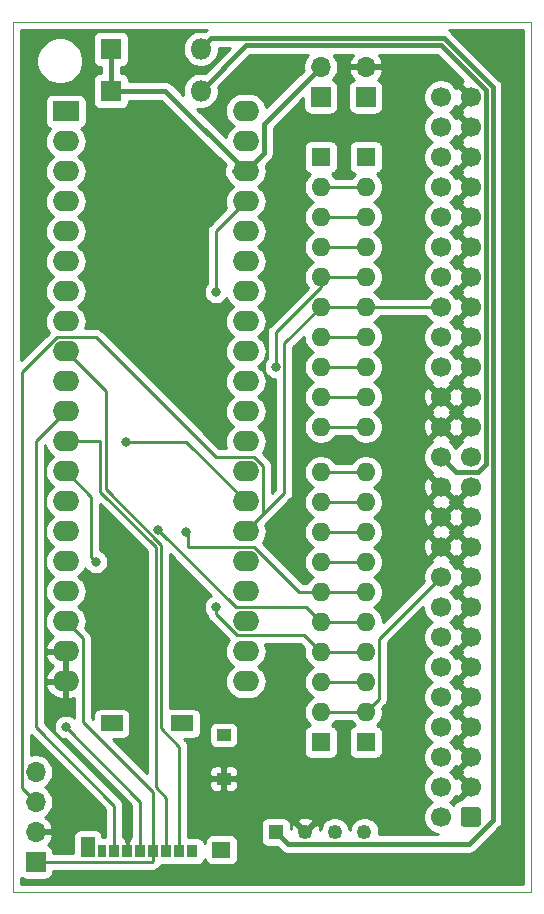
<source format=gbr>
%TF.GenerationSoftware,KiCad,Pcbnew,(5.1.6-0-10_14)*%
%TF.CreationDate,2021-03-30T09:57:07-05:00*%
%TF.ProjectId,bluepill_scsi,626c7565-7069-46c6-9c5f-736373692e6b,rev?*%
%TF.SameCoordinates,Original*%
%TF.FileFunction,Copper,L1,Top*%
%TF.FilePolarity,Positive*%
%FSLAX46Y46*%
G04 Gerber Fmt 4.6, Leading zero omitted, Abs format (unit mm)*
G04 Created by KiCad (PCBNEW (5.1.6-0-10_14)) date 2021-03-30 09:57:07*
%MOMM*%
%LPD*%
G01*
G04 APERTURE LIST*
%TA.AperFunction,Profile*%
%ADD10C,0.050000*%
%TD*%
%TA.AperFunction,ComponentPad*%
%ADD11O,2.250000X1.727200*%
%TD*%
%TA.AperFunction,ComponentPad*%
%ADD12R,2.250000X1.727200*%
%TD*%
%TA.AperFunction,ComponentPad*%
%ADD13C,1.700000*%
%TD*%
%TA.AperFunction,SMDPad,CuDef*%
%ADD14R,1.900000X1.350000*%
%TD*%
%TA.AperFunction,SMDPad,CuDef*%
%ADD15R,1.200000X1.000000*%
%TD*%
%TA.AperFunction,SMDPad,CuDef*%
%ADD16R,1.550000X1.350000*%
%TD*%
%TA.AperFunction,SMDPad,CuDef*%
%ADD17R,1.170000X1.800000*%
%TD*%
%TA.AperFunction,SMDPad,CuDef*%
%ADD18R,0.850000X1.100000*%
%TD*%
%TA.AperFunction,SMDPad,CuDef*%
%ADD19R,0.750000X1.100000*%
%TD*%
%TA.AperFunction,ComponentPad*%
%ADD20R,1.700000X1.700000*%
%TD*%
%TA.AperFunction,ComponentPad*%
%ADD21O,1.700000X1.700000*%
%TD*%
%TA.AperFunction,ComponentPad*%
%ADD22R,1.600000X1.600000*%
%TD*%
%TA.AperFunction,ComponentPad*%
%ADD23O,1.600000X1.600000*%
%TD*%
%TA.AperFunction,ComponentPad*%
%ADD24R,1.250000X1.250000*%
%TD*%
%TA.AperFunction,ComponentPad*%
%ADD25C,1.250000*%
%TD*%
%TA.AperFunction,ComponentPad*%
%ADD26R,1.800000X1.800000*%
%TD*%
%TA.AperFunction,ComponentPad*%
%ADD27O,1.800000X1.800000*%
%TD*%
%TA.AperFunction,ViaPad*%
%ADD28C,0.800000*%
%TD*%
%TA.AperFunction,Conductor*%
%ADD29C,0.250000*%
%TD*%
%TA.AperFunction,Conductor*%
%ADD30C,0.400000*%
%TD*%
%TA.AperFunction,Conductor*%
%ADD31C,0.254000*%
%TD*%
G04 APERTURE END LIST*
D10*
X71755000Y-149225000D02*
X71120000Y-149225000D01*
X71120000Y-147955000D02*
X71120000Y-149225000D01*
X114935000Y-149225000D02*
X71755000Y-149225000D01*
X114935000Y-147955000D02*
X114935000Y-149225000D01*
X114935000Y-75565000D02*
X71120000Y-75565000D01*
X114935000Y-147955000D02*
X114935000Y-75565000D01*
X71120000Y-147955000D02*
X71120000Y-75565000D01*
D11*
%TO.P,U1,40*%
%TO.N,+3V3*%
X90805000Y-83083400D03*
%TO.P,U1,39*%
%TO.N,GND*%
X90805000Y-85674200D03*
%TO.P,U1,38*%
%TO.N,VCC*%
X90805000Y-88214200D03*
%TO.P,U1,37*%
%TO.N,/SCSI_DAT1*%
X90805000Y-90754200D03*
%TO.P,U1,36*%
%TO.N,/SCSI_DAT0*%
X90805000Y-93294200D03*
%TO.P,U1,35*%
%TO.N,/SCSI_IO*%
X90805000Y-95834200D03*
%TO.P,U1,34*%
%TO.N,/SCSI_REQ*%
X90805000Y-98374200D03*
%TO.P,U1,33*%
%TO.N,/SCSI_CD*%
X90805000Y-100914200D03*
%TO.P,U1,32*%
%TO.N,/SCSI_SEL*%
X90805000Y-103454200D03*
%TO.P,U1,31*%
%TO.N,/SCSI_MSG*%
X90805000Y-105994200D03*
%TO.P,U1,30*%
%TO.N,/SCSI_RST*%
X90805000Y-108534200D03*
%TO.P,U1,29*%
%TO.N,Net-(U1-Pad29)*%
X90805000Y-111074200D03*
%TO.P,U1,28*%
%TO.N,Net-(U1-Pad28)*%
X90805000Y-113614200D03*
%TO.P,U1,27*%
%TO.N,/SCSI_ACK*%
X90805000Y-116154200D03*
%TO.P,U1,26*%
%TO.N,/SCSI_BSY*%
X90805000Y-118694200D03*
%TO.P,U1,25*%
%TO.N,/SCSI_ATN*%
X90805000Y-121234200D03*
%TO.P,U1,24*%
%TO.N,/SCSI_DAT7*%
X90805000Y-123774200D03*
%TO.P,U1,23*%
%TO.N,/SCSI_DAT6*%
X90805000Y-126314200D03*
%TO.P,U1,22*%
%TO.N,/SCSI_DAT5*%
X90805000Y-128854200D03*
%TO.P,U1,21*%
%TO.N,/SCSI_DAT4*%
X90805000Y-131394200D03*
%TO.P,U1,20*%
%TO.N,GND*%
X75565000Y-131394200D03*
%TO.P,U1,19*%
X75565000Y-128854200D03*
%TO.P,U1,18*%
%TO.N,+3V3*%
X75565000Y-126314200D03*
%TO.P,U1,17*%
%TO.N,Net-(U1-Pad17)*%
X75565000Y-123774200D03*
%TO.P,U1,16*%
%TO.N,/SCSI_DAT3*%
X75565000Y-121234200D03*
%TO.P,U1,15*%
%TO.N,/SCSI_DAT2*%
X75565000Y-118694200D03*
%TO.P,U1,14*%
%TO.N,Net-(U1-Pad14)*%
X75565000Y-116154200D03*
%TO.P,U1,13*%
%TO.N,/SCSI_DBP*%
X75565000Y-113614200D03*
%TO.P,U1,12*%
%TO.N,/SD_MOSI*%
X75565000Y-111074200D03*
%TO.P,U1,11*%
%TO.N,/SD_MISO*%
X75565000Y-108534200D03*
%TO.P,U1,10*%
%TO.N,/SD_CLK*%
X75565000Y-105994200D03*
%TO.P,U1,9*%
%TO.N,/SD_CS*%
X75565000Y-103454200D03*
%TO.P,U1,8*%
%TO.N,Net-(U1-Pad8)*%
X75565000Y-100914200D03*
%TO.P,U1,7*%
%TO.N,Net-(U1-Pad7)*%
X75565000Y-98374200D03*
%TO.P,U1,6*%
%TO.N,Net-(U1-Pad6)*%
X75565000Y-95834200D03*
%TO.P,U1,5*%
%TO.N,Net-(U1-Pad5)*%
X75565000Y-93294200D03*
%TO.P,U1,4*%
%TO.N,Net-(U1-Pad4)*%
X75565000Y-90754200D03*
%TO.P,U1,3*%
%TO.N,Net-(U1-Pad3)*%
X75565000Y-88214200D03*
%TO.P,U1,2*%
%TO.N,/LED*%
X75565000Y-85674200D03*
D12*
%TO.P,U1,1*%
%TO.N,Net-(U1-Pad1)*%
X75565000Y-83134200D03*
%TD*%
D13*
%TO.P,J2,50*%
%TO.N,/SCSI_IO*%
X107315000Y-81915000D03*
%TO.P,J2,48*%
%TO.N,/SCSI_REQ*%
X107315000Y-84455000D03*
%TO.P,J2,46*%
%TO.N,/SCSI_CD*%
X107315000Y-86995000D03*
%TO.P,J2,44*%
%TO.N,/SCSI_SEL*%
X107315000Y-89535000D03*
%TO.P,J2,42*%
%TO.N,/SCSI_MSG*%
X107315000Y-92075000D03*
%TO.P,J2,40*%
%TO.N,/SCSI_RST*%
X107315000Y-94615000D03*
%TO.P,J2,38*%
%TO.N,/SCSI_ACK*%
X107315000Y-97155000D03*
%TO.P,J2,36*%
%TO.N,/SCSI_BSY*%
X107315000Y-99695000D03*
%TO.P,J2,34*%
%TO.N,Net-(J2-Pad34)*%
X107315000Y-102235000D03*
%TO.P,J2,32*%
%TO.N,/SCSI_ATN*%
X107315000Y-104775000D03*
%TO.P,J2,30*%
%TO.N,GND*%
X107315000Y-107315000D03*
%TO.P,J2,28*%
X107315000Y-109855000D03*
%TO.P,J2,26*%
%TO.N,/TERM_PWR*%
X107315000Y-112395000D03*
%TO.P,J2,24*%
%TO.N,GND*%
X107315000Y-114935000D03*
%TO.P,J2,22*%
X107315000Y-117475000D03*
%TO.P,J2,20*%
X107315000Y-120015000D03*
%TO.P,J2,18*%
%TO.N,/SCSI_DBP*%
X107315000Y-122555000D03*
%TO.P,J2,16*%
%TO.N,/SCSI_DAT7*%
X107315000Y-125095000D03*
%TO.P,J2,14*%
%TO.N,/SCSI_DAT6*%
X107315000Y-127635000D03*
%TO.P,J2,12*%
%TO.N,/SCSI_DAT5*%
X107315000Y-130175000D03*
%TO.P,J2,10*%
%TO.N,/SCSI_DAT4*%
X107315000Y-132715000D03*
%TO.P,J2,8*%
%TO.N,/SCSI_DAT3*%
X107315000Y-135255000D03*
%TO.P,J2,6*%
%TO.N,/SCSI_DAT2*%
X107315000Y-137795000D03*
%TO.P,J2,4*%
%TO.N,/SCSI_DAT1*%
X107315000Y-140335000D03*
%TO.P,J2,2*%
%TO.N,/SCSI_DAT0*%
X107315000Y-142875000D03*
%TO.P,J2,49*%
%TO.N,GND*%
X109855000Y-81915000D03*
%TO.P,J2,47*%
X109855000Y-84455000D03*
%TO.P,J2,45*%
X109855000Y-86995000D03*
%TO.P,J2,43*%
X109855000Y-89535000D03*
%TO.P,J2,41*%
X109855000Y-92075000D03*
%TO.P,J2,39*%
X109855000Y-94615000D03*
%TO.P,J2,37*%
X109855000Y-97155000D03*
%TO.P,J2,35*%
X109855000Y-99695000D03*
%TO.P,J2,33*%
X109855000Y-102235000D03*
%TO.P,J2,31*%
X109855000Y-104775000D03*
%TO.P,J2,29*%
X109855000Y-107315000D03*
%TO.P,J2,27*%
X109855000Y-109855000D03*
%TO.P,J2,25*%
%TO.N,Net-(J2-Pad25)*%
X109855000Y-112395000D03*
%TO.P,J2,23*%
%TO.N,GND*%
X109855000Y-114935000D03*
%TO.P,J2,21*%
X109855000Y-117475000D03*
%TO.P,J2,19*%
X109855000Y-120015000D03*
%TO.P,J2,17*%
X109855000Y-122555000D03*
%TO.P,J2,15*%
X109855000Y-125095000D03*
%TO.P,J2,13*%
X109855000Y-127635000D03*
%TO.P,J2,11*%
X109855000Y-130175000D03*
%TO.P,J2,9*%
X109855000Y-132715000D03*
%TO.P,J2,7*%
X109855000Y-135255000D03*
%TO.P,J2,5*%
X109855000Y-137795000D03*
%TO.P,J2,3*%
X109855000Y-140335000D03*
%TO.P,J2,1*%
%TA.AperFunction,ComponentPad*%
G36*
G01*
X110705000Y-142275000D02*
X110705000Y-143475000D01*
G75*
G02*
X110455000Y-143725000I-250000J0D01*
G01*
X109255000Y-143725000D01*
G75*
G02*
X109005000Y-143475000I0J250000D01*
G01*
X109005000Y-142275000D01*
G75*
G02*
X109255000Y-142025000I250000J0D01*
G01*
X110455000Y-142025000D01*
G75*
G02*
X110705000Y-142275000I0J-250000D01*
G01*
G37*
%TD.AperFunction*%
%TD*%
D14*
%TO.P,J1,11*%
%TO.N,N/C*%
X79455000Y-134960000D03*
X85425000Y-134960000D03*
D15*
%TO.P,J1,9*%
%TO.N,GND*%
X88925000Y-139635000D03*
%TO.P,J1,10*%
%TO.N,N/C*%
X88925000Y-135935000D03*
D16*
%TO.P,J1,11*%
X88750000Y-145660000D03*
D17*
X77430000Y-145435000D03*
D18*
%TO.P,J1,7*%
%TO.N,/SD_MISO*%
X79690000Y-145785000D03*
%TO.P,J1,6*%
%TO.N,GND*%
X80790000Y-145785000D03*
%TO.P,J1,5*%
%TO.N,/SD_CLK*%
X81890000Y-145785000D03*
%TO.P,J1,4*%
%TO.N,+3V3*%
X82990000Y-145785000D03*
%TO.P,J1,3*%
%TO.N,/SD_MOSI*%
X84090000Y-145785000D03*
%TO.P,J1,2*%
%TO.N,/SD_CS*%
X85190000Y-145785000D03*
D19*
%TO.P,J1,8*%
%TO.N,Net-(J1-Pad8)*%
X78640000Y-145785000D03*
D18*
%TO.P,J1,1*%
%TO.N,Net-(J1-Pad1)*%
X86290000Y-145785000D03*
%TD*%
D20*
%TO.P,JP1,1*%
%TO.N,Net-(JP1-Pad1)*%
X100965000Y-81915000D03*
D21*
%TO.P,JP1,2*%
%TO.N,GND*%
X100965000Y-79375000D03*
%TD*%
%TO.P,JP2,2*%
%TO.N,VCC*%
X97155000Y-79375000D03*
D20*
%TO.P,JP2,1*%
%TO.N,Net-(JP2-Pad1)*%
X97155000Y-81915000D03*
%TD*%
D22*
%TO.P,RN1,1*%
%TO.N,Net-(JP2-Pad1)*%
X97155000Y-86995000D03*
D23*
%TO.P,RN1,2*%
%TO.N,/SCSI_IO*%
X97155000Y-89535000D03*
%TO.P,RN1,3*%
%TO.N,/SCSI_REQ*%
X97155000Y-92075000D03*
%TO.P,RN1,4*%
%TO.N,/SCSI_CD*%
X97155000Y-94615000D03*
%TO.P,RN1,5*%
%TO.N,/SCSI_MSG*%
X97155000Y-97155000D03*
%TO.P,RN1,6*%
%TO.N,/SCSI_BSY*%
X97155000Y-99695000D03*
%TO.P,RN1,7*%
%TO.N,/SCSI_SEL*%
X97155000Y-102235000D03*
%TO.P,RN1,8*%
%TO.N,/SCSI_RST*%
X97155000Y-104775000D03*
%TO.P,RN1,9*%
%TO.N,/SCSI_ACK*%
X97155000Y-107315000D03*
%TO.P,RN1,10*%
%TO.N,/SCSI_ATN*%
X97155000Y-109855000D03*
%TD*%
D22*
%TO.P,RN2,1*%
%TO.N,Net-(JP1-Pad1)*%
X100965000Y-86995000D03*
D23*
%TO.P,RN2,2*%
%TO.N,/SCSI_IO*%
X100965000Y-89535000D03*
%TO.P,RN2,3*%
%TO.N,/SCSI_REQ*%
X100965000Y-92075000D03*
%TO.P,RN2,4*%
%TO.N,/SCSI_CD*%
X100965000Y-94615000D03*
%TO.P,RN2,5*%
%TO.N,/SCSI_MSG*%
X100965000Y-97155000D03*
%TO.P,RN2,6*%
%TO.N,/SCSI_BSY*%
X100965000Y-99695000D03*
%TO.P,RN2,7*%
%TO.N,/SCSI_SEL*%
X100965000Y-102235000D03*
%TO.P,RN2,8*%
%TO.N,/SCSI_RST*%
X100965000Y-104775000D03*
%TO.P,RN2,9*%
%TO.N,/SCSI_ACK*%
X100965000Y-107315000D03*
%TO.P,RN2,10*%
%TO.N,/SCSI_ATN*%
X100965000Y-109855000D03*
%TD*%
%TO.P,RN3,10*%
%TO.N,/SCSI_DAT7*%
X97155000Y-113665000D03*
%TO.P,RN3,9*%
%TO.N,/SCSI_DAT6*%
X97155000Y-116205000D03*
%TO.P,RN3,8*%
%TO.N,/SCSI_DAT5*%
X97155000Y-118745000D03*
%TO.P,RN3,7*%
%TO.N,/SCSI_DAT4*%
X97155000Y-121285000D03*
%TO.P,RN3,6*%
%TO.N,/SCSI_DAT3*%
X97155000Y-123825000D03*
%TO.P,RN3,5*%
%TO.N,/SCSI_DAT2*%
X97155000Y-126365000D03*
%TO.P,RN3,4*%
%TO.N,/SCSI_DAT1*%
X97155000Y-128905000D03*
%TO.P,RN3,3*%
%TO.N,/SCSI_DAT0*%
X97155000Y-131445000D03*
%TO.P,RN3,2*%
%TO.N,/SCSI_DBP*%
X97155000Y-133985000D03*
D22*
%TO.P,RN3,1*%
%TO.N,Net-(JP2-Pad1)*%
X97155000Y-136525000D03*
%TD*%
D23*
%TO.P,RN4,10*%
%TO.N,/SCSI_DAT7*%
X100965000Y-113665000D03*
%TO.P,RN4,9*%
%TO.N,/SCSI_DAT6*%
X100965000Y-116205000D03*
%TO.P,RN4,8*%
%TO.N,/SCSI_DAT5*%
X100965000Y-118745000D03*
%TO.P,RN4,7*%
%TO.N,/SCSI_DAT4*%
X100965000Y-121285000D03*
%TO.P,RN4,6*%
%TO.N,/SCSI_DAT3*%
X100965000Y-123825000D03*
%TO.P,RN4,5*%
%TO.N,/SCSI_DAT2*%
X100965000Y-126365000D03*
%TO.P,RN4,4*%
%TO.N,/SCSI_DAT1*%
X100965000Y-128905000D03*
%TO.P,RN4,3*%
%TO.N,/SCSI_DAT0*%
X100965000Y-131445000D03*
%TO.P,RN4,2*%
%TO.N,/SCSI_DBP*%
X100965000Y-133985000D03*
D22*
%TO.P,RN4,1*%
%TO.N,Net-(JP1-Pad1)*%
X100965000Y-136525000D03*
%TD*%
D20*
%TO.P,J3,1*%
%TO.N,+3V3*%
X73025000Y-146685000D03*
D21*
%TO.P,J3,2*%
%TO.N,GND*%
X73025000Y-144145000D03*
%TO.P,J3,3*%
%TO.N,/SCSI_BSY*%
X73025000Y-141605000D03*
%TO.P,J3,4*%
%TO.N,/SCSI_ACK*%
X73025000Y-139065000D03*
%TD*%
D24*
%TO.P,J4,1*%
%TO.N,+5V*%
X93345000Y-144145000D03*
D25*
%TO.P,J4,2*%
%TO.N,GND*%
X95845000Y-144145000D03*
%TO.P,J4,3*%
%TO.N,Net-(J4-Pad3)*%
X98345000Y-144145000D03*
%TO.P,J4,4*%
%TO.N,Net-(J4-Pad4)*%
X100845000Y-144145000D03*
%TD*%
D26*
%TO.P,D4,1*%
%TO.N,VCC*%
X79375000Y-77851000D03*
D27*
%TO.P,D4,2*%
%TO.N,+5V*%
X86995000Y-77851000D03*
%TD*%
%TO.P,D5,2*%
%TO.N,/TERM_PWR*%
X86995000Y-81407000D03*
D26*
%TO.P,D5,1*%
%TO.N,VCC*%
X79375000Y-81407000D03*
%TD*%
D28*
%TO.N,GND*%
X85265000Y-124035000D03*
X80115000Y-127955000D03*
X80645000Y-92075000D03*
X93345000Y-79375000D03*
%TO.N,/SD_CLK*%
X75565000Y-135255000D03*
%TO.N,/SCSI_ACK*%
X80645000Y-111125000D03*
%TO.N,/SCSI_MSG*%
X93345000Y-104775000D03*
%TO.N,/SCSI_DBP*%
X78105000Y-121285000D03*
%TO.N,/SCSI_DAT3*%
X85725000Y-118745000D03*
%TO.N,/SCSI_DAT2*%
X83380858Y-118549142D03*
%TO.N,/SCSI_DAT1*%
X88265000Y-125095000D03*
X88265000Y-98425000D03*
%TD*%
D29*
%TO.N,/SD_MISO*%
X79690000Y-141920000D02*
X79690000Y-145785000D01*
X73025000Y-135255000D02*
X79690000Y-141920000D01*
X73025000Y-111074200D02*
X73025000Y-135255000D01*
X75565000Y-108534200D02*
X73025000Y-111074200D01*
%TO.N,/SD_CLK*%
X75565000Y-135255000D02*
X81890000Y-141580000D01*
X81890000Y-141580000D02*
X81890000Y-145785000D01*
%TO.N,+3V3*%
X77015010Y-134801420D02*
X77015010Y-127764210D01*
X82990000Y-145785000D02*
X82990000Y-140776410D01*
X77015010Y-127764210D02*
X75565000Y-126314200D01*
X82990000Y-140776410D02*
X77015010Y-134801420D01*
X82990000Y-146585000D02*
X82990000Y-145785000D01*
X82890000Y-146685000D02*
X82990000Y-146585000D01*
X73025000Y-146685000D02*
X82890000Y-146685000D01*
%TO.N,/SD_MOSI*%
X78449200Y-111074200D02*
X78500000Y-111125000D01*
X75565000Y-111074200D02*
X78449200Y-111074200D01*
X84090000Y-141240000D02*
X84090000Y-145785000D01*
X83185000Y-140335000D02*
X84090000Y-141240000D01*
X83185000Y-120015000D02*
X83185000Y-140335000D01*
X78500000Y-115330000D02*
X83185000Y-120015000D01*
X78500000Y-111125000D02*
X78500000Y-115330000D01*
%TO.N,/SD_CS*%
X78950010Y-106839210D02*
X75565000Y-103454200D01*
X78950010Y-115143600D02*
X78950010Y-106839210D01*
X83635010Y-119828600D02*
X78950010Y-115143600D01*
X83635010Y-135380012D02*
X83635010Y-119828600D01*
X85190000Y-136935002D02*
X83635010Y-135380012D01*
X85190000Y-145785000D02*
X85190000Y-136935002D01*
%TO.N,/SCSI_IO*%
X97155000Y-89535000D02*
X100965000Y-89535000D01*
%TO.N,/SCSI_REQ*%
X97155000Y-92075000D02*
X100965000Y-92075000D01*
%TO.N,/SCSI_CD*%
X97155000Y-94615000D02*
X100965000Y-94615000D01*
%TO.N,/SCSI_SEL*%
X97155000Y-102235000D02*
X100965000Y-102235000D01*
%TO.N,/SCSI_RST*%
X90805000Y-108534200D02*
X90855800Y-108534200D01*
X97155000Y-104775000D02*
X100965000Y-104775000D01*
%TO.N,/SCSI_ACK*%
X97155000Y-107315000D02*
X100965000Y-107315000D01*
X90805000Y-116154200D02*
X90805000Y-116205000D01*
X85775800Y-111125000D02*
X90805000Y-116154200D01*
X80645000Y-111125000D02*
X85775800Y-111125000D01*
%TO.N,/SCSI_BSY*%
X97155000Y-99695000D02*
X100965000Y-99695000D01*
X94070001Y-102779999D02*
X97155000Y-99695000D01*
X94070001Y-115429199D02*
X94070001Y-102779999D01*
X90805000Y-118694200D02*
X94070001Y-115429199D01*
X100965000Y-99695000D02*
X107315000Y-99695000D01*
X92255010Y-117244190D02*
X90805000Y-118694200D01*
X92255010Y-113121862D02*
X92255010Y-117244190D01*
X91528148Y-112395000D02*
X92255010Y-113121862D01*
X71849999Y-105226853D02*
X74811262Y-102265590D01*
X88265000Y-112395000D02*
X91528148Y-112395000D01*
X71849999Y-140429999D02*
X71849999Y-105226853D01*
X78135590Y-102265590D02*
X88265000Y-112395000D01*
X74811262Y-102265590D02*
X78135590Y-102265590D01*
X73025000Y-141605000D02*
X71849999Y-140429999D01*
%TO.N,/SCSI_ATN*%
X97155000Y-109855000D02*
X100965000Y-109855000D01*
%TO.N,/SCSI_MSG*%
X90805000Y-105994200D02*
X90855800Y-105994200D01*
X93345000Y-104775000D02*
X93345000Y-101839998D01*
X97155000Y-98029998D02*
X97155000Y-97155000D01*
X93345000Y-101839998D02*
X97155000Y-98029998D01*
X97155000Y-97155000D02*
X100965000Y-97155000D01*
%TO.N,/SCSI_DBP*%
X102090001Y-132859999D02*
X100965000Y-133985000D01*
X102090001Y-127779999D02*
X102090001Y-132859999D01*
X107315000Y-122555000D02*
X102090001Y-127779999D01*
X77705001Y-115754201D02*
X75565000Y-113614200D01*
X77705001Y-120885001D02*
X77705001Y-115754201D01*
X78105000Y-121285000D02*
X77705001Y-120885001D01*
X97155000Y-133985000D02*
X100965000Y-133985000D01*
%TO.N,/SCSI_DAT7*%
X100965000Y-113665000D02*
X97155000Y-113665000D01*
%TO.N,/SCSI_DAT6*%
X97155000Y-116205000D02*
X100965000Y-116205000D01*
%TO.N,/SCSI_DAT5*%
X100965000Y-118745000D02*
X97155000Y-118745000D01*
%TO.N,/SCSI_DAT4*%
X97155000Y-121285000D02*
X100965000Y-121285000D01*
%TO.N,/SCSI_DAT3*%
X95338148Y-123825000D02*
X97155000Y-123825000D01*
X91528148Y-120015000D02*
X95338148Y-123825000D01*
X91528148Y-120015000D02*
X85919718Y-120015000D01*
X85919718Y-120015000D02*
X85919718Y-118939718D01*
X85919718Y-118939718D02*
X85725000Y-118745000D01*
X97155000Y-123825000D02*
X100965000Y-123825000D01*
%TO.N,/SCSI_DAT2*%
X97155000Y-126365000D02*
X100965000Y-126365000D01*
X89957306Y-125125590D02*
X83380858Y-118549142D01*
X95915590Y-125125590D02*
X89957306Y-125125590D01*
X97155000Y-126365000D02*
X95915590Y-125125590D01*
%TO.N,/SCSI_DAT1*%
X100965000Y-128905000D02*
X97155000Y-128905000D01*
X90051262Y-127502810D02*
X88265000Y-125716548D01*
X95752810Y-127502810D02*
X90051262Y-127502810D01*
X88265000Y-125716548D02*
X88265000Y-125095000D01*
X97155000Y-128905000D02*
X95752810Y-127502810D01*
X88265000Y-98425000D02*
X88265000Y-93294200D01*
X88265000Y-93294200D02*
X90805000Y-90754200D01*
%TO.N,/SCSI_DAT0*%
X97155000Y-131445000D02*
X100965000Y-131445000D01*
D30*
%TO.N,VCC*%
X89768200Y-88214200D02*
X90805000Y-88214200D01*
X92330010Y-84199990D02*
X97155000Y-79375000D01*
X92330010Y-86689190D02*
X92330010Y-84199990D01*
X90805000Y-88214200D02*
X92330010Y-86689190D01*
X79375000Y-77851000D02*
X79375000Y-81407000D01*
X83997800Y-81407000D02*
X90805000Y-88214200D01*
X79375000Y-81407000D02*
X83997800Y-81407000D01*
%TO.N,/TERM_PWR*%
X90850989Y-77551011D02*
X86995000Y-81407000D01*
X107341013Y-77551011D02*
X90850989Y-77551011D01*
X108565001Y-113645001D02*
X110455001Y-113645001D01*
X111105001Y-81314999D02*
X107341013Y-77551011D01*
X111105001Y-112995001D02*
X111105001Y-81314999D01*
X110455001Y-113645001D02*
X111105001Y-112995001D01*
X107315000Y-112395000D02*
X108565001Y-113645001D01*
%TO.N,+5V*%
X111705011Y-143144245D02*
X111705011Y-81066467D01*
X109679255Y-145170001D02*
X111705011Y-143144245D01*
X94370001Y-145170001D02*
X109679255Y-145170001D01*
X93345000Y-144145000D02*
X94370001Y-145170001D01*
X111705011Y-81066467D02*
X107589545Y-76951001D01*
X89418999Y-76951001D02*
X87894999Y-76951001D01*
X87894999Y-76951001D02*
X86995000Y-77851000D01*
X107589545Y-76951001D02*
X89418999Y-76951001D01*
X89418999Y-76951001D02*
X89164999Y-76951001D01*
%TD*%
D31*
%TO.N,GND*%
G36*
X114275000Y-147922581D02*
G01*
X114275000Y-148565000D01*
X71780000Y-148565000D01*
X71780000Y-148032295D01*
X71820506Y-148065537D01*
X71930820Y-148124502D01*
X72050518Y-148160812D01*
X72175000Y-148173072D01*
X73875000Y-148173072D01*
X73999482Y-148160812D01*
X74119180Y-148124502D01*
X74229494Y-148065537D01*
X74326185Y-147986185D01*
X74405537Y-147889494D01*
X74464502Y-147779180D01*
X74500812Y-147659482D01*
X74513072Y-147535000D01*
X74513072Y-147445000D01*
X82852678Y-147445000D01*
X82890000Y-147448676D01*
X82927322Y-147445000D01*
X82927333Y-147445000D01*
X83038986Y-147434003D01*
X83182247Y-147390546D01*
X83314276Y-147319974D01*
X83430001Y-147225001D01*
X83453804Y-147195997D01*
X83500998Y-147148803D01*
X83530001Y-147125001D01*
X83624974Y-147009276D01*
X83645360Y-146971138D01*
X83665000Y-146973072D01*
X84515000Y-146973072D01*
X84639482Y-146960812D01*
X84640000Y-146960655D01*
X84640518Y-146960812D01*
X84765000Y-146973072D01*
X85615000Y-146973072D01*
X85739482Y-146960812D01*
X85740000Y-146960655D01*
X85740518Y-146960812D01*
X85865000Y-146973072D01*
X86715000Y-146973072D01*
X86839482Y-146960812D01*
X86959180Y-146924502D01*
X87069494Y-146865537D01*
X87166185Y-146786185D01*
X87245537Y-146689494D01*
X87304502Y-146579180D01*
X87340812Y-146459482D01*
X87345000Y-146416959D01*
X87349188Y-146459482D01*
X87385498Y-146579180D01*
X87444463Y-146689494D01*
X87523815Y-146786185D01*
X87620506Y-146865537D01*
X87730820Y-146924502D01*
X87850518Y-146960812D01*
X87975000Y-146973072D01*
X89525000Y-146973072D01*
X89649482Y-146960812D01*
X89769180Y-146924502D01*
X89879494Y-146865537D01*
X89976185Y-146786185D01*
X90055537Y-146689494D01*
X90114502Y-146579180D01*
X90150812Y-146459482D01*
X90163072Y-146335000D01*
X90163072Y-144985000D01*
X90150812Y-144860518D01*
X90114502Y-144740820D01*
X90055537Y-144630506D01*
X89976185Y-144533815D01*
X89879494Y-144454463D01*
X89769180Y-144395498D01*
X89649482Y-144359188D01*
X89525000Y-144346928D01*
X87975000Y-144346928D01*
X87850518Y-144359188D01*
X87730820Y-144395498D01*
X87620506Y-144454463D01*
X87523815Y-144533815D01*
X87444463Y-144630506D01*
X87385498Y-144740820D01*
X87349188Y-144860518D01*
X87336928Y-144985000D01*
X87336928Y-145097714D01*
X87304502Y-144990820D01*
X87245537Y-144880506D01*
X87166185Y-144783815D01*
X87069494Y-144704463D01*
X86959180Y-144645498D01*
X86839482Y-144609188D01*
X86715000Y-144596928D01*
X85950000Y-144596928D01*
X85950000Y-140135000D01*
X87686928Y-140135000D01*
X87699188Y-140259482D01*
X87735498Y-140379180D01*
X87794463Y-140489494D01*
X87873815Y-140586185D01*
X87970506Y-140665537D01*
X88080820Y-140724502D01*
X88200518Y-140760812D01*
X88325000Y-140773072D01*
X88639250Y-140770000D01*
X88798000Y-140611250D01*
X88798000Y-139762000D01*
X89052000Y-139762000D01*
X89052000Y-140611250D01*
X89210750Y-140770000D01*
X89525000Y-140773072D01*
X89649482Y-140760812D01*
X89769180Y-140724502D01*
X89879494Y-140665537D01*
X89976185Y-140586185D01*
X90055537Y-140489494D01*
X90114502Y-140379180D01*
X90150812Y-140259482D01*
X90163072Y-140135000D01*
X90160000Y-139920750D01*
X90001250Y-139762000D01*
X89052000Y-139762000D01*
X88798000Y-139762000D01*
X87848750Y-139762000D01*
X87690000Y-139920750D01*
X87686928Y-140135000D01*
X85950000Y-140135000D01*
X85950000Y-139135000D01*
X87686928Y-139135000D01*
X87690000Y-139349250D01*
X87848750Y-139508000D01*
X88798000Y-139508000D01*
X88798000Y-138658750D01*
X89052000Y-138658750D01*
X89052000Y-139508000D01*
X90001250Y-139508000D01*
X90160000Y-139349250D01*
X90163072Y-139135000D01*
X90150812Y-139010518D01*
X90114502Y-138890820D01*
X90055537Y-138780506D01*
X89976185Y-138683815D01*
X89879494Y-138604463D01*
X89769180Y-138545498D01*
X89649482Y-138509188D01*
X89525000Y-138496928D01*
X89210750Y-138500000D01*
X89052000Y-138658750D01*
X88798000Y-138658750D01*
X88639250Y-138500000D01*
X88325000Y-138496928D01*
X88200518Y-138509188D01*
X88080820Y-138545498D01*
X87970506Y-138604463D01*
X87873815Y-138683815D01*
X87794463Y-138780506D01*
X87735498Y-138890820D01*
X87699188Y-139010518D01*
X87686928Y-139135000D01*
X85950000Y-139135000D01*
X85950000Y-136972325D01*
X85953676Y-136935002D01*
X85950000Y-136897679D01*
X85950000Y-136897669D01*
X85939003Y-136786016D01*
X85895546Y-136642755D01*
X85894889Y-136641525D01*
X85824974Y-136510725D01*
X85753799Y-136423999D01*
X85730001Y-136395001D01*
X85701003Y-136371203D01*
X85602872Y-136273072D01*
X86375000Y-136273072D01*
X86499482Y-136260812D01*
X86619180Y-136224502D01*
X86729494Y-136165537D01*
X86826185Y-136086185D01*
X86905537Y-135989494D01*
X86964502Y-135879180D01*
X87000812Y-135759482D01*
X87013072Y-135635000D01*
X87013072Y-135435000D01*
X87686928Y-135435000D01*
X87686928Y-136435000D01*
X87699188Y-136559482D01*
X87735498Y-136679180D01*
X87794463Y-136789494D01*
X87873815Y-136886185D01*
X87970506Y-136965537D01*
X88080820Y-137024502D01*
X88200518Y-137060812D01*
X88325000Y-137073072D01*
X89525000Y-137073072D01*
X89649482Y-137060812D01*
X89769180Y-137024502D01*
X89879494Y-136965537D01*
X89976185Y-136886185D01*
X90055537Y-136789494D01*
X90114502Y-136679180D01*
X90150812Y-136559482D01*
X90163072Y-136435000D01*
X90163072Y-135435000D01*
X90150812Y-135310518D01*
X90114502Y-135190820D01*
X90055537Y-135080506D01*
X89976185Y-134983815D01*
X89879494Y-134904463D01*
X89769180Y-134845498D01*
X89649482Y-134809188D01*
X89525000Y-134796928D01*
X88325000Y-134796928D01*
X88200518Y-134809188D01*
X88080820Y-134845498D01*
X87970506Y-134904463D01*
X87873815Y-134983815D01*
X87794463Y-135080506D01*
X87735498Y-135190820D01*
X87699188Y-135310518D01*
X87686928Y-135435000D01*
X87013072Y-135435000D01*
X87013072Y-134285000D01*
X87000812Y-134160518D01*
X86964502Y-134040820D01*
X86905537Y-133930506D01*
X86826185Y-133833815D01*
X86729494Y-133754463D01*
X86619180Y-133695498D01*
X86499482Y-133659188D01*
X86375000Y-133646928D01*
X84475000Y-133646928D01*
X84395010Y-133654806D01*
X84395010Y-120638095D01*
X87887856Y-124130942D01*
X87774744Y-124177795D01*
X87605226Y-124291063D01*
X87461063Y-124435226D01*
X87347795Y-124604744D01*
X87269774Y-124793102D01*
X87230000Y-124993061D01*
X87230000Y-125196939D01*
X87269774Y-125396898D01*
X87347795Y-125585256D01*
X87461063Y-125754774D01*
X87509898Y-125803609D01*
X87515997Y-125865533D01*
X87559454Y-126008794D01*
X87630026Y-126140824D01*
X87667431Y-126186401D01*
X87724999Y-126256549D01*
X87754003Y-126280352D01*
X89381553Y-127907903D01*
X89291531Y-128017594D01*
X89152375Y-128277936D01*
X89066684Y-128560423D01*
X89037749Y-128854200D01*
X89066684Y-129147977D01*
X89152375Y-129430464D01*
X89291531Y-129690806D01*
X89478803Y-129918997D01*
X89706994Y-130106269D01*
X89740540Y-130124200D01*
X89706994Y-130142131D01*
X89478803Y-130329403D01*
X89291531Y-130557594D01*
X89152375Y-130817936D01*
X89066684Y-131100423D01*
X89037749Y-131394200D01*
X89066684Y-131687977D01*
X89152375Y-131970464D01*
X89291531Y-132230806D01*
X89478803Y-132458997D01*
X89706994Y-132646269D01*
X89967336Y-132785425D01*
X90249823Y-132871116D01*
X90469981Y-132892800D01*
X91140019Y-132892800D01*
X91360177Y-132871116D01*
X91642664Y-132785425D01*
X91903006Y-132646269D01*
X92131197Y-132458997D01*
X92318469Y-132230806D01*
X92457625Y-131970464D01*
X92543316Y-131687977D01*
X92572251Y-131394200D01*
X92543316Y-131100423D01*
X92457625Y-130817936D01*
X92318469Y-130557594D01*
X92131197Y-130329403D01*
X91903006Y-130142131D01*
X91869460Y-130124200D01*
X91903006Y-130106269D01*
X92131197Y-129918997D01*
X92318469Y-129690806D01*
X92457625Y-129430464D01*
X92543316Y-129147977D01*
X92572251Y-128854200D01*
X92543316Y-128560423D01*
X92457625Y-128277936D01*
X92449540Y-128262810D01*
X95438009Y-128262810D01*
X95756312Y-128581114D01*
X95720000Y-128763665D01*
X95720000Y-129046335D01*
X95775147Y-129323574D01*
X95883320Y-129584727D01*
X96040363Y-129819759D01*
X96240241Y-130019637D01*
X96472759Y-130175000D01*
X96240241Y-130330363D01*
X96040363Y-130530241D01*
X95883320Y-130765273D01*
X95775147Y-131026426D01*
X95720000Y-131303665D01*
X95720000Y-131586335D01*
X95775147Y-131863574D01*
X95883320Y-132124727D01*
X96040363Y-132359759D01*
X96240241Y-132559637D01*
X96472759Y-132715000D01*
X96240241Y-132870363D01*
X96040363Y-133070241D01*
X95883320Y-133305273D01*
X95775147Y-133566426D01*
X95720000Y-133843665D01*
X95720000Y-134126335D01*
X95775147Y-134403574D01*
X95883320Y-134664727D01*
X96040363Y-134899759D01*
X96238961Y-135098357D01*
X96230518Y-135099188D01*
X96110820Y-135135498D01*
X96000506Y-135194463D01*
X95903815Y-135273815D01*
X95824463Y-135370506D01*
X95765498Y-135480820D01*
X95729188Y-135600518D01*
X95716928Y-135725000D01*
X95716928Y-137325000D01*
X95729188Y-137449482D01*
X95765498Y-137569180D01*
X95824463Y-137679494D01*
X95903815Y-137776185D01*
X96000506Y-137855537D01*
X96110820Y-137914502D01*
X96230518Y-137950812D01*
X96355000Y-137963072D01*
X97955000Y-137963072D01*
X98079482Y-137950812D01*
X98199180Y-137914502D01*
X98309494Y-137855537D01*
X98406185Y-137776185D01*
X98485537Y-137679494D01*
X98544502Y-137569180D01*
X98580812Y-137449482D01*
X98593072Y-137325000D01*
X98593072Y-135725000D01*
X98580812Y-135600518D01*
X98544502Y-135480820D01*
X98485537Y-135370506D01*
X98406185Y-135273815D01*
X98309494Y-135194463D01*
X98199180Y-135135498D01*
X98079482Y-135099188D01*
X98071039Y-135098357D01*
X98269637Y-134899759D01*
X98373043Y-134745000D01*
X99746957Y-134745000D01*
X99850363Y-134899759D01*
X100048961Y-135098357D01*
X100040518Y-135099188D01*
X99920820Y-135135498D01*
X99810506Y-135194463D01*
X99713815Y-135273815D01*
X99634463Y-135370506D01*
X99575498Y-135480820D01*
X99539188Y-135600518D01*
X99526928Y-135725000D01*
X99526928Y-137325000D01*
X99539188Y-137449482D01*
X99575498Y-137569180D01*
X99634463Y-137679494D01*
X99713815Y-137776185D01*
X99810506Y-137855537D01*
X99920820Y-137914502D01*
X100040518Y-137950812D01*
X100165000Y-137963072D01*
X101765000Y-137963072D01*
X101889482Y-137950812D01*
X102009180Y-137914502D01*
X102119494Y-137855537D01*
X102216185Y-137776185D01*
X102295537Y-137679494D01*
X102354502Y-137569180D01*
X102390812Y-137449482D01*
X102403072Y-137325000D01*
X102403072Y-135725000D01*
X102390812Y-135600518D01*
X102354502Y-135480820D01*
X102295537Y-135370506D01*
X102216185Y-135273815D01*
X102119494Y-135194463D01*
X102009180Y-135135498D01*
X101889482Y-135099188D01*
X101881039Y-135098357D01*
X102079637Y-134899759D01*
X102236680Y-134664727D01*
X102344853Y-134403574D01*
X102400000Y-134126335D01*
X102400000Y-133843665D01*
X102363688Y-133661114D01*
X102601004Y-133423798D01*
X102630002Y-133400000D01*
X102724975Y-133284275D01*
X102795547Y-133152246D01*
X102839004Y-133008985D01*
X102850001Y-132897332D01*
X102850001Y-132897324D01*
X102853677Y-132859999D01*
X102850001Y-132822674D01*
X102850001Y-128094800D01*
X105830000Y-125114802D01*
X105830000Y-125241260D01*
X105887068Y-125528158D01*
X105999010Y-125798411D01*
X106161525Y-126041632D01*
X106368368Y-126248475D01*
X106542760Y-126365000D01*
X106368368Y-126481525D01*
X106161525Y-126688368D01*
X105999010Y-126931589D01*
X105887068Y-127201842D01*
X105830000Y-127488740D01*
X105830000Y-127781260D01*
X105887068Y-128068158D01*
X105999010Y-128338411D01*
X106161525Y-128581632D01*
X106368368Y-128788475D01*
X106542760Y-128905000D01*
X106368368Y-129021525D01*
X106161525Y-129228368D01*
X105999010Y-129471589D01*
X105887068Y-129741842D01*
X105830000Y-130028740D01*
X105830000Y-130321260D01*
X105887068Y-130608158D01*
X105999010Y-130878411D01*
X106161525Y-131121632D01*
X106368368Y-131328475D01*
X106542760Y-131445000D01*
X106368368Y-131561525D01*
X106161525Y-131768368D01*
X105999010Y-132011589D01*
X105887068Y-132281842D01*
X105830000Y-132568740D01*
X105830000Y-132861260D01*
X105887068Y-133148158D01*
X105999010Y-133418411D01*
X106161525Y-133661632D01*
X106368368Y-133868475D01*
X106542760Y-133985000D01*
X106368368Y-134101525D01*
X106161525Y-134308368D01*
X105999010Y-134551589D01*
X105887068Y-134821842D01*
X105830000Y-135108740D01*
X105830000Y-135401260D01*
X105887068Y-135688158D01*
X105999010Y-135958411D01*
X106161525Y-136201632D01*
X106368368Y-136408475D01*
X106542760Y-136525000D01*
X106368368Y-136641525D01*
X106161525Y-136848368D01*
X105999010Y-137091589D01*
X105887068Y-137361842D01*
X105830000Y-137648740D01*
X105830000Y-137941260D01*
X105887068Y-138228158D01*
X105999010Y-138498411D01*
X106161525Y-138741632D01*
X106368368Y-138948475D01*
X106542760Y-139065000D01*
X106368368Y-139181525D01*
X106161525Y-139388368D01*
X105999010Y-139631589D01*
X105887068Y-139901842D01*
X105830000Y-140188740D01*
X105830000Y-140481260D01*
X105887068Y-140768158D01*
X105999010Y-141038411D01*
X106161525Y-141281632D01*
X106368368Y-141488475D01*
X106542760Y-141605000D01*
X106368368Y-141721525D01*
X106161525Y-141928368D01*
X105999010Y-142171589D01*
X105887068Y-142441842D01*
X105830000Y-142728740D01*
X105830000Y-143021260D01*
X105887068Y-143308158D01*
X105999010Y-143578411D01*
X106161525Y-143821632D01*
X106368368Y-144028475D01*
X106611589Y-144190990D01*
X106881842Y-144302932D01*
X107043063Y-144335001D01*
X102091891Y-144335001D01*
X102105000Y-144269099D01*
X102105000Y-144020901D01*
X102056579Y-143777471D01*
X101961598Y-143548166D01*
X101823706Y-143341797D01*
X101648203Y-143166294D01*
X101441834Y-143028402D01*
X101212529Y-142933421D01*
X100969099Y-142885000D01*
X100720901Y-142885000D01*
X100477471Y-142933421D01*
X100248166Y-143028402D01*
X100041797Y-143166294D01*
X99866294Y-143341797D01*
X99728402Y-143548166D01*
X99633421Y-143777471D01*
X99595000Y-143970627D01*
X99556579Y-143777471D01*
X99461598Y-143548166D01*
X99323706Y-143341797D01*
X99148203Y-143166294D01*
X98941834Y-143028402D01*
X98712529Y-142933421D01*
X98469099Y-142885000D01*
X98220901Y-142885000D01*
X97977471Y-142933421D01*
X97748166Y-143028402D01*
X97541797Y-143166294D01*
X97366294Y-143341797D01*
X97228402Y-143548166D01*
X97133421Y-143777471D01*
X97093974Y-143975783D01*
X97069335Y-143822501D01*
X96982893Y-143589842D01*
X96938777Y-143507306D01*
X96712648Y-143456957D01*
X96024605Y-144145000D01*
X96038748Y-144159143D01*
X95862889Y-144335001D01*
X95855396Y-144335001D01*
X95845000Y-144324605D01*
X95834604Y-144335001D01*
X95827111Y-144335001D01*
X95651253Y-144159143D01*
X95665395Y-144145000D01*
X94977352Y-143456957D01*
X94751223Y-143507306D01*
X94647832Y-143732944D01*
X94608072Y-143900253D01*
X94608072Y-143520000D01*
X94595812Y-143395518D01*
X94559967Y-143277352D01*
X95156957Y-143277352D01*
X95845000Y-143965395D01*
X96533043Y-143277352D01*
X96482694Y-143051223D01*
X96257056Y-142947832D01*
X96015582Y-142890447D01*
X95767553Y-142881274D01*
X95522501Y-142920665D01*
X95289842Y-143007107D01*
X95207306Y-143051223D01*
X95156957Y-143277352D01*
X94559967Y-143277352D01*
X94559502Y-143275820D01*
X94500537Y-143165506D01*
X94421185Y-143068815D01*
X94324494Y-142989463D01*
X94214180Y-142930498D01*
X94094482Y-142894188D01*
X93970000Y-142881928D01*
X92720000Y-142881928D01*
X92595518Y-142894188D01*
X92475820Y-142930498D01*
X92365506Y-142989463D01*
X92268815Y-143068815D01*
X92189463Y-143165506D01*
X92130498Y-143275820D01*
X92094188Y-143395518D01*
X92081928Y-143520000D01*
X92081928Y-144770000D01*
X92094188Y-144894482D01*
X92130498Y-145014180D01*
X92189463Y-145124494D01*
X92268815Y-145221185D01*
X92365506Y-145300537D01*
X92475820Y-145359502D01*
X92595518Y-145395812D01*
X92720000Y-145408072D01*
X93427204Y-145408072D01*
X93750559Y-145731427D01*
X93776710Y-145763292D01*
X93903855Y-145867637D01*
X94048914Y-145945173D01*
X94206312Y-145992919D01*
X94328982Y-146005001D01*
X94328992Y-146005001D01*
X94370000Y-146009040D01*
X94411008Y-146005001D01*
X109638237Y-146005001D01*
X109679255Y-146009041D01*
X109720273Y-146005001D01*
X109720274Y-146005001D01*
X109842944Y-145992919D01*
X110000342Y-145945173D01*
X110145401Y-145867637D01*
X110272546Y-145763292D01*
X110298701Y-145731422D01*
X112266444Y-143763681D01*
X112298302Y-143737536D01*
X112402647Y-143610391D01*
X112480183Y-143465332D01*
X112527929Y-143307934D01*
X112540011Y-143185264D01*
X112540011Y-143185263D01*
X112544051Y-143144245D01*
X112540011Y-143103227D01*
X112540011Y-81107485D01*
X112544051Y-81066467D01*
X112527929Y-80902778D01*
X112480183Y-80745380D01*
X112402647Y-80600321D01*
X112324450Y-80505037D01*
X112324448Y-80505035D01*
X112298302Y-80473176D01*
X112266443Y-80447030D01*
X108208991Y-76389580D01*
X108182836Y-76357710D01*
X108055691Y-76253365D01*
X108002624Y-76225000D01*
X114275001Y-76225000D01*
X114275000Y-147922581D01*
G37*
X114275000Y-147922581D02*
X114275000Y-148565000D01*
X71780000Y-148565000D01*
X71780000Y-148032295D01*
X71820506Y-148065537D01*
X71930820Y-148124502D01*
X72050518Y-148160812D01*
X72175000Y-148173072D01*
X73875000Y-148173072D01*
X73999482Y-148160812D01*
X74119180Y-148124502D01*
X74229494Y-148065537D01*
X74326185Y-147986185D01*
X74405537Y-147889494D01*
X74464502Y-147779180D01*
X74500812Y-147659482D01*
X74513072Y-147535000D01*
X74513072Y-147445000D01*
X82852678Y-147445000D01*
X82890000Y-147448676D01*
X82927322Y-147445000D01*
X82927333Y-147445000D01*
X83038986Y-147434003D01*
X83182247Y-147390546D01*
X83314276Y-147319974D01*
X83430001Y-147225001D01*
X83453804Y-147195997D01*
X83500998Y-147148803D01*
X83530001Y-147125001D01*
X83624974Y-147009276D01*
X83645360Y-146971138D01*
X83665000Y-146973072D01*
X84515000Y-146973072D01*
X84639482Y-146960812D01*
X84640000Y-146960655D01*
X84640518Y-146960812D01*
X84765000Y-146973072D01*
X85615000Y-146973072D01*
X85739482Y-146960812D01*
X85740000Y-146960655D01*
X85740518Y-146960812D01*
X85865000Y-146973072D01*
X86715000Y-146973072D01*
X86839482Y-146960812D01*
X86959180Y-146924502D01*
X87069494Y-146865537D01*
X87166185Y-146786185D01*
X87245537Y-146689494D01*
X87304502Y-146579180D01*
X87340812Y-146459482D01*
X87345000Y-146416959D01*
X87349188Y-146459482D01*
X87385498Y-146579180D01*
X87444463Y-146689494D01*
X87523815Y-146786185D01*
X87620506Y-146865537D01*
X87730820Y-146924502D01*
X87850518Y-146960812D01*
X87975000Y-146973072D01*
X89525000Y-146973072D01*
X89649482Y-146960812D01*
X89769180Y-146924502D01*
X89879494Y-146865537D01*
X89976185Y-146786185D01*
X90055537Y-146689494D01*
X90114502Y-146579180D01*
X90150812Y-146459482D01*
X90163072Y-146335000D01*
X90163072Y-144985000D01*
X90150812Y-144860518D01*
X90114502Y-144740820D01*
X90055537Y-144630506D01*
X89976185Y-144533815D01*
X89879494Y-144454463D01*
X89769180Y-144395498D01*
X89649482Y-144359188D01*
X89525000Y-144346928D01*
X87975000Y-144346928D01*
X87850518Y-144359188D01*
X87730820Y-144395498D01*
X87620506Y-144454463D01*
X87523815Y-144533815D01*
X87444463Y-144630506D01*
X87385498Y-144740820D01*
X87349188Y-144860518D01*
X87336928Y-144985000D01*
X87336928Y-145097714D01*
X87304502Y-144990820D01*
X87245537Y-144880506D01*
X87166185Y-144783815D01*
X87069494Y-144704463D01*
X86959180Y-144645498D01*
X86839482Y-144609188D01*
X86715000Y-144596928D01*
X85950000Y-144596928D01*
X85950000Y-140135000D01*
X87686928Y-140135000D01*
X87699188Y-140259482D01*
X87735498Y-140379180D01*
X87794463Y-140489494D01*
X87873815Y-140586185D01*
X87970506Y-140665537D01*
X88080820Y-140724502D01*
X88200518Y-140760812D01*
X88325000Y-140773072D01*
X88639250Y-140770000D01*
X88798000Y-140611250D01*
X88798000Y-139762000D01*
X89052000Y-139762000D01*
X89052000Y-140611250D01*
X89210750Y-140770000D01*
X89525000Y-140773072D01*
X89649482Y-140760812D01*
X89769180Y-140724502D01*
X89879494Y-140665537D01*
X89976185Y-140586185D01*
X90055537Y-140489494D01*
X90114502Y-140379180D01*
X90150812Y-140259482D01*
X90163072Y-140135000D01*
X90160000Y-139920750D01*
X90001250Y-139762000D01*
X89052000Y-139762000D01*
X88798000Y-139762000D01*
X87848750Y-139762000D01*
X87690000Y-139920750D01*
X87686928Y-140135000D01*
X85950000Y-140135000D01*
X85950000Y-139135000D01*
X87686928Y-139135000D01*
X87690000Y-139349250D01*
X87848750Y-139508000D01*
X88798000Y-139508000D01*
X88798000Y-138658750D01*
X89052000Y-138658750D01*
X89052000Y-139508000D01*
X90001250Y-139508000D01*
X90160000Y-139349250D01*
X90163072Y-139135000D01*
X90150812Y-139010518D01*
X90114502Y-138890820D01*
X90055537Y-138780506D01*
X89976185Y-138683815D01*
X89879494Y-138604463D01*
X89769180Y-138545498D01*
X89649482Y-138509188D01*
X89525000Y-138496928D01*
X89210750Y-138500000D01*
X89052000Y-138658750D01*
X88798000Y-138658750D01*
X88639250Y-138500000D01*
X88325000Y-138496928D01*
X88200518Y-138509188D01*
X88080820Y-138545498D01*
X87970506Y-138604463D01*
X87873815Y-138683815D01*
X87794463Y-138780506D01*
X87735498Y-138890820D01*
X87699188Y-139010518D01*
X87686928Y-139135000D01*
X85950000Y-139135000D01*
X85950000Y-136972325D01*
X85953676Y-136935002D01*
X85950000Y-136897679D01*
X85950000Y-136897669D01*
X85939003Y-136786016D01*
X85895546Y-136642755D01*
X85894889Y-136641525D01*
X85824974Y-136510725D01*
X85753799Y-136423999D01*
X85730001Y-136395001D01*
X85701003Y-136371203D01*
X85602872Y-136273072D01*
X86375000Y-136273072D01*
X86499482Y-136260812D01*
X86619180Y-136224502D01*
X86729494Y-136165537D01*
X86826185Y-136086185D01*
X86905537Y-135989494D01*
X86964502Y-135879180D01*
X87000812Y-135759482D01*
X87013072Y-135635000D01*
X87013072Y-135435000D01*
X87686928Y-135435000D01*
X87686928Y-136435000D01*
X87699188Y-136559482D01*
X87735498Y-136679180D01*
X87794463Y-136789494D01*
X87873815Y-136886185D01*
X87970506Y-136965537D01*
X88080820Y-137024502D01*
X88200518Y-137060812D01*
X88325000Y-137073072D01*
X89525000Y-137073072D01*
X89649482Y-137060812D01*
X89769180Y-137024502D01*
X89879494Y-136965537D01*
X89976185Y-136886185D01*
X90055537Y-136789494D01*
X90114502Y-136679180D01*
X90150812Y-136559482D01*
X90163072Y-136435000D01*
X90163072Y-135435000D01*
X90150812Y-135310518D01*
X90114502Y-135190820D01*
X90055537Y-135080506D01*
X89976185Y-134983815D01*
X89879494Y-134904463D01*
X89769180Y-134845498D01*
X89649482Y-134809188D01*
X89525000Y-134796928D01*
X88325000Y-134796928D01*
X88200518Y-134809188D01*
X88080820Y-134845498D01*
X87970506Y-134904463D01*
X87873815Y-134983815D01*
X87794463Y-135080506D01*
X87735498Y-135190820D01*
X87699188Y-135310518D01*
X87686928Y-135435000D01*
X87013072Y-135435000D01*
X87013072Y-134285000D01*
X87000812Y-134160518D01*
X86964502Y-134040820D01*
X86905537Y-133930506D01*
X86826185Y-133833815D01*
X86729494Y-133754463D01*
X86619180Y-133695498D01*
X86499482Y-133659188D01*
X86375000Y-133646928D01*
X84475000Y-133646928D01*
X84395010Y-133654806D01*
X84395010Y-120638095D01*
X87887856Y-124130942D01*
X87774744Y-124177795D01*
X87605226Y-124291063D01*
X87461063Y-124435226D01*
X87347795Y-124604744D01*
X87269774Y-124793102D01*
X87230000Y-124993061D01*
X87230000Y-125196939D01*
X87269774Y-125396898D01*
X87347795Y-125585256D01*
X87461063Y-125754774D01*
X87509898Y-125803609D01*
X87515997Y-125865533D01*
X87559454Y-126008794D01*
X87630026Y-126140824D01*
X87667431Y-126186401D01*
X87724999Y-126256549D01*
X87754003Y-126280352D01*
X89381553Y-127907903D01*
X89291531Y-128017594D01*
X89152375Y-128277936D01*
X89066684Y-128560423D01*
X89037749Y-128854200D01*
X89066684Y-129147977D01*
X89152375Y-129430464D01*
X89291531Y-129690806D01*
X89478803Y-129918997D01*
X89706994Y-130106269D01*
X89740540Y-130124200D01*
X89706994Y-130142131D01*
X89478803Y-130329403D01*
X89291531Y-130557594D01*
X89152375Y-130817936D01*
X89066684Y-131100423D01*
X89037749Y-131394200D01*
X89066684Y-131687977D01*
X89152375Y-131970464D01*
X89291531Y-132230806D01*
X89478803Y-132458997D01*
X89706994Y-132646269D01*
X89967336Y-132785425D01*
X90249823Y-132871116D01*
X90469981Y-132892800D01*
X91140019Y-132892800D01*
X91360177Y-132871116D01*
X91642664Y-132785425D01*
X91903006Y-132646269D01*
X92131197Y-132458997D01*
X92318469Y-132230806D01*
X92457625Y-131970464D01*
X92543316Y-131687977D01*
X92572251Y-131394200D01*
X92543316Y-131100423D01*
X92457625Y-130817936D01*
X92318469Y-130557594D01*
X92131197Y-130329403D01*
X91903006Y-130142131D01*
X91869460Y-130124200D01*
X91903006Y-130106269D01*
X92131197Y-129918997D01*
X92318469Y-129690806D01*
X92457625Y-129430464D01*
X92543316Y-129147977D01*
X92572251Y-128854200D01*
X92543316Y-128560423D01*
X92457625Y-128277936D01*
X92449540Y-128262810D01*
X95438009Y-128262810D01*
X95756312Y-128581114D01*
X95720000Y-128763665D01*
X95720000Y-129046335D01*
X95775147Y-129323574D01*
X95883320Y-129584727D01*
X96040363Y-129819759D01*
X96240241Y-130019637D01*
X96472759Y-130175000D01*
X96240241Y-130330363D01*
X96040363Y-130530241D01*
X95883320Y-130765273D01*
X95775147Y-131026426D01*
X95720000Y-131303665D01*
X95720000Y-131586335D01*
X95775147Y-131863574D01*
X95883320Y-132124727D01*
X96040363Y-132359759D01*
X96240241Y-132559637D01*
X96472759Y-132715000D01*
X96240241Y-132870363D01*
X96040363Y-133070241D01*
X95883320Y-133305273D01*
X95775147Y-133566426D01*
X95720000Y-133843665D01*
X95720000Y-134126335D01*
X95775147Y-134403574D01*
X95883320Y-134664727D01*
X96040363Y-134899759D01*
X96238961Y-135098357D01*
X96230518Y-135099188D01*
X96110820Y-135135498D01*
X96000506Y-135194463D01*
X95903815Y-135273815D01*
X95824463Y-135370506D01*
X95765498Y-135480820D01*
X95729188Y-135600518D01*
X95716928Y-135725000D01*
X95716928Y-137325000D01*
X95729188Y-137449482D01*
X95765498Y-137569180D01*
X95824463Y-137679494D01*
X95903815Y-137776185D01*
X96000506Y-137855537D01*
X96110820Y-137914502D01*
X96230518Y-137950812D01*
X96355000Y-137963072D01*
X97955000Y-137963072D01*
X98079482Y-137950812D01*
X98199180Y-137914502D01*
X98309494Y-137855537D01*
X98406185Y-137776185D01*
X98485537Y-137679494D01*
X98544502Y-137569180D01*
X98580812Y-137449482D01*
X98593072Y-137325000D01*
X98593072Y-135725000D01*
X98580812Y-135600518D01*
X98544502Y-135480820D01*
X98485537Y-135370506D01*
X98406185Y-135273815D01*
X98309494Y-135194463D01*
X98199180Y-135135498D01*
X98079482Y-135099188D01*
X98071039Y-135098357D01*
X98269637Y-134899759D01*
X98373043Y-134745000D01*
X99746957Y-134745000D01*
X99850363Y-134899759D01*
X100048961Y-135098357D01*
X100040518Y-135099188D01*
X99920820Y-135135498D01*
X99810506Y-135194463D01*
X99713815Y-135273815D01*
X99634463Y-135370506D01*
X99575498Y-135480820D01*
X99539188Y-135600518D01*
X99526928Y-135725000D01*
X99526928Y-137325000D01*
X99539188Y-137449482D01*
X99575498Y-137569180D01*
X99634463Y-137679494D01*
X99713815Y-137776185D01*
X99810506Y-137855537D01*
X99920820Y-137914502D01*
X100040518Y-137950812D01*
X100165000Y-137963072D01*
X101765000Y-137963072D01*
X101889482Y-137950812D01*
X102009180Y-137914502D01*
X102119494Y-137855537D01*
X102216185Y-137776185D01*
X102295537Y-137679494D01*
X102354502Y-137569180D01*
X102390812Y-137449482D01*
X102403072Y-137325000D01*
X102403072Y-135725000D01*
X102390812Y-135600518D01*
X102354502Y-135480820D01*
X102295537Y-135370506D01*
X102216185Y-135273815D01*
X102119494Y-135194463D01*
X102009180Y-135135498D01*
X101889482Y-135099188D01*
X101881039Y-135098357D01*
X102079637Y-134899759D01*
X102236680Y-134664727D01*
X102344853Y-134403574D01*
X102400000Y-134126335D01*
X102400000Y-133843665D01*
X102363688Y-133661114D01*
X102601004Y-133423798D01*
X102630002Y-133400000D01*
X102724975Y-133284275D01*
X102795547Y-133152246D01*
X102839004Y-133008985D01*
X102850001Y-132897332D01*
X102850001Y-132897324D01*
X102853677Y-132859999D01*
X102850001Y-132822674D01*
X102850001Y-128094800D01*
X105830000Y-125114802D01*
X105830000Y-125241260D01*
X105887068Y-125528158D01*
X105999010Y-125798411D01*
X106161525Y-126041632D01*
X106368368Y-126248475D01*
X106542760Y-126365000D01*
X106368368Y-126481525D01*
X106161525Y-126688368D01*
X105999010Y-126931589D01*
X105887068Y-127201842D01*
X105830000Y-127488740D01*
X105830000Y-127781260D01*
X105887068Y-128068158D01*
X105999010Y-128338411D01*
X106161525Y-128581632D01*
X106368368Y-128788475D01*
X106542760Y-128905000D01*
X106368368Y-129021525D01*
X106161525Y-129228368D01*
X105999010Y-129471589D01*
X105887068Y-129741842D01*
X105830000Y-130028740D01*
X105830000Y-130321260D01*
X105887068Y-130608158D01*
X105999010Y-130878411D01*
X106161525Y-131121632D01*
X106368368Y-131328475D01*
X106542760Y-131445000D01*
X106368368Y-131561525D01*
X106161525Y-131768368D01*
X105999010Y-132011589D01*
X105887068Y-132281842D01*
X105830000Y-132568740D01*
X105830000Y-132861260D01*
X105887068Y-133148158D01*
X105999010Y-133418411D01*
X106161525Y-133661632D01*
X106368368Y-133868475D01*
X106542760Y-133985000D01*
X106368368Y-134101525D01*
X106161525Y-134308368D01*
X105999010Y-134551589D01*
X105887068Y-134821842D01*
X105830000Y-135108740D01*
X105830000Y-135401260D01*
X105887068Y-135688158D01*
X105999010Y-135958411D01*
X106161525Y-136201632D01*
X106368368Y-136408475D01*
X106542760Y-136525000D01*
X106368368Y-136641525D01*
X106161525Y-136848368D01*
X105999010Y-137091589D01*
X105887068Y-137361842D01*
X105830000Y-137648740D01*
X105830000Y-137941260D01*
X105887068Y-138228158D01*
X105999010Y-138498411D01*
X106161525Y-138741632D01*
X106368368Y-138948475D01*
X106542760Y-139065000D01*
X106368368Y-139181525D01*
X106161525Y-139388368D01*
X105999010Y-139631589D01*
X105887068Y-139901842D01*
X105830000Y-140188740D01*
X105830000Y-140481260D01*
X105887068Y-140768158D01*
X105999010Y-141038411D01*
X106161525Y-141281632D01*
X106368368Y-141488475D01*
X106542760Y-141605000D01*
X106368368Y-141721525D01*
X106161525Y-141928368D01*
X105999010Y-142171589D01*
X105887068Y-142441842D01*
X105830000Y-142728740D01*
X105830000Y-143021260D01*
X105887068Y-143308158D01*
X105999010Y-143578411D01*
X106161525Y-143821632D01*
X106368368Y-144028475D01*
X106611589Y-144190990D01*
X106881842Y-144302932D01*
X107043063Y-144335001D01*
X102091891Y-144335001D01*
X102105000Y-144269099D01*
X102105000Y-144020901D01*
X102056579Y-143777471D01*
X101961598Y-143548166D01*
X101823706Y-143341797D01*
X101648203Y-143166294D01*
X101441834Y-143028402D01*
X101212529Y-142933421D01*
X100969099Y-142885000D01*
X100720901Y-142885000D01*
X100477471Y-142933421D01*
X100248166Y-143028402D01*
X100041797Y-143166294D01*
X99866294Y-143341797D01*
X99728402Y-143548166D01*
X99633421Y-143777471D01*
X99595000Y-143970627D01*
X99556579Y-143777471D01*
X99461598Y-143548166D01*
X99323706Y-143341797D01*
X99148203Y-143166294D01*
X98941834Y-143028402D01*
X98712529Y-142933421D01*
X98469099Y-142885000D01*
X98220901Y-142885000D01*
X97977471Y-142933421D01*
X97748166Y-143028402D01*
X97541797Y-143166294D01*
X97366294Y-143341797D01*
X97228402Y-143548166D01*
X97133421Y-143777471D01*
X97093974Y-143975783D01*
X97069335Y-143822501D01*
X96982893Y-143589842D01*
X96938777Y-143507306D01*
X96712648Y-143456957D01*
X96024605Y-144145000D01*
X96038748Y-144159143D01*
X95862889Y-144335001D01*
X95855396Y-144335001D01*
X95845000Y-144324605D01*
X95834604Y-144335001D01*
X95827111Y-144335001D01*
X95651253Y-144159143D01*
X95665395Y-144145000D01*
X94977352Y-143456957D01*
X94751223Y-143507306D01*
X94647832Y-143732944D01*
X94608072Y-143900253D01*
X94608072Y-143520000D01*
X94595812Y-143395518D01*
X94559967Y-143277352D01*
X95156957Y-143277352D01*
X95845000Y-143965395D01*
X96533043Y-143277352D01*
X96482694Y-143051223D01*
X96257056Y-142947832D01*
X96015582Y-142890447D01*
X95767553Y-142881274D01*
X95522501Y-142920665D01*
X95289842Y-143007107D01*
X95207306Y-143051223D01*
X95156957Y-143277352D01*
X94559967Y-143277352D01*
X94559502Y-143275820D01*
X94500537Y-143165506D01*
X94421185Y-143068815D01*
X94324494Y-142989463D01*
X94214180Y-142930498D01*
X94094482Y-142894188D01*
X93970000Y-142881928D01*
X92720000Y-142881928D01*
X92595518Y-142894188D01*
X92475820Y-142930498D01*
X92365506Y-142989463D01*
X92268815Y-143068815D01*
X92189463Y-143165506D01*
X92130498Y-143275820D01*
X92094188Y-143395518D01*
X92081928Y-143520000D01*
X92081928Y-144770000D01*
X92094188Y-144894482D01*
X92130498Y-145014180D01*
X92189463Y-145124494D01*
X92268815Y-145221185D01*
X92365506Y-145300537D01*
X92475820Y-145359502D01*
X92595518Y-145395812D01*
X92720000Y-145408072D01*
X93427204Y-145408072D01*
X93750559Y-145731427D01*
X93776710Y-145763292D01*
X93903855Y-145867637D01*
X94048914Y-145945173D01*
X94206312Y-145992919D01*
X94328982Y-146005001D01*
X94328992Y-146005001D01*
X94370000Y-146009040D01*
X94411008Y-146005001D01*
X109638237Y-146005001D01*
X109679255Y-146009041D01*
X109720273Y-146005001D01*
X109720274Y-146005001D01*
X109842944Y-145992919D01*
X110000342Y-145945173D01*
X110145401Y-145867637D01*
X110272546Y-145763292D01*
X110298701Y-145731422D01*
X112266444Y-143763681D01*
X112298302Y-143737536D01*
X112402647Y-143610391D01*
X112480183Y-143465332D01*
X112527929Y-143307934D01*
X112540011Y-143185264D01*
X112540011Y-143185263D01*
X112544051Y-143144245D01*
X112540011Y-143103227D01*
X112540011Y-81107485D01*
X112544051Y-81066467D01*
X112527929Y-80902778D01*
X112480183Y-80745380D01*
X112402647Y-80600321D01*
X112324450Y-80505037D01*
X112324448Y-80505035D01*
X112298302Y-80473176D01*
X112266443Y-80447030D01*
X108208991Y-76389580D01*
X108182836Y-76357710D01*
X108055691Y-76253365D01*
X108002624Y-76225000D01*
X114275001Y-76225000D01*
X114275000Y-147922581D01*
G36*
X78930000Y-142234803D02*
G01*
X78930001Y-144596928D01*
X78653072Y-144596928D01*
X78653072Y-144535000D01*
X78640812Y-144410518D01*
X78604502Y-144290820D01*
X78545537Y-144180506D01*
X78466185Y-144083815D01*
X78369494Y-144004463D01*
X78259180Y-143945498D01*
X78139482Y-143909188D01*
X78015000Y-143896928D01*
X76845000Y-143896928D01*
X76720518Y-143909188D01*
X76600820Y-143945498D01*
X76490506Y-144004463D01*
X76393815Y-144083815D01*
X76314463Y-144180506D01*
X76255498Y-144290820D01*
X76219188Y-144410518D01*
X76206928Y-144535000D01*
X76206928Y-145925000D01*
X74513072Y-145925000D01*
X74513072Y-145835000D01*
X74500812Y-145710518D01*
X74464502Y-145590820D01*
X74405537Y-145480506D01*
X74326185Y-145383815D01*
X74229494Y-145304463D01*
X74119180Y-145245498D01*
X74038534Y-145221034D01*
X74122588Y-145145269D01*
X74296641Y-144911920D01*
X74421825Y-144649099D01*
X74466476Y-144501890D01*
X74345155Y-144272000D01*
X73152000Y-144272000D01*
X73152000Y-144292000D01*
X72898000Y-144292000D01*
X72898000Y-144272000D01*
X72878000Y-144272000D01*
X72878000Y-144018000D01*
X72898000Y-144018000D01*
X72898000Y-143998000D01*
X73152000Y-143998000D01*
X73152000Y-144018000D01*
X74345155Y-144018000D01*
X74466476Y-143788110D01*
X74421825Y-143640901D01*
X74296641Y-143378080D01*
X74122588Y-143144731D01*
X73906355Y-142949822D01*
X73789466Y-142880195D01*
X73971632Y-142758475D01*
X74178475Y-142551632D01*
X74340990Y-142308411D01*
X74452932Y-142038158D01*
X74510000Y-141751260D01*
X74510000Y-141458740D01*
X74452932Y-141171842D01*
X74340990Y-140901589D01*
X74178475Y-140658368D01*
X73971632Y-140451525D01*
X73797240Y-140335000D01*
X73971632Y-140218475D01*
X74178475Y-140011632D01*
X74340990Y-139768411D01*
X74452932Y-139498158D01*
X74510000Y-139211260D01*
X74510000Y-138918740D01*
X74452932Y-138631842D01*
X74340990Y-138361589D01*
X74178475Y-138118368D01*
X73971632Y-137911525D01*
X73728411Y-137749010D01*
X73458158Y-137637068D01*
X73171260Y-137580000D01*
X72878740Y-137580000D01*
X72609999Y-137633456D01*
X72609999Y-135914800D01*
X78930000Y-142234803D01*
G37*
X78930000Y-142234803D02*
X78930001Y-144596928D01*
X78653072Y-144596928D01*
X78653072Y-144535000D01*
X78640812Y-144410518D01*
X78604502Y-144290820D01*
X78545537Y-144180506D01*
X78466185Y-144083815D01*
X78369494Y-144004463D01*
X78259180Y-143945498D01*
X78139482Y-143909188D01*
X78015000Y-143896928D01*
X76845000Y-143896928D01*
X76720518Y-143909188D01*
X76600820Y-143945498D01*
X76490506Y-144004463D01*
X76393815Y-144083815D01*
X76314463Y-144180506D01*
X76255498Y-144290820D01*
X76219188Y-144410518D01*
X76206928Y-144535000D01*
X76206928Y-145925000D01*
X74513072Y-145925000D01*
X74513072Y-145835000D01*
X74500812Y-145710518D01*
X74464502Y-145590820D01*
X74405537Y-145480506D01*
X74326185Y-145383815D01*
X74229494Y-145304463D01*
X74119180Y-145245498D01*
X74038534Y-145221034D01*
X74122588Y-145145269D01*
X74296641Y-144911920D01*
X74421825Y-144649099D01*
X74466476Y-144501890D01*
X74345155Y-144272000D01*
X73152000Y-144272000D01*
X73152000Y-144292000D01*
X72898000Y-144292000D01*
X72898000Y-144272000D01*
X72878000Y-144272000D01*
X72878000Y-144018000D01*
X72898000Y-144018000D01*
X72898000Y-143998000D01*
X73152000Y-143998000D01*
X73152000Y-144018000D01*
X74345155Y-144018000D01*
X74466476Y-143788110D01*
X74421825Y-143640901D01*
X74296641Y-143378080D01*
X74122588Y-143144731D01*
X73906355Y-142949822D01*
X73789466Y-142880195D01*
X73971632Y-142758475D01*
X74178475Y-142551632D01*
X74340990Y-142308411D01*
X74452932Y-142038158D01*
X74510000Y-141751260D01*
X74510000Y-141458740D01*
X74452932Y-141171842D01*
X74340990Y-140901589D01*
X74178475Y-140658368D01*
X73971632Y-140451525D01*
X73797240Y-140335000D01*
X73971632Y-140218475D01*
X74178475Y-140011632D01*
X74340990Y-139768411D01*
X74452932Y-139498158D01*
X74510000Y-139211260D01*
X74510000Y-138918740D01*
X74452932Y-138631842D01*
X74340990Y-138361589D01*
X74178475Y-138118368D01*
X73971632Y-137911525D01*
X73728411Y-137749010D01*
X73458158Y-137637068D01*
X73171260Y-137580000D01*
X72878740Y-137580000D01*
X72609999Y-137633456D01*
X72609999Y-135914800D01*
X78930000Y-142234803D01*
G36*
X73826684Y-111367977D02*
G01*
X73912375Y-111650464D01*
X74051531Y-111910806D01*
X74238803Y-112138997D01*
X74466994Y-112326269D01*
X74500540Y-112344200D01*
X74466994Y-112362131D01*
X74238803Y-112549403D01*
X74051531Y-112777594D01*
X73912375Y-113037936D01*
X73826684Y-113320423D01*
X73797749Y-113614200D01*
X73826684Y-113907977D01*
X73912375Y-114190464D01*
X74051531Y-114450806D01*
X74238803Y-114678997D01*
X74466994Y-114866269D01*
X74500540Y-114884200D01*
X74466994Y-114902131D01*
X74238803Y-115089403D01*
X74051531Y-115317594D01*
X73912375Y-115577936D01*
X73826684Y-115860423D01*
X73797749Y-116154200D01*
X73826684Y-116447977D01*
X73912375Y-116730464D01*
X74051531Y-116990806D01*
X74238803Y-117218997D01*
X74466994Y-117406269D01*
X74500540Y-117424200D01*
X74466994Y-117442131D01*
X74238803Y-117629403D01*
X74051531Y-117857594D01*
X73912375Y-118117936D01*
X73826684Y-118400423D01*
X73797749Y-118694200D01*
X73826684Y-118987977D01*
X73912375Y-119270464D01*
X74051531Y-119530806D01*
X74238803Y-119758997D01*
X74466994Y-119946269D01*
X74500540Y-119964200D01*
X74466994Y-119982131D01*
X74238803Y-120169403D01*
X74051531Y-120397594D01*
X73912375Y-120657936D01*
X73826684Y-120940423D01*
X73797749Y-121234200D01*
X73826684Y-121527977D01*
X73912375Y-121810464D01*
X74051531Y-122070806D01*
X74238803Y-122298997D01*
X74466994Y-122486269D01*
X74500540Y-122504200D01*
X74466994Y-122522131D01*
X74238803Y-122709403D01*
X74051531Y-122937594D01*
X73912375Y-123197936D01*
X73826684Y-123480423D01*
X73797749Y-123774200D01*
X73826684Y-124067977D01*
X73912375Y-124350464D01*
X74051531Y-124610806D01*
X74238803Y-124838997D01*
X74466994Y-125026269D01*
X74500540Y-125044200D01*
X74466994Y-125062131D01*
X74238803Y-125249403D01*
X74051531Y-125477594D01*
X73912375Y-125737936D01*
X73826684Y-126020423D01*
X73797749Y-126314200D01*
X73826684Y-126607977D01*
X73912375Y-126890464D01*
X74051531Y-127150806D01*
X74238803Y-127378997D01*
X74466994Y-127566269D01*
X74506353Y-127587307D01*
X74365426Y-127678717D01*
X74154127Y-127884332D01*
X73987002Y-128127219D01*
X73870473Y-128398043D01*
X73848642Y-128495174D01*
X73969783Y-128727200D01*
X75438000Y-128727200D01*
X75438000Y-128707200D01*
X75692000Y-128707200D01*
X75692000Y-128727200D01*
X75712000Y-128727200D01*
X75712000Y-128981200D01*
X75692000Y-128981200D01*
X75692000Y-131267200D01*
X75712000Y-131267200D01*
X75712000Y-131521200D01*
X75692000Y-131521200D01*
X75692000Y-132892800D01*
X75953400Y-132892800D01*
X76243322Y-132839228D01*
X76255010Y-132834572D01*
X76255010Y-134481299D01*
X76224774Y-134451063D01*
X76055256Y-134337795D01*
X75866898Y-134259774D01*
X75666939Y-134220000D01*
X75463061Y-134220000D01*
X75263102Y-134259774D01*
X75074744Y-134337795D01*
X74905226Y-134451063D01*
X74761063Y-134595226D01*
X74647795Y-134764744D01*
X74569774Y-134953102D01*
X74530000Y-135153061D01*
X74530000Y-135356939D01*
X74569774Y-135556898D01*
X74647795Y-135745256D01*
X74761063Y-135914774D01*
X74905226Y-136058937D01*
X75074744Y-136172205D01*
X75263102Y-136250226D01*
X75463061Y-136290000D01*
X75525199Y-136290000D01*
X81130000Y-141894802D01*
X81130001Y-144598803D01*
X81075750Y-144600000D01*
X80917000Y-144758750D01*
X80917000Y-144913176D01*
X80875498Y-144990820D01*
X80839188Y-145110518D01*
X80826928Y-145235000D01*
X80826928Y-145925000D01*
X80753072Y-145925000D01*
X80753072Y-145235000D01*
X80740812Y-145110518D01*
X80704502Y-144990820D01*
X80663000Y-144913176D01*
X80663000Y-144758750D01*
X80504250Y-144600000D01*
X80450000Y-144598803D01*
X80450000Y-141957322D01*
X80453676Y-141919999D01*
X80450000Y-141882676D01*
X80450000Y-141882667D01*
X80439003Y-141771014D01*
X80395546Y-141627753D01*
X80324974Y-141495724D01*
X80271868Y-141431014D01*
X80253799Y-141408996D01*
X80253795Y-141408992D01*
X80230001Y-141379999D01*
X80201009Y-141356206D01*
X73785000Y-134940199D01*
X73785000Y-131753226D01*
X73848642Y-131753226D01*
X73870473Y-131850357D01*
X73987002Y-132121181D01*
X74154127Y-132364068D01*
X74365426Y-132569683D01*
X74612778Y-132730125D01*
X74886678Y-132839228D01*
X75176600Y-132892800D01*
X75438000Y-132892800D01*
X75438000Y-131521200D01*
X73969783Y-131521200D01*
X73848642Y-131753226D01*
X73785000Y-131753226D01*
X73785000Y-129213226D01*
X73848642Y-129213226D01*
X73870473Y-129310357D01*
X73987002Y-129581181D01*
X74154127Y-129824068D01*
X74365426Y-130029683D01*
X74511142Y-130124200D01*
X74365426Y-130218717D01*
X74154127Y-130424332D01*
X73987002Y-130667219D01*
X73870473Y-130938043D01*
X73848642Y-131035174D01*
X73969783Y-131267200D01*
X75438000Y-131267200D01*
X75438000Y-128981200D01*
X73969783Y-128981200D01*
X73848642Y-129213226D01*
X73785000Y-129213226D01*
X73785000Y-111389001D01*
X73824832Y-111349170D01*
X73826684Y-111367977D01*
G37*
X73826684Y-111367977D02*
X73912375Y-111650464D01*
X74051531Y-111910806D01*
X74238803Y-112138997D01*
X74466994Y-112326269D01*
X74500540Y-112344200D01*
X74466994Y-112362131D01*
X74238803Y-112549403D01*
X74051531Y-112777594D01*
X73912375Y-113037936D01*
X73826684Y-113320423D01*
X73797749Y-113614200D01*
X73826684Y-113907977D01*
X73912375Y-114190464D01*
X74051531Y-114450806D01*
X74238803Y-114678997D01*
X74466994Y-114866269D01*
X74500540Y-114884200D01*
X74466994Y-114902131D01*
X74238803Y-115089403D01*
X74051531Y-115317594D01*
X73912375Y-115577936D01*
X73826684Y-115860423D01*
X73797749Y-116154200D01*
X73826684Y-116447977D01*
X73912375Y-116730464D01*
X74051531Y-116990806D01*
X74238803Y-117218997D01*
X74466994Y-117406269D01*
X74500540Y-117424200D01*
X74466994Y-117442131D01*
X74238803Y-117629403D01*
X74051531Y-117857594D01*
X73912375Y-118117936D01*
X73826684Y-118400423D01*
X73797749Y-118694200D01*
X73826684Y-118987977D01*
X73912375Y-119270464D01*
X74051531Y-119530806D01*
X74238803Y-119758997D01*
X74466994Y-119946269D01*
X74500540Y-119964200D01*
X74466994Y-119982131D01*
X74238803Y-120169403D01*
X74051531Y-120397594D01*
X73912375Y-120657936D01*
X73826684Y-120940423D01*
X73797749Y-121234200D01*
X73826684Y-121527977D01*
X73912375Y-121810464D01*
X74051531Y-122070806D01*
X74238803Y-122298997D01*
X74466994Y-122486269D01*
X74500540Y-122504200D01*
X74466994Y-122522131D01*
X74238803Y-122709403D01*
X74051531Y-122937594D01*
X73912375Y-123197936D01*
X73826684Y-123480423D01*
X73797749Y-123774200D01*
X73826684Y-124067977D01*
X73912375Y-124350464D01*
X74051531Y-124610806D01*
X74238803Y-124838997D01*
X74466994Y-125026269D01*
X74500540Y-125044200D01*
X74466994Y-125062131D01*
X74238803Y-125249403D01*
X74051531Y-125477594D01*
X73912375Y-125737936D01*
X73826684Y-126020423D01*
X73797749Y-126314200D01*
X73826684Y-126607977D01*
X73912375Y-126890464D01*
X74051531Y-127150806D01*
X74238803Y-127378997D01*
X74466994Y-127566269D01*
X74506353Y-127587307D01*
X74365426Y-127678717D01*
X74154127Y-127884332D01*
X73987002Y-128127219D01*
X73870473Y-128398043D01*
X73848642Y-128495174D01*
X73969783Y-128727200D01*
X75438000Y-128727200D01*
X75438000Y-128707200D01*
X75692000Y-128707200D01*
X75692000Y-128727200D01*
X75712000Y-128727200D01*
X75712000Y-128981200D01*
X75692000Y-128981200D01*
X75692000Y-131267200D01*
X75712000Y-131267200D01*
X75712000Y-131521200D01*
X75692000Y-131521200D01*
X75692000Y-132892800D01*
X75953400Y-132892800D01*
X76243322Y-132839228D01*
X76255010Y-132834572D01*
X76255010Y-134481299D01*
X76224774Y-134451063D01*
X76055256Y-134337795D01*
X75866898Y-134259774D01*
X75666939Y-134220000D01*
X75463061Y-134220000D01*
X75263102Y-134259774D01*
X75074744Y-134337795D01*
X74905226Y-134451063D01*
X74761063Y-134595226D01*
X74647795Y-134764744D01*
X74569774Y-134953102D01*
X74530000Y-135153061D01*
X74530000Y-135356939D01*
X74569774Y-135556898D01*
X74647795Y-135745256D01*
X74761063Y-135914774D01*
X74905226Y-136058937D01*
X75074744Y-136172205D01*
X75263102Y-136250226D01*
X75463061Y-136290000D01*
X75525199Y-136290000D01*
X81130000Y-141894802D01*
X81130001Y-144598803D01*
X81075750Y-144600000D01*
X80917000Y-144758750D01*
X80917000Y-144913176D01*
X80875498Y-144990820D01*
X80839188Y-145110518D01*
X80826928Y-145235000D01*
X80826928Y-145925000D01*
X80753072Y-145925000D01*
X80753072Y-145235000D01*
X80740812Y-145110518D01*
X80704502Y-144990820D01*
X80663000Y-144913176D01*
X80663000Y-144758750D01*
X80504250Y-144600000D01*
X80450000Y-144598803D01*
X80450000Y-141957322D01*
X80453676Y-141919999D01*
X80450000Y-141882676D01*
X80450000Y-141882667D01*
X80439003Y-141771014D01*
X80395546Y-141627753D01*
X80324974Y-141495724D01*
X80271868Y-141431014D01*
X80253799Y-141408996D01*
X80253795Y-141408992D01*
X80230001Y-141379999D01*
X80201009Y-141356206D01*
X73785000Y-134940199D01*
X73785000Y-131753226D01*
X73848642Y-131753226D01*
X73870473Y-131850357D01*
X73987002Y-132121181D01*
X74154127Y-132364068D01*
X74365426Y-132569683D01*
X74612778Y-132730125D01*
X74886678Y-132839228D01*
X75176600Y-132892800D01*
X75438000Y-132892800D01*
X75438000Y-131521200D01*
X73969783Y-131521200D01*
X73848642Y-131753226D01*
X73785000Y-131753226D01*
X73785000Y-129213226D01*
X73848642Y-129213226D01*
X73870473Y-129310357D01*
X73987002Y-129581181D01*
X74154127Y-129824068D01*
X74365426Y-130029683D01*
X74511142Y-130124200D01*
X74365426Y-130218717D01*
X74154127Y-130424332D01*
X73987002Y-130667219D01*
X73870473Y-130938043D01*
X73848642Y-131035174D01*
X73969783Y-131267200D01*
X75438000Y-131267200D01*
X75438000Y-128981200D01*
X73969783Y-128981200D01*
X73848642Y-129213226D01*
X73785000Y-129213226D01*
X73785000Y-111389001D01*
X73824832Y-111349170D01*
X73826684Y-111367977D01*
G36*
X109982000Y-142748000D02*
G01*
X110002000Y-142748000D01*
X110002000Y-143002000D01*
X109982000Y-143002000D01*
X109982000Y-143022000D01*
X109728000Y-143022000D01*
X109728000Y-143002000D01*
X109708000Y-143002000D01*
X109708000Y-142748000D01*
X109728000Y-142748000D01*
X109728000Y-142728000D01*
X109982000Y-142728000D01*
X109982000Y-142748000D01*
G37*
X109982000Y-142748000D02*
X110002000Y-142748000D01*
X110002000Y-143002000D01*
X109982000Y-143002000D01*
X109982000Y-143022000D01*
X109728000Y-143022000D01*
X109728000Y-143002000D01*
X109708000Y-143002000D01*
X109708000Y-142748000D01*
X109728000Y-142748000D01*
X109728000Y-142728000D01*
X109982000Y-142728000D01*
X109982000Y-142748000D01*
G36*
X99693359Y-78608080D02*
G01*
X99568175Y-78870901D01*
X99523524Y-79018110D01*
X99644845Y-79248000D01*
X100838000Y-79248000D01*
X100838000Y-79228000D01*
X101092000Y-79228000D01*
X101092000Y-79248000D01*
X102285155Y-79248000D01*
X102406476Y-79018110D01*
X102361825Y-78870901D01*
X102236641Y-78608080D01*
X102071002Y-78386011D01*
X106995146Y-78386011D01*
X109189948Y-80580814D01*
X109083843Y-80637528D01*
X109006208Y-80886603D01*
X109855000Y-81735395D01*
X109869143Y-81721253D01*
X110048748Y-81900858D01*
X110034605Y-81915000D01*
X110048748Y-81929143D01*
X109869143Y-82108748D01*
X109855000Y-82094605D01*
X109006208Y-82943397D01*
X109081514Y-83185000D01*
X109006208Y-83426603D01*
X109855000Y-84275395D01*
X109869143Y-84261253D01*
X110048748Y-84440858D01*
X110034605Y-84455000D01*
X110048748Y-84469143D01*
X109869143Y-84648748D01*
X109855000Y-84634605D01*
X109006208Y-85483397D01*
X109081514Y-85725000D01*
X109006208Y-85966603D01*
X109855000Y-86815395D01*
X109869143Y-86801253D01*
X110048748Y-86980858D01*
X110034605Y-86995000D01*
X110048748Y-87009143D01*
X109869143Y-87188748D01*
X109855000Y-87174605D01*
X109006208Y-88023397D01*
X109081514Y-88265000D01*
X109006208Y-88506603D01*
X109855000Y-89355395D01*
X109869143Y-89341253D01*
X110048748Y-89520858D01*
X110034605Y-89535000D01*
X110048748Y-89549143D01*
X109869143Y-89728748D01*
X109855000Y-89714605D01*
X109006208Y-90563397D01*
X109081514Y-90805000D01*
X109006208Y-91046603D01*
X109855000Y-91895395D01*
X109869143Y-91881253D01*
X110048748Y-92060858D01*
X110034605Y-92075000D01*
X110048748Y-92089143D01*
X109869143Y-92268748D01*
X109855000Y-92254605D01*
X109006208Y-93103397D01*
X109081514Y-93345000D01*
X109006208Y-93586603D01*
X109855000Y-94435395D01*
X109869143Y-94421253D01*
X110048748Y-94600858D01*
X110034605Y-94615000D01*
X110048748Y-94629143D01*
X109869143Y-94808748D01*
X109855000Y-94794605D01*
X109006208Y-95643397D01*
X109081514Y-95885000D01*
X109006208Y-96126603D01*
X109855000Y-96975395D01*
X109869143Y-96961253D01*
X110048748Y-97140858D01*
X110034605Y-97155000D01*
X110048748Y-97169143D01*
X109869143Y-97348748D01*
X109855000Y-97334605D01*
X109006208Y-98183397D01*
X109081514Y-98425000D01*
X109006208Y-98666603D01*
X109855000Y-99515395D01*
X109869143Y-99501253D01*
X110048748Y-99680858D01*
X110034605Y-99695000D01*
X110048748Y-99709143D01*
X109869143Y-99888748D01*
X109855000Y-99874605D01*
X109006208Y-100723397D01*
X109081514Y-100965000D01*
X109006208Y-101206603D01*
X109855000Y-102055395D01*
X109869143Y-102041253D01*
X110048748Y-102220858D01*
X110034605Y-102235000D01*
X110048748Y-102249143D01*
X109869143Y-102428748D01*
X109855000Y-102414605D01*
X109006208Y-103263397D01*
X109081514Y-103505000D01*
X109006208Y-103746603D01*
X109855000Y-104595395D01*
X109869143Y-104581253D01*
X110048748Y-104760858D01*
X110034605Y-104775000D01*
X110048748Y-104789143D01*
X109869143Y-104968748D01*
X109855000Y-104954605D01*
X109006208Y-105803397D01*
X109081514Y-106045000D01*
X109006208Y-106286603D01*
X109855000Y-107135395D01*
X109869143Y-107121253D01*
X110048748Y-107300858D01*
X110034605Y-107315000D01*
X110048748Y-107329143D01*
X109869143Y-107508748D01*
X109855000Y-107494605D01*
X109006208Y-108343397D01*
X109081514Y-108585000D01*
X109006208Y-108826603D01*
X109855000Y-109675395D01*
X109869143Y-109661253D01*
X110048748Y-109840858D01*
X110034605Y-109855000D01*
X110048748Y-109869143D01*
X109869143Y-110048748D01*
X109855000Y-110034605D01*
X109006208Y-110883397D01*
X109081729Y-111125689D01*
X108908368Y-111241525D01*
X108701525Y-111448368D01*
X108585000Y-111622760D01*
X108468475Y-111448368D01*
X108261632Y-111241525D01*
X108088271Y-111125689D01*
X108163792Y-110883397D01*
X107315000Y-110034605D01*
X106466208Y-110883397D01*
X106541729Y-111125689D01*
X106368368Y-111241525D01*
X106161525Y-111448368D01*
X105999010Y-111691589D01*
X105887068Y-111961842D01*
X105830000Y-112248740D01*
X105830000Y-112541260D01*
X105887068Y-112828158D01*
X105999010Y-113098411D01*
X106161525Y-113341632D01*
X106368368Y-113548475D01*
X106541729Y-113664311D01*
X106466208Y-113906603D01*
X107315000Y-114755395D01*
X107329143Y-114741253D01*
X107508748Y-114920858D01*
X107494605Y-114935000D01*
X108343397Y-115783792D01*
X108585000Y-115708486D01*
X108826603Y-115783792D01*
X109675395Y-114935000D01*
X109661253Y-114920858D01*
X109840858Y-114741253D01*
X109855000Y-114755395D01*
X109869143Y-114741253D01*
X110048748Y-114920858D01*
X110034605Y-114935000D01*
X110048748Y-114949143D01*
X109869143Y-115128748D01*
X109855000Y-115114605D01*
X109006208Y-115963397D01*
X109081514Y-116205000D01*
X109006208Y-116446603D01*
X109855000Y-117295395D01*
X109869143Y-117281253D01*
X110048748Y-117460858D01*
X110034605Y-117475000D01*
X110048748Y-117489143D01*
X109869143Y-117668748D01*
X109855000Y-117654605D01*
X109006208Y-118503397D01*
X109081514Y-118745000D01*
X109006208Y-118986603D01*
X109855000Y-119835395D01*
X109869143Y-119821253D01*
X110048748Y-120000858D01*
X110034605Y-120015000D01*
X110048748Y-120029143D01*
X109869143Y-120208748D01*
X109855000Y-120194605D01*
X109006208Y-121043397D01*
X109081514Y-121284999D01*
X109006208Y-121526603D01*
X109855000Y-122375395D01*
X109869143Y-122361253D01*
X110048748Y-122540858D01*
X110034605Y-122555000D01*
X110048748Y-122569143D01*
X109869143Y-122748748D01*
X109855000Y-122734605D01*
X109006208Y-123583397D01*
X109081514Y-123825000D01*
X109006208Y-124066603D01*
X109855000Y-124915395D01*
X109869143Y-124901253D01*
X110048748Y-125080858D01*
X110034605Y-125095000D01*
X110048748Y-125109143D01*
X109869143Y-125288748D01*
X109855000Y-125274605D01*
X109006208Y-126123397D01*
X109081514Y-126364999D01*
X109006208Y-126606603D01*
X109855000Y-127455395D01*
X109869143Y-127441253D01*
X110048748Y-127620858D01*
X110034605Y-127635000D01*
X110048748Y-127649143D01*
X109869143Y-127828748D01*
X109855000Y-127814605D01*
X109006208Y-128663397D01*
X109081514Y-128904999D01*
X109006208Y-129146603D01*
X109855000Y-129995395D01*
X109869143Y-129981253D01*
X110048748Y-130160858D01*
X110034605Y-130175000D01*
X110048748Y-130189143D01*
X109869143Y-130368748D01*
X109855000Y-130354605D01*
X109006208Y-131203397D01*
X109081514Y-131445000D01*
X109006208Y-131686603D01*
X109855000Y-132535395D01*
X109869143Y-132521253D01*
X110048748Y-132700858D01*
X110034605Y-132715000D01*
X110048748Y-132729143D01*
X109869143Y-132908748D01*
X109855000Y-132894605D01*
X109006208Y-133743397D01*
X109081514Y-133985000D01*
X109006208Y-134226603D01*
X109855000Y-135075395D01*
X109869143Y-135061253D01*
X110048748Y-135240858D01*
X110034605Y-135255000D01*
X110048748Y-135269143D01*
X109869143Y-135448748D01*
X109855000Y-135434605D01*
X109006208Y-136283397D01*
X109081514Y-136525000D01*
X109006208Y-136766603D01*
X109855000Y-137615395D01*
X109869143Y-137601253D01*
X110048748Y-137780858D01*
X110034605Y-137795000D01*
X110048748Y-137809143D01*
X109869143Y-137988748D01*
X109855000Y-137974605D01*
X109006208Y-138823397D01*
X109081514Y-139065000D01*
X109006208Y-139306603D01*
X109855000Y-140155395D01*
X109869143Y-140141253D01*
X110048748Y-140320858D01*
X110034605Y-140335000D01*
X110048748Y-140349143D01*
X109869143Y-140528748D01*
X109855000Y-140514605D01*
X109006208Y-141363397D01*
X109013557Y-141386975D01*
X109005000Y-141386928D01*
X108880518Y-141399188D01*
X108760820Y-141435498D01*
X108650506Y-141494463D01*
X108553815Y-141573815D01*
X108474463Y-141670506D01*
X108415498Y-141780820D01*
X108393487Y-141853380D01*
X108261632Y-141721525D01*
X108087240Y-141605000D01*
X108261632Y-141488475D01*
X108468475Y-141281632D01*
X108584311Y-141108271D01*
X108826603Y-141183792D01*
X109675395Y-140335000D01*
X108826603Y-139486208D01*
X108584311Y-139561729D01*
X108468475Y-139388368D01*
X108261632Y-139181525D01*
X108087240Y-139065000D01*
X108261632Y-138948475D01*
X108468475Y-138741632D01*
X108584311Y-138568271D01*
X108826603Y-138643792D01*
X109675395Y-137795000D01*
X108826603Y-136946208D01*
X108584311Y-137021729D01*
X108468475Y-136848368D01*
X108261632Y-136641525D01*
X108087240Y-136525000D01*
X108261632Y-136408475D01*
X108468475Y-136201632D01*
X108584311Y-136028271D01*
X108826603Y-136103792D01*
X109675395Y-135255000D01*
X108826603Y-134406208D01*
X108584311Y-134481729D01*
X108468475Y-134308368D01*
X108261632Y-134101525D01*
X108087240Y-133985000D01*
X108261632Y-133868475D01*
X108468475Y-133661632D01*
X108584311Y-133488271D01*
X108826603Y-133563792D01*
X109675395Y-132715000D01*
X108826603Y-131866208D01*
X108584311Y-131941729D01*
X108468475Y-131768368D01*
X108261632Y-131561525D01*
X108087240Y-131445000D01*
X108261632Y-131328475D01*
X108468475Y-131121632D01*
X108584311Y-130948271D01*
X108826603Y-131023792D01*
X109675395Y-130175000D01*
X108826603Y-129326208D01*
X108584311Y-129401729D01*
X108468475Y-129228368D01*
X108261632Y-129021525D01*
X108087240Y-128905000D01*
X108261632Y-128788475D01*
X108468475Y-128581632D01*
X108584311Y-128408271D01*
X108826603Y-128483792D01*
X109675395Y-127635000D01*
X108826603Y-126786208D01*
X108584311Y-126861729D01*
X108468475Y-126688368D01*
X108261632Y-126481525D01*
X108087240Y-126365000D01*
X108261632Y-126248475D01*
X108468475Y-126041632D01*
X108584311Y-125868271D01*
X108826603Y-125943792D01*
X109675395Y-125095000D01*
X108826603Y-124246208D01*
X108584311Y-124321729D01*
X108468475Y-124148368D01*
X108261632Y-123941525D01*
X108087240Y-123825000D01*
X108261632Y-123708475D01*
X108468475Y-123501632D01*
X108584311Y-123328271D01*
X108826603Y-123403792D01*
X109675395Y-122555000D01*
X108826603Y-121706208D01*
X108584311Y-121781729D01*
X108468475Y-121608368D01*
X108261632Y-121401525D01*
X108088271Y-121285689D01*
X108163792Y-121043397D01*
X107315000Y-120194605D01*
X106466208Y-121043397D01*
X106541729Y-121285689D01*
X106368368Y-121401525D01*
X106161525Y-121608368D01*
X105999010Y-121851589D01*
X105887068Y-122121842D01*
X105830000Y-122408740D01*
X105830000Y-122701260D01*
X105873790Y-122921407D01*
X102400000Y-126395199D01*
X102400000Y-126223665D01*
X102344853Y-125946426D01*
X102236680Y-125685273D01*
X102079637Y-125450241D01*
X101879759Y-125250363D01*
X101647241Y-125095000D01*
X101879759Y-124939637D01*
X102079637Y-124739759D01*
X102236680Y-124504727D01*
X102344853Y-124243574D01*
X102400000Y-123966335D01*
X102400000Y-123683665D01*
X102344853Y-123406426D01*
X102236680Y-123145273D01*
X102079637Y-122910241D01*
X101879759Y-122710363D01*
X101647241Y-122555000D01*
X101879759Y-122399637D01*
X102079637Y-122199759D01*
X102236680Y-121964727D01*
X102344853Y-121703574D01*
X102400000Y-121426335D01*
X102400000Y-121143665D01*
X102344853Y-120866426D01*
X102236680Y-120605273D01*
X102079637Y-120370241D01*
X101879759Y-120170363D01*
X101749806Y-120083531D01*
X105824389Y-120083531D01*
X105866401Y-120373019D01*
X105964081Y-120648747D01*
X106037528Y-120786157D01*
X106286603Y-120863792D01*
X107135395Y-120015000D01*
X107494605Y-120015000D01*
X108343397Y-120863792D01*
X108585000Y-120788486D01*
X108826603Y-120863792D01*
X109675395Y-120015000D01*
X108826603Y-119166208D01*
X108585000Y-119241514D01*
X108343397Y-119166208D01*
X107494605Y-120015000D01*
X107135395Y-120015000D01*
X106286603Y-119166208D01*
X106037528Y-119243843D01*
X105911629Y-119507883D01*
X105839661Y-119791411D01*
X105824389Y-120083531D01*
X101749806Y-120083531D01*
X101647241Y-120015000D01*
X101879759Y-119859637D01*
X102079637Y-119659759D01*
X102236680Y-119424727D01*
X102344853Y-119163574D01*
X102400000Y-118886335D01*
X102400000Y-118603665D01*
X102380056Y-118503397D01*
X106466208Y-118503397D01*
X106541514Y-118745000D01*
X106466208Y-118986603D01*
X107315000Y-119835395D01*
X108163792Y-118986603D01*
X108088486Y-118745000D01*
X108163792Y-118503397D01*
X107315000Y-117654605D01*
X106466208Y-118503397D01*
X102380056Y-118503397D01*
X102344853Y-118326426D01*
X102236680Y-118065273D01*
X102079637Y-117830241D01*
X101879759Y-117630363D01*
X101749806Y-117543531D01*
X105824389Y-117543531D01*
X105866401Y-117833019D01*
X105964081Y-118108747D01*
X106037528Y-118246157D01*
X106286603Y-118323792D01*
X107135395Y-117475000D01*
X107494605Y-117475000D01*
X108343397Y-118323792D01*
X108585000Y-118248486D01*
X108826603Y-118323792D01*
X109675395Y-117475000D01*
X108826603Y-116626208D01*
X108585000Y-116701514D01*
X108343397Y-116626208D01*
X107494605Y-117475000D01*
X107135395Y-117475000D01*
X106286603Y-116626208D01*
X106037528Y-116703843D01*
X105911629Y-116967883D01*
X105839661Y-117251411D01*
X105824389Y-117543531D01*
X101749806Y-117543531D01*
X101647241Y-117475000D01*
X101879759Y-117319637D01*
X102079637Y-117119759D01*
X102236680Y-116884727D01*
X102344853Y-116623574D01*
X102400000Y-116346335D01*
X102400000Y-116063665D01*
X102380056Y-115963397D01*
X106466208Y-115963397D01*
X106541514Y-116205000D01*
X106466208Y-116446603D01*
X107315000Y-117295395D01*
X108163792Y-116446603D01*
X108088486Y-116205000D01*
X108163792Y-115963397D01*
X107315000Y-115114605D01*
X106466208Y-115963397D01*
X102380056Y-115963397D01*
X102344853Y-115786426D01*
X102236680Y-115525273D01*
X102079637Y-115290241D01*
X101879759Y-115090363D01*
X101749806Y-115003531D01*
X105824389Y-115003531D01*
X105866401Y-115293019D01*
X105964081Y-115568747D01*
X106037528Y-115706157D01*
X106286603Y-115783792D01*
X107135395Y-114935000D01*
X106286603Y-114086208D01*
X106037528Y-114163843D01*
X105911629Y-114427883D01*
X105839661Y-114711411D01*
X105824389Y-115003531D01*
X101749806Y-115003531D01*
X101647241Y-114935000D01*
X101879759Y-114779637D01*
X102079637Y-114579759D01*
X102236680Y-114344727D01*
X102344853Y-114083574D01*
X102400000Y-113806335D01*
X102400000Y-113523665D01*
X102344853Y-113246426D01*
X102236680Y-112985273D01*
X102079637Y-112750241D01*
X101879759Y-112550363D01*
X101644727Y-112393320D01*
X101383574Y-112285147D01*
X101106335Y-112230000D01*
X100823665Y-112230000D01*
X100546426Y-112285147D01*
X100285273Y-112393320D01*
X100050241Y-112550363D01*
X99850363Y-112750241D01*
X99746957Y-112905000D01*
X98373043Y-112905000D01*
X98269637Y-112750241D01*
X98069759Y-112550363D01*
X97834727Y-112393320D01*
X97573574Y-112285147D01*
X97296335Y-112230000D01*
X97013665Y-112230000D01*
X96736426Y-112285147D01*
X96475273Y-112393320D01*
X96240241Y-112550363D01*
X96040363Y-112750241D01*
X95883320Y-112985273D01*
X95775147Y-113246426D01*
X95720000Y-113523665D01*
X95720000Y-113806335D01*
X95775147Y-114083574D01*
X95883320Y-114344727D01*
X96040363Y-114579759D01*
X96240241Y-114779637D01*
X96472759Y-114935000D01*
X96240241Y-115090363D01*
X96040363Y-115290241D01*
X95883320Y-115525273D01*
X95775147Y-115786426D01*
X95720000Y-116063665D01*
X95720000Y-116346335D01*
X95775147Y-116623574D01*
X95883320Y-116884727D01*
X96040363Y-117119759D01*
X96240241Y-117319637D01*
X96472759Y-117475000D01*
X96240241Y-117630363D01*
X96040363Y-117830241D01*
X95883320Y-118065273D01*
X95775147Y-118326426D01*
X95720000Y-118603665D01*
X95720000Y-118886335D01*
X95775147Y-119163574D01*
X95883320Y-119424727D01*
X96040363Y-119659759D01*
X96240241Y-119859637D01*
X96472759Y-120015000D01*
X96240241Y-120170363D01*
X96040363Y-120370241D01*
X95883320Y-120605273D01*
X95775147Y-120866426D01*
X95720000Y-121143665D01*
X95720000Y-121426335D01*
X95775147Y-121703574D01*
X95883320Y-121964727D01*
X96040363Y-122199759D01*
X96240241Y-122399637D01*
X96472759Y-122555000D01*
X96240241Y-122710363D01*
X96040363Y-122910241D01*
X95936957Y-123065000D01*
X95652950Y-123065000D01*
X92228447Y-119640498D01*
X92318469Y-119530806D01*
X92457625Y-119270464D01*
X92543316Y-118987977D01*
X92572251Y-118694200D01*
X92543316Y-118400423D01*
X92457625Y-118117936D01*
X92457082Y-118116920D01*
X92766013Y-117807989D01*
X92795011Y-117784191D01*
X92818812Y-117755190D01*
X94581005Y-115992997D01*
X94610002Y-115969200D01*
X94704975Y-115853475D01*
X94775547Y-115721446D01*
X94819004Y-115578185D01*
X94830001Y-115466532D01*
X94830001Y-115466524D01*
X94833677Y-115429199D01*
X94830001Y-115391874D01*
X94830001Y-103094800D01*
X95720000Y-102204802D01*
X95720000Y-102376335D01*
X95775147Y-102653574D01*
X95883320Y-102914727D01*
X96040363Y-103149759D01*
X96240241Y-103349637D01*
X96472759Y-103505000D01*
X96240241Y-103660363D01*
X96040363Y-103860241D01*
X95883320Y-104095273D01*
X95775147Y-104356426D01*
X95720000Y-104633665D01*
X95720000Y-104916335D01*
X95775147Y-105193574D01*
X95883320Y-105454727D01*
X96040363Y-105689759D01*
X96240241Y-105889637D01*
X96472759Y-106045000D01*
X96240241Y-106200363D01*
X96040363Y-106400241D01*
X95883320Y-106635273D01*
X95775147Y-106896426D01*
X95720000Y-107173665D01*
X95720000Y-107456335D01*
X95775147Y-107733574D01*
X95883320Y-107994727D01*
X96040363Y-108229759D01*
X96240241Y-108429637D01*
X96472759Y-108585000D01*
X96240241Y-108740363D01*
X96040363Y-108940241D01*
X95883320Y-109175273D01*
X95775147Y-109436426D01*
X95720000Y-109713665D01*
X95720000Y-109996335D01*
X95775147Y-110273574D01*
X95883320Y-110534727D01*
X96040363Y-110769759D01*
X96240241Y-110969637D01*
X96475273Y-111126680D01*
X96736426Y-111234853D01*
X97013665Y-111290000D01*
X97296335Y-111290000D01*
X97573574Y-111234853D01*
X97834727Y-111126680D01*
X98069759Y-110969637D01*
X98269637Y-110769759D01*
X98373043Y-110615000D01*
X99746957Y-110615000D01*
X99850363Y-110769759D01*
X100050241Y-110969637D01*
X100285273Y-111126680D01*
X100546426Y-111234853D01*
X100823665Y-111290000D01*
X101106335Y-111290000D01*
X101383574Y-111234853D01*
X101644727Y-111126680D01*
X101879759Y-110969637D01*
X102079637Y-110769759D01*
X102236680Y-110534727D01*
X102344853Y-110273574D01*
X102400000Y-109996335D01*
X102400000Y-109923531D01*
X105824389Y-109923531D01*
X105866401Y-110213019D01*
X105964081Y-110488747D01*
X106037528Y-110626157D01*
X106286603Y-110703792D01*
X107135395Y-109855000D01*
X107494605Y-109855000D01*
X108343397Y-110703792D01*
X108585000Y-110628486D01*
X108826603Y-110703792D01*
X109675395Y-109855000D01*
X108826603Y-109006208D01*
X108585000Y-109081514D01*
X108343397Y-109006208D01*
X107494605Y-109855000D01*
X107135395Y-109855000D01*
X106286603Y-109006208D01*
X106037528Y-109083843D01*
X105911629Y-109347883D01*
X105839661Y-109631411D01*
X105824389Y-109923531D01*
X102400000Y-109923531D01*
X102400000Y-109713665D01*
X102344853Y-109436426D01*
X102236680Y-109175273D01*
X102079637Y-108940241D01*
X101879759Y-108740363D01*
X101647241Y-108585000D01*
X101879759Y-108429637D01*
X101965999Y-108343397D01*
X106466208Y-108343397D01*
X106541514Y-108585000D01*
X106466208Y-108826603D01*
X107315000Y-109675395D01*
X108163792Y-108826603D01*
X108088486Y-108585000D01*
X108163792Y-108343397D01*
X107315000Y-107494605D01*
X106466208Y-108343397D01*
X101965999Y-108343397D01*
X102079637Y-108229759D01*
X102236680Y-107994727D01*
X102344853Y-107733574D01*
X102400000Y-107456335D01*
X102400000Y-107383531D01*
X105824389Y-107383531D01*
X105866401Y-107673019D01*
X105964081Y-107948747D01*
X106037528Y-108086157D01*
X106286603Y-108163792D01*
X107135395Y-107315000D01*
X107494605Y-107315000D01*
X108343397Y-108163792D01*
X108585000Y-108088486D01*
X108826603Y-108163792D01*
X109675395Y-107315000D01*
X108826603Y-106466208D01*
X108585000Y-106541514D01*
X108343397Y-106466208D01*
X107494605Y-107315000D01*
X107135395Y-107315000D01*
X106286603Y-106466208D01*
X106037528Y-106543843D01*
X105911629Y-106807883D01*
X105839661Y-107091411D01*
X105824389Y-107383531D01*
X102400000Y-107383531D01*
X102400000Y-107173665D01*
X102344853Y-106896426D01*
X102236680Y-106635273D01*
X102079637Y-106400241D01*
X101879759Y-106200363D01*
X101647241Y-106045000D01*
X101879759Y-105889637D01*
X102079637Y-105689759D01*
X102236680Y-105454727D01*
X102344853Y-105193574D01*
X102400000Y-104916335D01*
X102400000Y-104633665D01*
X102344853Y-104356426D01*
X102236680Y-104095273D01*
X102079637Y-103860241D01*
X101879759Y-103660363D01*
X101647241Y-103505000D01*
X101879759Y-103349637D01*
X102079637Y-103149759D01*
X102236680Y-102914727D01*
X102344853Y-102653574D01*
X102400000Y-102376335D01*
X102400000Y-102093665D01*
X102344853Y-101816426D01*
X102236680Y-101555273D01*
X102079637Y-101320241D01*
X101879759Y-101120363D01*
X101647241Y-100965000D01*
X101879759Y-100809637D01*
X102079637Y-100609759D01*
X102183043Y-100455000D01*
X106036822Y-100455000D01*
X106161525Y-100641632D01*
X106368368Y-100848475D01*
X106542760Y-100965000D01*
X106368368Y-101081525D01*
X106161525Y-101288368D01*
X105999010Y-101531589D01*
X105887068Y-101801842D01*
X105830000Y-102088740D01*
X105830000Y-102381260D01*
X105887068Y-102668158D01*
X105999010Y-102938411D01*
X106161525Y-103181632D01*
X106368368Y-103388475D01*
X106542760Y-103505000D01*
X106368368Y-103621525D01*
X106161525Y-103828368D01*
X105999010Y-104071589D01*
X105887068Y-104341842D01*
X105830000Y-104628740D01*
X105830000Y-104921260D01*
X105887068Y-105208158D01*
X105999010Y-105478411D01*
X106161525Y-105721632D01*
X106368368Y-105928475D01*
X106541729Y-106044311D01*
X106466208Y-106286603D01*
X107315000Y-107135395D01*
X108163792Y-106286603D01*
X108088271Y-106044311D01*
X108261632Y-105928475D01*
X108468475Y-105721632D01*
X108584311Y-105548271D01*
X108826603Y-105623792D01*
X109675395Y-104775000D01*
X108826603Y-103926208D01*
X108584311Y-104001729D01*
X108468475Y-103828368D01*
X108261632Y-103621525D01*
X108087240Y-103505000D01*
X108261632Y-103388475D01*
X108468475Y-103181632D01*
X108584311Y-103008271D01*
X108826603Y-103083792D01*
X109675395Y-102235000D01*
X108826603Y-101386208D01*
X108584311Y-101461729D01*
X108468475Y-101288368D01*
X108261632Y-101081525D01*
X108087240Y-100965000D01*
X108261632Y-100848475D01*
X108468475Y-100641632D01*
X108584311Y-100468271D01*
X108826603Y-100543792D01*
X109675395Y-99695000D01*
X108826603Y-98846208D01*
X108584311Y-98921729D01*
X108468475Y-98748368D01*
X108261632Y-98541525D01*
X108087240Y-98425000D01*
X108261632Y-98308475D01*
X108468475Y-98101632D01*
X108584311Y-97928271D01*
X108826603Y-98003792D01*
X109675395Y-97155000D01*
X108826603Y-96306208D01*
X108584311Y-96381729D01*
X108468475Y-96208368D01*
X108261632Y-96001525D01*
X108087240Y-95885000D01*
X108261632Y-95768475D01*
X108468475Y-95561632D01*
X108584311Y-95388271D01*
X108826603Y-95463792D01*
X109675395Y-94615000D01*
X108826603Y-93766208D01*
X108584311Y-93841729D01*
X108468475Y-93668368D01*
X108261632Y-93461525D01*
X108087240Y-93345000D01*
X108261632Y-93228475D01*
X108468475Y-93021632D01*
X108584311Y-92848271D01*
X108826603Y-92923792D01*
X109675395Y-92075000D01*
X108826603Y-91226208D01*
X108584311Y-91301729D01*
X108468475Y-91128368D01*
X108261632Y-90921525D01*
X108087240Y-90805000D01*
X108261632Y-90688475D01*
X108468475Y-90481632D01*
X108584311Y-90308271D01*
X108826603Y-90383792D01*
X109675395Y-89535000D01*
X108826603Y-88686208D01*
X108584311Y-88761729D01*
X108468475Y-88588368D01*
X108261632Y-88381525D01*
X108087240Y-88265000D01*
X108261632Y-88148475D01*
X108468475Y-87941632D01*
X108584311Y-87768271D01*
X108826603Y-87843792D01*
X109675395Y-86995000D01*
X108826603Y-86146208D01*
X108584311Y-86221729D01*
X108468475Y-86048368D01*
X108261632Y-85841525D01*
X108087240Y-85725000D01*
X108261632Y-85608475D01*
X108468475Y-85401632D01*
X108584311Y-85228271D01*
X108826603Y-85303792D01*
X109675395Y-84455000D01*
X108826603Y-83606208D01*
X108584311Y-83681729D01*
X108468475Y-83508368D01*
X108261632Y-83301525D01*
X108087240Y-83185000D01*
X108261632Y-83068475D01*
X108468475Y-82861632D01*
X108584311Y-82688271D01*
X108826603Y-82763792D01*
X109675395Y-81915000D01*
X108826603Y-81066208D01*
X108584311Y-81141729D01*
X108468475Y-80968368D01*
X108261632Y-80761525D01*
X108018411Y-80599010D01*
X107748158Y-80487068D01*
X107461260Y-80430000D01*
X107168740Y-80430000D01*
X106881842Y-80487068D01*
X106611589Y-80599010D01*
X106368368Y-80761525D01*
X106161525Y-80968368D01*
X105999010Y-81211589D01*
X105887068Y-81481842D01*
X105830000Y-81768740D01*
X105830000Y-82061260D01*
X105887068Y-82348158D01*
X105999010Y-82618411D01*
X106161525Y-82861632D01*
X106368368Y-83068475D01*
X106542760Y-83185000D01*
X106368368Y-83301525D01*
X106161525Y-83508368D01*
X105999010Y-83751589D01*
X105887068Y-84021842D01*
X105830000Y-84308740D01*
X105830000Y-84601260D01*
X105887068Y-84888158D01*
X105999010Y-85158411D01*
X106161525Y-85401632D01*
X106368368Y-85608475D01*
X106542760Y-85725000D01*
X106368368Y-85841525D01*
X106161525Y-86048368D01*
X105999010Y-86291589D01*
X105887068Y-86561842D01*
X105830000Y-86848740D01*
X105830000Y-87141260D01*
X105887068Y-87428158D01*
X105999010Y-87698411D01*
X106161525Y-87941632D01*
X106368368Y-88148475D01*
X106542760Y-88265000D01*
X106368368Y-88381525D01*
X106161525Y-88588368D01*
X105999010Y-88831589D01*
X105887068Y-89101842D01*
X105830000Y-89388740D01*
X105830000Y-89681260D01*
X105887068Y-89968158D01*
X105999010Y-90238411D01*
X106161525Y-90481632D01*
X106368368Y-90688475D01*
X106542760Y-90805000D01*
X106368368Y-90921525D01*
X106161525Y-91128368D01*
X105999010Y-91371589D01*
X105887068Y-91641842D01*
X105830000Y-91928740D01*
X105830000Y-92221260D01*
X105887068Y-92508158D01*
X105999010Y-92778411D01*
X106161525Y-93021632D01*
X106368368Y-93228475D01*
X106542760Y-93345000D01*
X106368368Y-93461525D01*
X106161525Y-93668368D01*
X105999010Y-93911589D01*
X105887068Y-94181842D01*
X105830000Y-94468740D01*
X105830000Y-94761260D01*
X105887068Y-95048158D01*
X105999010Y-95318411D01*
X106161525Y-95561632D01*
X106368368Y-95768475D01*
X106542760Y-95885000D01*
X106368368Y-96001525D01*
X106161525Y-96208368D01*
X105999010Y-96451589D01*
X105887068Y-96721842D01*
X105830000Y-97008740D01*
X105830000Y-97301260D01*
X105887068Y-97588158D01*
X105999010Y-97858411D01*
X106161525Y-98101632D01*
X106368368Y-98308475D01*
X106542760Y-98425000D01*
X106368368Y-98541525D01*
X106161525Y-98748368D01*
X106036822Y-98935000D01*
X102183043Y-98935000D01*
X102079637Y-98780241D01*
X101879759Y-98580363D01*
X101647241Y-98425000D01*
X101879759Y-98269637D01*
X102079637Y-98069759D01*
X102236680Y-97834727D01*
X102344853Y-97573574D01*
X102400000Y-97296335D01*
X102400000Y-97013665D01*
X102344853Y-96736426D01*
X102236680Y-96475273D01*
X102079637Y-96240241D01*
X101879759Y-96040363D01*
X101647241Y-95885000D01*
X101879759Y-95729637D01*
X102079637Y-95529759D01*
X102236680Y-95294727D01*
X102344853Y-95033574D01*
X102400000Y-94756335D01*
X102400000Y-94473665D01*
X102344853Y-94196426D01*
X102236680Y-93935273D01*
X102079637Y-93700241D01*
X101879759Y-93500363D01*
X101647241Y-93345000D01*
X101879759Y-93189637D01*
X102079637Y-92989759D01*
X102236680Y-92754727D01*
X102344853Y-92493574D01*
X102400000Y-92216335D01*
X102400000Y-91933665D01*
X102344853Y-91656426D01*
X102236680Y-91395273D01*
X102079637Y-91160241D01*
X101879759Y-90960363D01*
X101647241Y-90805000D01*
X101879759Y-90649637D01*
X102079637Y-90449759D01*
X102236680Y-90214727D01*
X102344853Y-89953574D01*
X102400000Y-89676335D01*
X102400000Y-89393665D01*
X102344853Y-89116426D01*
X102236680Y-88855273D01*
X102079637Y-88620241D01*
X101881039Y-88421643D01*
X101889482Y-88420812D01*
X102009180Y-88384502D01*
X102119494Y-88325537D01*
X102216185Y-88246185D01*
X102295537Y-88149494D01*
X102354502Y-88039180D01*
X102390812Y-87919482D01*
X102403072Y-87795000D01*
X102403072Y-86195000D01*
X102390812Y-86070518D01*
X102354502Y-85950820D01*
X102295537Y-85840506D01*
X102216185Y-85743815D01*
X102119494Y-85664463D01*
X102009180Y-85605498D01*
X101889482Y-85569188D01*
X101765000Y-85556928D01*
X100165000Y-85556928D01*
X100040518Y-85569188D01*
X99920820Y-85605498D01*
X99810506Y-85664463D01*
X99713815Y-85743815D01*
X99634463Y-85840506D01*
X99575498Y-85950820D01*
X99539188Y-86070518D01*
X99526928Y-86195000D01*
X99526928Y-87795000D01*
X99539188Y-87919482D01*
X99575498Y-88039180D01*
X99634463Y-88149494D01*
X99713815Y-88246185D01*
X99810506Y-88325537D01*
X99920820Y-88384502D01*
X100040518Y-88420812D01*
X100048961Y-88421643D01*
X99850363Y-88620241D01*
X99746957Y-88775000D01*
X98373043Y-88775000D01*
X98269637Y-88620241D01*
X98071039Y-88421643D01*
X98079482Y-88420812D01*
X98199180Y-88384502D01*
X98309494Y-88325537D01*
X98406185Y-88246185D01*
X98485537Y-88149494D01*
X98544502Y-88039180D01*
X98580812Y-87919482D01*
X98593072Y-87795000D01*
X98593072Y-86195000D01*
X98580812Y-86070518D01*
X98544502Y-85950820D01*
X98485537Y-85840506D01*
X98406185Y-85743815D01*
X98309494Y-85664463D01*
X98199180Y-85605498D01*
X98079482Y-85569188D01*
X97955000Y-85556928D01*
X96355000Y-85556928D01*
X96230518Y-85569188D01*
X96110820Y-85605498D01*
X96000506Y-85664463D01*
X95903815Y-85743815D01*
X95824463Y-85840506D01*
X95765498Y-85950820D01*
X95729188Y-86070518D01*
X95716928Y-86195000D01*
X95716928Y-87795000D01*
X95729188Y-87919482D01*
X95765498Y-88039180D01*
X95824463Y-88149494D01*
X95903815Y-88246185D01*
X96000506Y-88325537D01*
X96110820Y-88384502D01*
X96230518Y-88420812D01*
X96238961Y-88421643D01*
X96040363Y-88620241D01*
X95883320Y-88855273D01*
X95775147Y-89116426D01*
X95720000Y-89393665D01*
X95720000Y-89676335D01*
X95775147Y-89953574D01*
X95883320Y-90214727D01*
X96040363Y-90449759D01*
X96240241Y-90649637D01*
X96472759Y-90805000D01*
X96240241Y-90960363D01*
X96040363Y-91160241D01*
X95883320Y-91395273D01*
X95775147Y-91656426D01*
X95720000Y-91933665D01*
X95720000Y-92216335D01*
X95775147Y-92493574D01*
X95883320Y-92754727D01*
X96040363Y-92989759D01*
X96240241Y-93189637D01*
X96472759Y-93345000D01*
X96240241Y-93500363D01*
X96040363Y-93700241D01*
X95883320Y-93935273D01*
X95775147Y-94196426D01*
X95720000Y-94473665D01*
X95720000Y-94756335D01*
X95775147Y-95033574D01*
X95883320Y-95294727D01*
X96040363Y-95529759D01*
X96240241Y-95729637D01*
X96472759Y-95885000D01*
X96240241Y-96040363D01*
X96040363Y-96240241D01*
X95883320Y-96475273D01*
X95775147Y-96736426D01*
X95720000Y-97013665D01*
X95720000Y-97296335D01*
X95775147Y-97573574D01*
X95883320Y-97834727D01*
X96040363Y-98069759D01*
X96040400Y-98069796D01*
X92833998Y-101276199D01*
X92805000Y-101299997D01*
X92781202Y-101328995D01*
X92781201Y-101328996D01*
X92710026Y-101415722D01*
X92639454Y-101547752D01*
X92614318Y-101630617D01*
X92595998Y-101691012D01*
X92590109Y-101750806D01*
X92581324Y-101839998D01*
X92585001Y-101877330D01*
X92585000Y-104071289D01*
X92541063Y-104115226D01*
X92427795Y-104284744D01*
X92349774Y-104473102D01*
X92310000Y-104673061D01*
X92310000Y-104876939D01*
X92349774Y-105076898D01*
X92427795Y-105265256D01*
X92541063Y-105434774D01*
X92685226Y-105578937D01*
X92854744Y-105692205D01*
X93043102Y-105770226D01*
X93243061Y-105810000D01*
X93310002Y-105810000D01*
X93310001Y-115114397D01*
X93015010Y-115409388D01*
X93015010Y-113159184D01*
X93018686Y-113121861D01*
X93015010Y-113084538D01*
X93015010Y-113084529D01*
X93004013Y-112972876D01*
X92960556Y-112829615D01*
X92889985Y-112697587D01*
X92889984Y-112697585D01*
X92818809Y-112610859D01*
X92795011Y-112581861D01*
X92766014Y-112558064D01*
X92228447Y-112020498D01*
X92318469Y-111910806D01*
X92457625Y-111650464D01*
X92543316Y-111367977D01*
X92572251Y-111074200D01*
X92543316Y-110780423D01*
X92457625Y-110497936D01*
X92318469Y-110237594D01*
X92131197Y-110009403D01*
X91903006Y-109822131D01*
X91869460Y-109804200D01*
X91903006Y-109786269D01*
X92131197Y-109598997D01*
X92318469Y-109370806D01*
X92457625Y-109110464D01*
X92543316Y-108827977D01*
X92572251Y-108534200D01*
X92543316Y-108240423D01*
X92457625Y-107957936D01*
X92318469Y-107697594D01*
X92131197Y-107469403D01*
X91903006Y-107282131D01*
X91869460Y-107264200D01*
X91903006Y-107246269D01*
X92131197Y-107058997D01*
X92318469Y-106830806D01*
X92457625Y-106570464D01*
X92543316Y-106287977D01*
X92572251Y-105994200D01*
X92543316Y-105700423D01*
X92457625Y-105417936D01*
X92318469Y-105157594D01*
X92131197Y-104929403D01*
X91903006Y-104742131D01*
X91869460Y-104724200D01*
X91903006Y-104706269D01*
X92131197Y-104518997D01*
X92318469Y-104290806D01*
X92457625Y-104030464D01*
X92543316Y-103747977D01*
X92572251Y-103454200D01*
X92543316Y-103160423D01*
X92457625Y-102877936D01*
X92318469Y-102617594D01*
X92131197Y-102389403D01*
X91903006Y-102202131D01*
X91869460Y-102184200D01*
X91903006Y-102166269D01*
X92131197Y-101978997D01*
X92318469Y-101750806D01*
X92457625Y-101490464D01*
X92543316Y-101207977D01*
X92572251Y-100914200D01*
X92543316Y-100620423D01*
X92457625Y-100337936D01*
X92318469Y-100077594D01*
X92131197Y-99849403D01*
X91903006Y-99662131D01*
X91869460Y-99644200D01*
X91903006Y-99626269D01*
X92131197Y-99438997D01*
X92318469Y-99210806D01*
X92457625Y-98950464D01*
X92543316Y-98667977D01*
X92572251Y-98374200D01*
X92543316Y-98080423D01*
X92457625Y-97797936D01*
X92318469Y-97537594D01*
X92131197Y-97309403D01*
X91903006Y-97122131D01*
X91869460Y-97104200D01*
X91903006Y-97086269D01*
X92131197Y-96898997D01*
X92318469Y-96670806D01*
X92457625Y-96410464D01*
X92543316Y-96127977D01*
X92572251Y-95834200D01*
X92543316Y-95540423D01*
X92457625Y-95257936D01*
X92318469Y-94997594D01*
X92131197Y-94769403D01*
X91903006Y-94582131D01*
X91869460Y-94564200D01*
X91903006Y-94546269D01*
X92131197Y-94358997D01*
X92318469Y-94130806D01*
X92457625Y-93870464D01*
X92543316Y-93587977D01*
X92572251Y-93294200D01*
X92543316Y-93000423D01*
X92457625Y-92717936D01*
X92318469Y-92457594D01*
X92131197Y-92229403D01*
X91903006Y-92042131D01*
X91869460Y-92024200D01*
X91903006Y-92006269D01*
X92131197Y-91818997D01*
X92318469Y-91590806D01*
X92457625Y-91330464D01*
X92543316Y-91047977D01*
X92572251Y-90754200D01*
X92543316Y-90460423D01*
X92457625Y-90177936D01*
X92318469Y-89917594D01*
X92131197Y-89689403D01*
X91903006Y-89502131D01*
X91869460Y-89484200D01*
X91903006Y-89466269D01*
X92131197Y-89278997D01*
X92318469Y-89050806D01*
X92457625Y-88790464D01*
X92543316Y-88507977D01*
X92572251Y-88214200D01*
X92543316Y-87920423D01*
X92481948Y-87718120D01*
X92891443Y-87308626D01*
X92923301Y-87282481D01*
X93027646Y-87155336D01*
X93105182Y-87010277D01*
X93152928Y-86852879D01*
X93165010Y-86730209D01*
X93165010Y-86730208D01*
X93169050Y-86689190D01*
X93165010Y-86648172D01*
X93165010Y-84545857D01*
X95666928Y-82043940D01*
X95666928Y-82765000D01*
X95679188Y-82889482D01*
X95715498Y-83009180D01*
X95774463Y-83119494D01*
X95853815Y-83216185D01*
X95950506Y-83295537D01*
X96060820Y-83354502D01*
X96180518Y-83390812D01*
X96305000Y-83403072D01*
X98005000Y-83403072D01*
X98129482Y-83390812D01*
X98249180Y-83354502D01*
X98359494Y-83295537D01*
X98456185Y-83216185D01*
X98535537Y-83119494D01*
X98594502Y-83009180D01*
X98630812Y-82889482D01*
X98643072Y-82765000D01*
X98643072Y-81065000D01*
X99476928Y-81065000D01*
X99476928Y-82765000D01*
X99489188Y-82889482D01*
X99525498Y-83009180D01*
X99584463Y-83119494D01*
X99663815Y-83216185D01*
X99760506Y-83295537D01*
X99870820Y-83354502D01*
X99990518Y-83390812D01*
X100115000Y-83403072D01*
X101815000Y-83403072D01*
X101939482Y-83390812D01*
X102059180Y-83354502D01*
X102169494Y-83295537D01*
X102266185Y-83216185D01*
X102345537Y-83119494D01*
X102404502Y-83009180D01*
X102440812Y-82889482D01*
X102453072Y-82765000D01*
X102453072Y-81065000D01*
X102440812Y-80940518D01*
X102404502Y-80820820D01*
X102345537Y-80710506D01*
X102266185Y-80613815D01*
X102169494Y-80534463D01*
X102059180Y-80475498D01*
X101978534Y-80451034D01*
X102062588Y-80375269D01*
X102236641Y-80141920D01*
X102361825Y-79879099D01*
X102406476Y-79731890D01*
X102285155Y-79502000D01*
X101092000Y-79502000D01*
X101092000Y-79522000D01*
X100838000Y-79522000D01*
X100838000Y-79502000D01*
X99644845Y-79502000D01*
X99523524Y-79731890D01*
X99568175Y-79879099D01*
X99693359Y-80141920D01*
X99867412Y-80375269D01*
X99951466Y-80451034D01*
X99870820Y-80475498D01*
X99760506Y-80534463D01*
X99663815Y-80613815D01*
X99584463Y-80710506D01*
X99525498Y-80820820D01*
X99489188Y-80940518D01*
X99476928Y-81065000D01*
X98643072Y-81065000D01*
X98630812Y-80940518D01*
X98594502Y-80820820D01*
X98535537Y-80710506D01*
X98456185Y-80613815D01*
X98359494Y-80534463D01*
X98249180Y-80475498D01*
X98176620Y-80453487D01*
X98308475Y-80321632D01*
X98470990Y-80078411D01*
X98582932Y-79808158D01*
X98640000Y-79521260D01*
X98640000Y-79228740D01*
X98582932Y-78941842D01*
X98470990Y-78671589D01*
X98308475Y-78428368D01*
X98266118Y-78386011D01*
X99858998Y-78386011D01*
X99693359Y-78608080D01*
G37*
X99693359Y-78608080D02*
X99568175Y-78870901D01*
X99523524Y-79018110D01*
X99644845Y-79248000D01*
X100838000Y-79248000D01*
X100838000Y-79228000D01*
X101092000Y-79228000D01*
X101092000Y-79248000D01*
X102285155Y-79248000D01*
X102406476Y-79018110D01*
X102361825Y-78870901D01*
X102236641Y-78608080D01*
X102071002Y-78386011D01*
X106995146Y-78386011D01*
X109189948Y-80580814D01*
X109083843Y-80637528D01*
X109006208Y-80886603D01*
X109855000Y-81735395D01*
X109869143Y-81721253D01*
X110048748Y-81900858D01*
X110034605Y-81915000D01*
X110048748Y-81929143D01*
X109869143Y-82108748D01*
X109855000Y-82094605D01*
X109006208Y-82943397D01*
X109081514Y-83185000D01*
X109006208Y-83426603D01*
X109855000Y-84275395D01*
X109869143Y-84261253D01*
X110048748Y-84440858D01*
X110034605Y-84455000D01*
X110048748Y-84469143D01*
X109869143Y-84648748D01*
X109855000Y-84634605D01*
X109006208Y-85483397D01*
X109081514Y-85725000D01*
X109006208Y-85966603D01*
X109855000Y-86815395D01*
X109869143Y-86801253D01*
X110048748Y-86980858D01*
X110034605Y-86995000D01*
X110048748Y-87009143D01*
X109869143Y-87188748D01*
X109855000Y-87174605D01*
X109006208Y-88023397D01*
X109081514Y-88265000D01*
X109006208Y-88506603D01*
X109855000Y-89355395D01*
X109869143Y-89341253D01*
X110048748Y-89520858D01*
X110034605Y-89535000D01*
X110048748Y-89549143D01*
X109869143Y-89728748D01*
X109855000Y-89714605D01*
X109006208Y-90563397D01*
X109081514Y-90805000D01*
X109006208Y-91046603D01*
X109855000Y-91895395D01*
X109869143Y-91881253D01*
X110048748Y-92060858D01*
X110034605Y-92075000D01*
X110048748Y-92089143D01*
X109869143Y-92268748D01*
X109855000Y-92254605D01*
X109006208Y-93103397D01*
X109081514Y-93345000D01*
X109006208Y-93586603D01*
X109855000Y-94435395D01*
X109869143Y-94421253D01*
X110048748Y-94600858D01*
X110034605Y-94615000D01*
X110048748Y-94629143D01*
X109869143Y-94808748D01*
X109855000Y-94794605D01*
X109006208Y-95643397D01*
X109081514Y-95885000D01*
X109006208Y-96126603D01*
X109855000Y-96975395D01*
X109869143Y-96961253D01*
X110048748Y-97140858D01*
X110034605Y-97155000D01*
X110048748Y-97169143D01*
X109869143Y-97348748D01*
X109855000Y-97334605D01*
X109006208Y-98183397D01*
X109081514Y-98425000D01*
X109006208Y-98666603D01*
X109855000Y-99515395D01*
X109869143Y-99501253D01*
X110048748Y-99680858D01*
X110034605Y-99695000D01*
X110048748Y-99709143D01*
X109869143Y-99888748D01*
X109855000Y-99874605D01*
X109006208Y-100723397D01*
X109081514Y-100965000D01*
X109006208Y-101206603D01*
X109855000Y-102055395D01*
X109869143Y-102041253D01*
X110048748Y-102220858D01*
X110034605Y-102235000D01*
X110048748Y-102249143D01*
X109869143Y-102428748D01*
X109855000Y-102414605D01*
X109006208Y-103263397D01*
X109081514Y-103505000D01*
X109006208Y-103746603D01*
X109855000Y-104595395D01*
X109869143Y-104581253D01*
X110048748Y-104760858D01*
X110034605Y-104775000D01*
X110048748Y-104789143D01*
X109869143Y-104968748D01*
X109855000Y-104954605D01*
X109006208Y-105803397D01*
X109081514Y-106045000D01*
X109006208Y-106286603D01*
X109855000Y-107135395D01*
X109869143Y-107121253D01*
X110048748Y-107300858D01*
X110034605Y-107315000D01*
X110048748Y-107329143D01*
X109869143Y-107508748D01*
X109855000Y-107494605D01*
X109006208Y-108343397D01*
X109081514Y-108585000D01*
X109006208Y-108826603D01*
X109855000Y-109675395D01*
X109869143Y-109661253D01*
X110048748Y-109840858D01*
X110034605Y-109855000D01*
X110048748Y-109869143D01*
X109869143Y-110048748D01*
X109855000Y-110034605D01*
X109006208Y-110883397D01*
X109081729Y-111125689D01*
X108908368Y-111241525D01*
X108701525Y-111448368D01*
X108585000Y-111622760D01*
X108468475Y-111448368D01*
X108261632Y-111241525D01*
X108088271Y-111125689D01*
X108163792Y-110883397D01*
X107315000Y-110034605D01*
X106466208Y-110883397D01*
X106541729Y-111125689D01*
X106368368Y-111241525D01*
X106161525Y-111448368D01*
X105999010Y-111691589D01*
X105887068Y-111961842D01*
X105830000Y-112248740D01*
X105830000Y-112541260D01*
X105887068Y-112828158D01*
X105999010Y-113098411D01*
X106161525Y-113341632D01*
X106368368Y-113548475D01*
X106541729Y-113664311D01*
X106466208Y-113906603D01*
X107315000Y-114755395D01*
X107329143Y-114741253D01*
X107508748Y-114920858D01*
X107494605Y-114935000D01*
X108343397Y-115783792D01*
X108585000Y-115708486D01*
X108826603Y-115783792D01*
X109675395Y-114935000D01*
X109661253Y-114920858D01*
X109840858Y-114741253D01*
X109855000Y-114755395D01*
X109869143Y-114741253D01*
X110048748Y-114920858D01*
X110034605Y-114935000D01*
X110048748Y-114949143D01*
X109869143Y-115128748D01*
X109855000Y-115114605D01*
X109006208Y-115963397D01*
X109081514Y-116205000D01*
X109006208Y-116446603D01*
X109855000Y-117295395D01*
X109869143Y-117281253D01*
X110048748Y-117460858D01*
X110034605Y-117475000D01*
X110048748Y-117489143D01*
X109869143Y-117668748D01*
X109855000Y-117654605D01*
X109006208Y-118503397D01*
X109081514Y-118745000D01*
X109006208Y-118986603D01*
X109855000Y-119835395D01*
X109869143Y-119821253D01*
X110048748Y-120000858D01*
X110034605Y-120015000D01*
X110048748Y-120029143D01*
X109869143Y-120208748D01*
X109855000Y-120194605D01*
X109006208Y-121043397D01*
X109081514Y-121284999D01*
X109006208Y-121526603D01*
X109855000Y-122375395D01*
X109869143Y-122361253D01*
X110048748Y-122540858D01*
X110034605Y-122555000D01*
X110048748Y-122569143D01*
X109869143Y-122748748D01*
X109855000Y-122734605D01*
X109006208Y-123583397D01*
X109081514Y-123825000D01*
X109006208Y-124066603D01*
X109855000Y-124915395D01*
X109869143Y-124901253D01*
X110048748Y-125080858D01*
X110034605Y-125095000D01*
X110048748Y-125109143D01*
X109869143Y-125288748D01*
X109855000Y-125274605D01*
X109006208Y-126123397D01*
X109081514Y-126364999D01*
X109006208Y-126606603D01*
X109855000Y-127455395D01*
X109869143Y-127441253D01*
X110048748Y-127620858D01*
X110034605Y-127635000D01*
X110048748Y-127649143D01*
X109869143Y-127828748D01*
X109855000Y-127814605D01*
X109006208Y-128663397D01*
X109081514Y-128904999D01*
X109006208Y-129146603D01*
X109855000Y-129995395D01*
X109869143Y-129981253D01*
X110048748Y-130160858D01*
X110034605Y-130175000D01*
X110048748Y-130189143D01*
X109869143Y-130368748D01*
X109855000Y-130354605D01*
X109006208Y-131203397D01*
X109081514Y-131445000D01*
X109006208Y-131686603D01*
X109855000Y-132535395D01*
X109869143Y-132521253D01*
X110048748Y-132700858D01*
X110034605Y-132715000D01*
X110048748Y-132729143D01*
X109869143Y-132908748D01*
X109855000Y-132894605D01*
X109006208Y-133743397D01*
X109081514Y-133985000D01*
X109006208Y-134226603D01*
X109855000Y-135075395D01*
X109869143Y-135061253D01*
X110048748Y-135240858D01*
X110034605Y-135255000D01*
X110048748Y-135269143D01*
X109869143Y-135448748D01*
X109855000Y-135434605D01*
X109006208Y-136283397D01*
X109081514Y-136525000D01*
X109006208Y-136766603D01*
X109855000Y-137615395D01*
X109869143Y-137601253D01*
X110048748Y-137780858D01*
X110034605Y-137795000D01*
X110048748Y-137809143D01*
X109869143Y-137988748D01*
X109855000Y-137974605D01*
X109006208Y-138823397D01*
X109081514Y-139065000D01*
X109006208Y-139306603D01*
X109855000Y-140155395D01*
X109869143Y-140141253D01*
X110048748Y-140320858D01*
X110034605Y-140335000D01*
X110048748Y-140349143D01*
X109869143Y-140528748D01*
X109855000Y-140514605D01*
X109006208Y-141363397D01*
X109013557Y-141386975D01*
X109005000Y-141386928D01*
X108880518Y-141399188D01*
X108760820Y-141435498D01*
X108650506Y-141494463D01*
X108553815Y-141573815D01*
X108474463Y-141670506D01*
X108415498Y-141780820D01*
X108393487Y-141853380D01*
X108261632Y-141721525D01*
X108087240Y-141605000D01*
X108261632Y-141488475D01*
X108468475Y-141281632D01*
X108584311Y-141108271D01*
X108826603Y-141183792D01*
X109675395Y-140335000D01*
X108826603Y-139486208D01*
X108584311Y-139561729D01*
X108468475Y-139388368D01*
X108261632Y-139181525D01*
X108087240Y-139065000D01*
X108261632Y-138948475D01*
X108468475Y-138741632D01*
X108584311Y-138568271D01*
X108826603Y-138643792D01*
X109675395Y-137795000D01*
X108826603Y-136946208D01*
X108584311Y-137021729D01*
X108468475Y-136848368D01*
X108261632Y-136641525D01*
X108087240Y-136525000D01*
X108261632Y-136408475D01*
X108468475Y-136201632D01*
X108584311Y-136028271D01*
X108826603Y-136103792D01*
X109675395Y-135255000D01*
X108826603Y-134406208D01*
X108584311Y-134481729D01*
X108468475Y-134308368D01*
X108261632Y-134101525D01*
X108087240Y-133985000D01*
X108261632Y-133868475D01*
X108468475Y-133661632D01*
X108584311Y-133488271D01*
X108826603Y-133563792D01*
X109675395Y-132715000D01*
X108826603Y-131866208D01*
X108584311Y-131941729D01*
X108468475Y-131768368D01*
X108261632Y-131561525D01*
X108087240Y-131445000D01*
X108261632Y-131328475D01*
X108468475Y-131121632D01*
X108584311Y-130948271D01*
X108826603Y-131023792D01*
X109675395Y-130175000D01*
X108826603Y-129326208D01*
X108584311Y-129401729D01*
X108468475Y-129228368D01*
X108261632Y-129021525D01*
X108087240Y-128905000D01*
X108261632Y-128788475D01*
X108468475Y-128581632D01*
X108584311Y-128408271D01*
X108826603Y-128483792D01*
X109675395Y-127635000D01*
X108826603Y-126786208D01*
X108584311Y-126861729D01*
X108468475Y-126688368D01*
X108261632Y-126481525D01*
X108087240Y-126365000D01*
X108261632Y-126248475D01*
X108468475Y-126041632D01*
X108584311Y-125868271D01*
X108826603Y-125943792D01*
X109675395Y-125095000D01*
X108826603Y-124246208D01*
X108584311Y-124321729D01*
X108468475Y-124148368D01*
X108261632Y-123941525D01*
X108087240Y-123825000D01*
X108261632Y-123708475D01*
X108468475Y-123501632D01*
X108584311Y-123328271D01*
X108826603Y-123403792D01*
X109675395Y-122555000D01*
X108826603Y-121706208D01*
X108584311Y-121781729D01*
X108468475Y-121608368D01*
X108261632Y-121401525D01*
X108088271Y-121285689D01*
X108163792Y-121043397D01*
X107315000Y-120194605D01*
X106466208Y-121043397D01*
X106541729Y-121285689D01*
X106368368Y-121401525D01*
X106161525Y-121608368D01*
X105999010Y-121851589D01*
X105887068Y-122121842D01*
X105830000Y-122408740D01*
X105830000Y-122701260D01*
X105873790Y-122921407D01*
X102400000Y-126395199D01*
X102400000Y-126223665D01*
X102344853Y-125946426D01*
X102236680Y-125685273D01*
X102079637Y-125450241D01*
X101879759Y-125250363D01*
X101647241Y-125095000D01*
X101879759Y-124939637D01*
X102079637Y-124739759D01*
X102236680Y-124504727D01*
X102344853Y-124243574D01*
X102400000Y-123966335D01*
X102400000Y-123683665D01*
X102344853Y-123406426D01*
X102236680Y-123145273D01*
X102079637Y-122910241D01*
X101879759Y-122710363D01*
X101647241Y-122555000D01*
X101879759Y-122399637D01*
X102079637Y-122199759D01*
X102236680Y-121964727D01*
X102344853Y-121703574D01*
X102400000Y-121426335D01*
X102400000Y-121143665D01*
X102344853Y-120866426D01*
X102236680Y-120605273D01*
X102079637Y-120370241D01*
X101879759Y-120170363D01*
X101749806Y-120083531D01*
X105824389Y-120083531D01*
X105866401Y-120373019D01*
X105964081Y-120648747D01*
X106037528Y-120786157D01*
X106286603Y-120863792D01*
X107135395Y-120015000D01*
X107494605Y-120015000D01*
X108343397Y-120863792D01*
X108585000Y-120788486D01*
X108826603Y-120863792D01*
X109675395Y-120015000D01*
X108826603Y-119166208D01*
X108585000Y-119241514D01*
X108343397Y-119166208D01*
X107494605Y-120015000D01*
X107135395Y-120015000D01*
X106286603Y-119166208D01*
X106037528Y-119243843D01*
X105911629Y-119507883D01*
X105839661Y-119791411D01*
X105824389Y-120083531D01*
X101749806Y-120083531D01*
X101647241Y-120015000D01*
X101879759Y-119859637D01*
X102079637Y-119659759D01*
X102236680Y-119424727D01*
X102344853Y-119163574D01*
X102400000Y-118886335D01*
X102400000Y-118603665D01*
X102380056Y-118503397D01*
X106466208Y-118503397D01*
X106541514Y-118745000D01*
X106466208Y-118986603D01*
X107315000Y-119835395D01*
X108163792Y-118986603D01*
X108088486Y-118745000D01*
X108163792Y-118503397D01*
X107315000Y-117654605D01*
X106466208Y-118503397D01*
X102380056Y-118503397D01*
X102344853Y-118326426D01*
X102236680Y-118065273D01*
X102079637Y-117830241D01*
X101879759Y-117630363D01*
X101749806Y-117543531D01*
X105824389Y-117543531D01*
X105866401Y-117833019D01*
X105964081Y-118108747D01*
X106037528Y-118246157D01*
X106286603Y-118323792D01*
X107135395Y-117475000D01*
X107494605Y-117475000D01*
X108343397Y-118323792D01*
X108585000Y-118248486D01*
X108826603Y-118323792D01*
X109675395Y-117475000D01*
X108826603Y-116626208D01*
X108585000Y-116701514D01*
X108343397Y-116626208D01*
X107494605Y-117475000D01*
X107135395Y-117475000D01*
X106286603Y-116626208D01*
X106037528Y-116703843D01*
X105911629Y-116967883D01*
X105839661Y-117251411D01*
X105824389Y-117543531D01*
X101749806Y-117543531D01*
X101647241Y-117475000D01*
X101879759Y-117319637D01*
X102079637Y-117119759D01*
X102236680Y-116884727D01*
X102344853Y-116623574D01*
X102400000Y-116346335D01*
X102400000Y-116063665D01*
X102380056Y-115963397D01*
X106466208Y-115963397D01*
X106541514Y-116205000D01*
X106466208Y-116446603D01*
X107315000Y-117295395D01*
X108163792Y-116446603D01*
X108088486Y-116205000D01*
X108163792Y-115963397D01*
X107315000Y-115114605D01*
X106466208Y-115963397D01*
X102380056Y-115963397D01*
X102344853Y-115786426D01*
X102236680Y-115525273D01*
X102079637Y-115290241D01*
X101879759Y-115090363D01*
X101749806Y-115003531D01*
X105824389Y-115003531D01*
X105866401Y-115293019D01*
X105964081Y-115568747D01*
X106037528Y-115706157D01*
X106286603Y-115783792D01*
X107135395Y-114935000D01*
X106286603Y-114086208D01*
X106037528Y-114163843D01*
X105911629Y-114427883D01*
X105839661Y-114711411D01*
X105824389Y-115003531D01*
X101749806Y-115003531D01*
X101647241Y-114935000D01*
X101879759Y-114779637D01*
X102079637Y-114579759D01*
X102236680Y-114344727D01*
X102344853Y-114083574D01*
X102400000Y-113806335D01*
X102400000Y-113523665D01*
X102344853Y-113246426D01*
X102236680Y-112985273D01*
X102079637Y-112750241D01*
X101879759Y-112550363D01*
X101644727Y-112393320D01*
X101383574Y-112285147D01*
X101106335Y-112230000D01*
X100823665Y-112230000D01*
X100546426Y-112285147D01*
X100285273Y-112393320D01*
X100050241Y-112550363D01*
X99850363Y-112750241D01*
X99746957Y-112905000D01*
X98373043Y-112905000D01*
X98269637Y-112750241D01*
X98069759Y-112550363D01*
X97834727Y-112393320D01*
X97573574Y-112285147D01*
X97296335Y-112230000D01*
X97013665Y-112230000D01*
X96736426Y-112285147D01*
X96475273Y-112393320D01*
X96240241Y-112550363D01*
X96040363Y-112750241D01*
X95883320Y-112985273D01*
X95775147Y-113246426D01*
X95720000Y-113523665D01*
X95720000Y-113806335D01*
X95775147Y-114083574D01*
X95883320Y-114344727D01*
X96040363Y-114579759D01*
X96240241Y-114779637D01*
X96472759Y-114935000D01*
X96240241Y-115090363D01*
X96040363Y-115290241D01*
X95883320Y-115525273D01*
X95775147Y-115786426D01*
X95720000Y-116063665D01*
X95720000Y-116346335D01*
X95775147Y-116623574D01*
X95883320Y-116884727D01*
X96040363Y-117119759D01*
X96240241Y-117319637D01*
X96472759Y-117475000D01*
X96240241Y-117630363D01*
X96040363Y-117830241D01*
X95883320Y-118065273D01*
X95775147Y-118326426D01*
X95720000Y-118603665D01*
X95720000Y-118886335D01*
X95775147Y-119163574D01*
X95883320Y-119424727D01*
X96040363Y-119659759D01*
X96240241Y-119859637D01*
X96472759Y-120015000D01*
X96240241Y-120170363D01*
X96040363Y-120370241D01*
X95883320Y-120605273D01*
X95775147Y-120866426D01*
X95720000Y-121143665D01*
X95720000Y-121426335D01*
X95775147Y-121703574D01*
X95883320Y-121964727D01*
X96040363Y-122199759D01*
X96240241Y-122399637D01*
X96472759Y-122555000D01*
X96240241Y-122710363D01*
X96040363Y-122910241D01*
X95936957Y-123065000D01*
X95652950Y-123065000D01*
X92228447Y-119640498D01*
X92318469Y-119530806D01*
X92457625Y-119270464D01*
X92543316Y-118987977D01*
X92572251Y-118694200D01*
X92543316Y-118400423D01*
X92457625Y-118117936D01*
X92457082Y-118116920D01*
X92766013Y-117807989D01*
X92795011Y-117784191D01*
X92818812Y-117755190D01*
X94581005Y-115992997D01*
X94610002Y-115969200D01*
X94704975Y-115853475D01*
X94775547Y-115721446D01*
X94819004Y-115578185D01*
X94830001Y-115466532D01*
X94830001Y-115466524D01*
X94833677Y-115429199D01*
X94830001Y-115391874D01*
X94830001Y-103094800D01*
X95720000Y-102204802D01*
X95720000Y-102376335D01*
X95775147Y-102653574D01*
X95883320Y-102914727D01*
X96040363Y-103149759D01*
X96240241Y-103349637D01*
X96472759Y-103505000D01*
X96240241Y-103660363D01*
X96040363Y-103860241D01*
X95883320Y-104095273D01*
X95775147Y-104356426D01*
X95720000Y-104633665D01*
X95720000Y-104916335D01*
X95775147Y-105193574D01*
X95883320Y-105454727D01*
X96040363Y-105689759D01*
X96240241Y-105889637D01*
X96472759Y-106045000D01*
X96240241Y-106200363D01*
X96040363Y-106400241D01*
X95883320Y-106635273D01*
X95775147Y-106896426D01*
X95720000Y-107173665D01*
X95720000Y-107456335D01*
X95775147Y-107733574D01*
X95883320Y-107994727D01*
X96040363Y-108229759D01*
X96240241Y-108429637D01*
X96472759Y-108585000D01*
X96240241Y-108740363D01*
X96040363Y-108940241D01*
X95883320Y-109175273D01*
X95775147Y-109436426D01*
X95720000Y-109713665D01*
X95720000Y-109996335D01*
X95775147Y-110273574D01*
X95883320Y-110534727D01*
X96040363Y-110769759D01*
X96240241Y-110969637D01*
X96475273Y-111126680D01*
X96736426Y-111234853D01*
X97013665Y-111290000D01*
X97296335Y-111290000D01*
X97573574Y-111234853D01*
X97834727Y-111126680D01*
X98069759Y-110969637D01*
X98269637Y-110769759D01*
X98373043Y-110615000D01*
X99746957Y-110615000D01*
X99850363Y-110769759D01*
X100050241Y-110969637D01*
X100285273Y-111126680D01*
X100546426Y-111234853D01*
X100823665Y-111290000D01*
X101106335Y-111290000D01*
X101383574Y-111234853D01*
X101644727Y-111126680D01*
X101879759Y-110969637D01*
X102079637Y-110769759D01*
X102236680Y-110534727D01*
X102344853Y-110273574D01*
X102400000Y-109996335D01*
X102400000Y-109923531D01*
X105824389Y-109923531D01*
X105866401Y-110213019D01*
X105964081Y-110488747D01*
X106037528Y-110626157D01*
X106286603Y-110703792D01*
X107135395Y-109855000D01*
X107494605Y-109855000D01*
X108343397Y-110703792D01*
X108585000Y-110628486D01*
X108826603Y-110703792D01*
X109675395Y-109855000D01*
X108826603Y-109006208D01*
X108585000Y-109081514D01*
X108343397Y-109006208D01*
X107494605Y-109855000D01*
X107135395Y-109855000D01*
X106286603Y-109006208D01*
X106037528Y-109083843D01*
X105911629Y-109347883D01*
X105839661Y-109631411D01*
X105824389Y-109923531D01*
X102400000Y-109923531D01*
X102400000Y-109713665D01*
X102344853Y-109436426D01*
X102236680Y-109175273D01*
X102079637Y-108940241D01*
X101879759Y-108740363D01*
X101647241Y-108585000D01*
X101879759Y-108429637D01*
X101965999Y-108343397D01*
X106466208Y-108343397D01*
X106541514Y-108585000D01*
X106466208Y-108826603D01*
X107315000Y-109675395D01*
X108163792Y-108826603D01*
X108088486Y-108585000D01*
X108163792Y-108343397D01*
X107315000Y-107494605D01*
X106466208Y-108343397D01*
X101965999Y-108343397D01*
X102079637Y-108229759D01*
X102236680Y-107994727D01*
X102344853Y-107733574D01*
X102400000Y-107456335D01*
X102400000Y-107383531D01*
X105824389Y-107383531D01*
X105866401Y-107673019D01*
X105964081Y-107948747D01*
X106037528Y-108086157D01*
X106286603Y-108163792D01*
X107135395Y-107315000D01*
X107494605Y-107315000D01*
X108343397Y-108163792D01*
X108585000Y-108088486D01*
X108826603Y-108163792D01*
X109675395Y-107315000D01*
X108826603Y-106466208D01*
X108585000Y-106541514D01*
X108343397Y-106466208D01*
X107494605Y-107315000D01*
X107135395Y-107315000D01*
X106286603Y-106466208D01*
X106037528Y-106543843D01*
X105911629Y-106807883D01*
X105839661Y-107091411D01*
X105824389Y-107383531D01*
X102400000Y-107383531D01*
X102400000Y-107173665D01*
X102344853Y-106896426D01*
X102236680Y-106635273D01*
X102079637Y-106400241D01*
X101879759Y-106200363D01*
X101647241Y-106045000D01*
X101879759Y-105889637D01*
X102079637Y-105689759D01*
X102236680Y-105454727D01*
X102344853Y-105193574D01*
X102400000Y-104916335D01*
X102400000Y-104633665D01*
X102344853Y-104356426D01*
X102236680Y-104095273D01*
X102079637Y-103860241D01*
X101879759Y-103660363D01*
X101647241Y-103505000D01*
X101879759Y-103349637D01*
X102079637Y-103149759D01*
X102236680Y-102914727D01*
X102344853Y-102653574D01*
X102400000Y-102376335D01*
X102400000Y-102093665D01*
X102344853Y-101816426D01*
X102236680Y-101555273D01*
X102079637Y-101320241D01*
X101879759Y-101120363D01*
X101647241Y-100965000D01*
X101879759Y-100809637D01*
X102079637Y-100609759D01*
X102183043Y-100455000D01*
X106036822Y-100455000D01*
X106161525Y-100641632D01*
X106368368Y-100848475D01*
X106542760Y-100965000D01*
X106368368Y-101081525D01*
X106161525Y-101288368D01*
X105999010Y-101531589D01*
X105887068Y-101801842D01*
X105830000Y-102088740D01*
X105830000Y-102381260D01*
X105887068Y-102668158D01*
X105999010Y-102938411D01*
X106161525Y-103181632D01*
X106368368Y-103388475D01*
X106542760Y-103505000D01*
X106368368Y-103621525D01*
X106161525Y-103828368D01*
X105999010Y-104071589D01*
X105887068Y-104341842D01*
X105830000Y-104628740D01*
X105830000Y-104921260D01*
X105887068Y-105208158D01*
X105999010Y-105478411D01*
X106161525Y-105721632D01*
X106368368Y-105928475D01*
X106541729Y-106044311D01*
X106466208Y-106286603D01*
X107315000Y-107135395D01*
X108163792Y-106286603D01*
X108088271Y-106044311D01*
X108261632Y-105928475D01*
X108468475Y-105721632D01*
X108584311Y-105548271D01*
X108826603Y-105623792D01*
X109675395Y-104775000D01*
X108826603Y-103926208D01*
X108584311Y-104001729D01*
X108468475Y-103828368D01*
X108261632Y-103621525D01*
X108087240Y-103505000D01*
X108261632Y-103388475D01*
X108468475Y-103181632D01*
X108584311Y-103008271D01*
X108826603Y-103083792D01*
X109675395Y-102235000D01*
X108826603Y-101386208D01*
X108584311Y-101461729D01*
X108468475Y-101288368D01*
X108261632Y-101081525D01*
X108087240Y-100965000D01*
X108261632Y-100848475D01*
X108468475Y-100641632D01*
X108584311Y-100468271D01*
X108826603Y-100543792D01*
X109675395Y-99695000D01*
X108826603Y-98846208D01*
X108584311Y-98921729D01*
X108468475Y-98748368D01*
X108261632Y-98541525D01*
X108087240Y-98425000D01*
X108261632Y-98308475D01*
X108468475Y-98101632D01*
X108584311Y-97928271D01*
X108826603Y-98003792D01*
X109675395Y-97155000D01*
X108826603Y-96306208D01*
X108584311Y-96381729D01*
X108468475Y-96208368D01*
X108261632Y-96001525D01*
X108087240Y-95885000D01*
X108261632Y-95768475D01*
X108468475Y-95561632D01*
X108584311Y-95388271D01*
X108826603Y-95463792D01*
X109675395Y-94615000D01*
X108826603Y-93766208D01*
X108584311Y-93841729D01*
X108468475Y-93668368D01*
X108261632Y-93461525D01*
X108087240Y-93345000D01*
X108261632Y-93228475D01*
X108468475Y-93021632D01*
X108584311Y-92848271D01*
X108826603Y-92923792D01*
X109675395Y-92075000D01*
X108826603Y-91226208D01*
X108584311Y-91301729D01*
X108468475Y-91128368D01*
X108261632Y-90921525D01*
X108087240Y-90805000D01*
X108261632Y-90688475D01*
X108468475Y-90481632D01*
X108584311Y-90308271D01*
X108826603Y-90383792D01*
X109675395Y-89535000D01*
X108826603Y-88686208D01*
X108584311Y-88761729D01*
X108468475Y-88588368D01*
X108261632Y-88381525D01*
X108087240Y-88265000D01*
X108261632Y-88148475D01*
X108468475Y-87941632D01*
X108584311Y-87768271D01*
X108826603Y-87843792D01*
X109675395Y-86995000D01*
X108826603Y-86146208D01*
X108584311Y-86221729D01*
X108468475Y-86048368D01*
X108261632Y-85841525D01*
X108087240Y-85725000D01*
X108261632Y-85608475D01*
X108468475Y-85401632D01*
X108584311Y-85228271D01*
X108826603Y-85303792D01*
X109675395Y-84455000D01*
X108826603Y-83606208D01*
X108584311Y-83681729D01*
X108468475Y-83508368D01*
X108261632Y-83301525D01*
X108087240Y-83185000D01*
X108261632Y-83068475D01*
X108468475Y-82861632D01*
X108584311Y-82688271D01*
X108826603Y-82763792D01*
X109675395Y-81915000D01*
X108826603Y-81066208D01*
X108584311Y-81141729D01*
X108468475Y-80968368D01*
X108261632Y-80761525D01*
X108018411Y-80599010D01*
X107748158Y-80487068D01*
X107461260Y-80430000D01*
X107168740Y-80430000D01*
X106881842Y-80487068D01*
X106611589Y-80599010D01*
X106368368Y-80761525D01*
X106161525Y-80968368D01*
X105999010Y-81211589D01*
X105887068Y-81481842D01*
X105830000Y-81768740D01*
X105830000Y-82061260D01*
X105887068Y-82348158D01*
X105999010Y-82618411D01*
X106161525Y-82861632D01*
X106368368Y-83068475D01*
X106542760Y-83185000D01*
X106368368Y-83301525D01*
X106161525Y-83508368D01*
X105999010Y-83751589D01*
X105887068Y-84021842D01*
X105830000Y-84308740D01*
X105830000Y-84601260D01*
X105887068Y-84888158D01*
X105999010Y-85158411D01*
X106161525Y-85401632D01*
X106368368Y-85608475D01*
X106542760Y-85725000D01*
X106368368Y-85841525D01*
X106161525Y-86048368D01*
X105999010Y-86291589D01*
X105887068Y-86561842D01*
X105830000Y-86848740D01*
X105830000Y-87141260D01*
X105887068Y-87428158D01*
X105999010Y-87698411D01*
X106161525Y-87941632D01*
X106368368Y-88148475D01*
X106542760Y-88265000D01*
X106368368Y-88381525D01*
X106161525Y-88588368D01*
X105999010Y-88831589D01*
X105887068Y-89101842D01*
X105830000Y-89388740D01*
X105830000Y-89681260D01*
X105887068Y-89968158D01*
X105999010Y-90238411D01*
X106161525Y-90481632D01*
X106368368Y-90688475D01*
X106542760Y-90805000D01*
X106368368Y-90921525D01*
X106161525Y-91128368D01*
X105999010Y-91371589D01*
X105887068Y-91641842D01*
X105830000Y-91928740D01*
X105830000Y-92221260D01*
X105887068Y-92508158D01*
X105999010Y-92778411D01*
X106161525Y-93021632D01*
X106368368Y-93228475D01*
X106542760Y-93345000D01*
X106368368Y-93461525D01*
X106161525Y-93668368D01*
X105999010Y-93911589D01*
X105887068Y-94181842D01*
X105830000Y-94468740D01*
X105830000Y-94761260D01*
X105887068Y-95048158D01*
X105999010Y-95318411D01*
X106161525Y-95561632D01*
X106368368Y-95768475D01*
X106542760Y-95885000D01*
X106368368Y-96001525D01*
X106161525Y-96208368D01*
X105999010Y-96451589D01*
X105887068Y-96721842D01*
X105830000Y-97008740D01*
X105830000Y-97301260D01*
X105887068Y-97588158D01*
X105999010Y-97858411D01*
X106161525Y-98101632D01*
X106368368Y-98308475D01*
X106542760Y-98425000D01*
X106368368Y-98541525D01*
X106161525Y-98748368D01*
X106036822Y-98935000D01*
X102183043Y-98935000D01*
X102079637Y-98780241D01*
X101879759Y-98580363D01*
X101647241Y-98425000D01*
X101879759Y-98269637D01*
X102079637Y-98069759D01*
X102236680Y-97834727D01*
X102344853Y-97573574D01*
X102400000Y-97296335D01*
X102400000Y-97013665D01*
X102344853Y-96736426D01*
X102236680Y-96475273D01*
X102079637Y-96240241D01*
X101879759Y-96040363D01*
X101647241Y-95885000D01*
X101879759Y-95729637D01*
X102079637Y-95529759D01*
X102236680Y-95294727D01*
X102344853Y-95033574D01*
X102400000Y-94756335D01*
X102400000Y-94473665D01*
X102344853Y-94196426D01*
X102236680Y-93935273D01*
X102079637Y-93700241D01*
X101879759Y-93500363D01*
X101647241Y-93345000D01*
X101879759Y-93189637D01*
X102079637Y-92989759D01*
X102236680Y-92754727D01*
X102344853Y-92493574D01*
X102400000Y-92216335D01*
X102400000Y-91933665D01*
X102344853Y-91656426D01*
X102236680Y-91395273D01*
X102079637Y-91160241D01*
X101879759Y-90960363D01*
X101647241Y-90805000D01*
X101879759Y-90649637D01*
X102079637Y-90449759D01*
X102236680Y-90214727D01*
X102344853Y-89953574D01*
X102400000Y-89676335D01*
X102400000Y-89393665D01*
X102344853Y-89116426D01*
X102236680Y-88855273D01*
X102079637Y-88620241D01*
X101881039Y-88421643D01*
X101889482Y-88420812D01*
X102009180Y-88384502D01*
X102119494Y-88325537D01*
X102216185Y-88246185D01*
X102295537Y-88149494D01*
X102354502Y-88039180D01*
X102390812Y-87919482D01*
X102403072Y-87795000D01*
X102403072Y-86195000D01*
X102390812Y-86070518D01*
X102354502Y-85950820D01*
X102295537Y-85840506D01*
X102216185Y-85743815D01*
X102119494Y-85664463D01*
X102009180Y-85605498D01*
X101889482Y-85569188D01*
X101765000Y-85556928D01*
X100165000Y-85556928D01*
X100040518Y-85569188D01*
X99920820Y-85605498D01*
X99810506Y-85664463D01*
X99713815Y-85743815D01*
X99634463Y-85840506D01*
X99575498Y-85950820D01*
X99539188Y-86070518D01*
X99526928Y-86195000D01*
X99526928Y-87795000D01*
X99539188Y-87919482D01*
X99575498Y-88039180D01*
X99634463Y-88149494D01*
X99713815Y-88246185D01*
X99810506Y-88325537D01*
X99920820Y-88384502D01*
X100040518Y-88420812D01*
X100048961Y-88421643D01*
X99850363Y-88620241D01*
X99746957Y-88775000D01*
X98373043Y-88775000D01*
X98269637Y-88620241D01*
X98071039Y-88421643D01*
X98079482Y-88420812D01*
X98199180Y-88384502D01*
X98309494Y-88325537D01*
X98406185Y-88246185D01*
X98485537Y-88149494D01*
X98544502Y-88039180D01*
X98580812Y-87919482D01*
X98593072Y-87795000D01*
X98593072Y-86195000D01*
X98580812Y-86070518D01*
X98544502Y-85950820D01*
X98485537Y-85840506D01*
X98406185Y-85743815D01*
X98309494Y-85664463D01*
X98199180Y-85605498D01*
X98079482Y-85569188D01*
X97955000Y-85556928D01*
X96355000Y-85556928D01*
X96230518Y-85569188D01*
X96110820Y-85605498D01*
X96000506Y-85664463D01*
X95903815Y-85743815D01*
X95824463Y-85840506D01*
X95765498Y-85950820D01*
X95729188Y-86070518D01*
X95716928Y-86195000D01*
X95716928Y-87795000D01*
X95729188Y-87919482D01*
X95765498Y-88039180D01*
X95824463Y-88149494D01*
X95903815Y-88246185D01*
X96000506Y-88325537D01*
X96110820Y-88384502D01*
X96230518Y-88420812D01*
X96238961Y-88421643D01*
X96040363Y-88620241D01*
X95883320Y-88855273D01*
X95775147Y-89116426D01*
X95720000Y-89393665D01*
X95720000Y-89676335D01*
X95775147Y-89953574D01*
X95883320Y-90214727D01*
X96040363Y-90449759D01*
X96240241Y-90649637D01*
X96472759Y-90805000D01*
X96240241Y-90960363D01*
X96040363Y-91160241D01*
X95883320Y-91395273D01*
X95775147Y-91656426D01*
X95720000Y-91933665D01*
X95720000Y-92216335D01*
X95775147Y-92493574D01*
X95883320Y-92754727D01*
X96040363Y-92989759D01*
X96240241Y-93189637D01*
X96472759Y-93345000D01*
X96240241Y-93500363D01*
X96040363Y-93700241D01*
X95883320Y-93935273D01*
X95775147Y-94196426D01*
X95720000Y-94473665D01*
X95720000Y-94756335D01*
X95775147Y-95033574D01*
X95883320Y-95294727D01*
X96040363Y-95529759D01*
X96240241Y-95729637D01*
X96472759Y-95885000D01*
X96240241Y-96040363D01*
X96040363Y-96240241D01*
X95883320Y-96475273D01*
X95775147Y-96736426D01*
X95720000Y-97013665D01*
X95720000Y-97296335D01*
X95775147Y-97573574D01*
X95883320Y-97834727D01*
X96040363Y-98069759D01*
X96040400Y-98069796D01*
X92833998Y-101276199D01*
X92805000Y-101299997D01*
X92781202Y-101328995D01*
X92781201Y-101328996D01*
X92710026Y-101415722D01*
X92639454Y-101547752D01*
X92614318Y-101630617D01*
X92595998Y-101691012D01*
X92590109Y-101750806D01*
X92581324Y-101839998D01*
X92585001Y-101877330D01*
X92585000Y-104071289D01*
X92541063Y-104115226D01*
X92427795Y-104284744D01*
X92349774Y-104473102D01*
X92310000Y-104673061D01*
X92310000Y-104876939D01*
X92349774Y-105076898D01*
X92427795Y-105265256D01*
X92541063Y-105434774D01*
X92685226Y-105578937D01*
X92854744Y-105692205D01*
X93043102Y-105770226D01*
X93243061Y-105810000D01*
X93310002Y-105810000D01*
X93310001Y-115114397D01*
X93015010Y-115409388D01*
X93015010Y-113159184D01*
X93018686Y-113121861D01*
X93015010Y-113084538D01*
X93015010Y-113084529D01*
X93004013Y-112972876D01*
X92960556Y-112829615D01*
X92889985Y-112697587D01*
X92889984Y-112697585D01*
X92818809Y-112610859D01*
X92795011Y-112581861D01*
X92766014Y-112558064D01*
X92228447Y-112020498D01*
X92318469Y-111910806D01*
X92457625Y-111650464D01*
X92543316Y-111367977D01*
X92572251Y-111074200D01*
X92543316Y-110780423D01*
X92457625Y-110497936D01*
X92318469Y-110237594D01*
X92131197Y-110009403D01*
X91903006Y-109822131D01*
X91869460Y-109804200D01*
X91903006Y-109786269D01*
X92131197Y-109598997D01*
X92318469Y-109370806D01*
X92457625Y-109110464D01*
X92543316Y-108827977D01*
X92572251Y-108534200D01*
X92543316Y-108240423D01*
X92457625Y-107957936D01*
X92318469Y-107697594D01*
X92131197Y-107469403D01*
X91903006Y-107282131D01*
X91869460Y-107264200D01*
X91903006Y-107246269D01*
X92131197Y-107058997D01*
X92318469Y-106830806D01*
X92457625Y-106570464D01*
X92543316Y-106287977D01*
X92572251Y-105994200D01*
X92543316Y-105700423D01*
X92457625Y-105417936D01*
X92318469Y-105157594D01*
X92131197Y-104929403D01*
X91903006Y-104742131D01*
X91869460Y-104724200D01*
X91903006Y-104706269D01*
X92131197Y-104518997D01*
X92318469Y-104290806D01*
X92457625Y-104030464D01*
X92543316Y-103747977D01*
X92572251Y-103454200D01*
X92543316Y-103160423D01*
X92457625Y-102877936D01*
X92318469Y-102617594D01*
X92131197Y-102389403D01*
X91903006Y-102202131D01*
X91869460Y-102184200D01*
X91903006Y-102166269D01*
X92131197Y-101978997D01*
X92318469Y-101750806D01*
X92457625Y-101490464D01*
X92543316Y-101207977D01*
X92572251Y-100914200D01*
X92543316Y-100620423D01*
X92457625Y-100337936D01*
X92318469Y-100077594D01*
X92131197Y-99849403D01*
X91903006Y-99662131D01*
X91869460Y-99644200D01*
X91903006Y-99626269D01*
X92131197Y-99438997D01*
X92318469Y-99210806D01*
X92457625Y-98950464D01*
X92543316Y-98667977D01*
X92572251Y-98374200D01*
X92543316Y-98080423D01*
X92457625Y-97797936D01*
X92318469Y-97537594D01*
X92131197Y-97309403D01*
X91903006Y-97122131D01*
X91869460Y-97104200D01*
X91903006Y-97086269D01*
X92131197Y-96898997D01*
X92318469Y-96670806D01*
X92457625Y-96410464D01*
X92543316Y-96127977D01*
X92572251Y-95834200D01*
X92543316Y-95540423D01*
X92457625Y-95257936D01*
X92318469Y-94997594D01*
X92131197Y-94769403D01*
X91903006Y-94582131D01*
X91869460Y-94564200D01*
X91903006Y-94546269D01*
X92131197Y-94358997D01*
X92318469Y-94130806D01*
X92457625Y-93870464D01*
X92543316Y-93587977D01*
X92572251Y-93294200D01*
X92543316Y-93000423D01*
X92457625Y-92717936D01*
X92318469Y-92457594D01*
X92131197Y-92229403D01*
X91903006Y-92042131D01*
X91869460Y-92024200D01*
X91903006Y-92006269D01*
X92131197Y-91818997D01*
X92318469Y-91590806D01*
X92457625Y-91330464D01*
X92543316Y-91047977D01*
X92572251Y-90754200D01*
X92543316Y-90460423D01*
X92457625Y-90177936D01*
X92318469Y-89917594D01*
X92131197Y-89689403D01*
X91903006Y-89502131D01*
X91869460Y-89484200D01*
X91903006Y-89466269D01*
X92131197Y-89278997D01*
X92318469Y-89050806D01*
X92457625Y-88790464D01*
X92543316Y-88507977D01*
X92572251Y-88214200D01*
X92543316Y-87920423D01*
X92481948Y-87718120D01*
X92891443Y-87308626D01*
X92923301Y-87282481D01*
X93027646Y-87155336D01*
X93105182Y-87010277D01*
X93152928Y-86852879D01*
X93165010Y-86730209D01*
X93165010Y-86730208D01*
X93169050Y-86689190D01*
X93165010Y-86648172D01*
X93165010Y-84545857D01*
X95666928Y-82043940D01*
X95666928Y-82765000D01*
X95679188Y-82889482D01*
X95715498Y-83009180D01*
X95774463Y-83119494D01*
X95853815Y-83216185D01*
X95950506Y-83295537D01*
X96060820Y-83354502D01*
X96180518Y-83390812D01*
X96305000Y-83403072D01*
X98005000Y-83403072D01*
X98129482Y-83390812D01*
X98249180Y-83354502D01*
X98359494Y-83295537D01*
X98456185Y-83216185D01*
X98535537Y-83119494D01*
X98594502Y-83009180D01*
X98630812Y-82889482D01*
X98643072Y-82765000D01*
X98643072Y-81065000D01*
X99476928Y-81065000D01*
X99476928Y-82765000D01*
X99489188Y-82889482D01*
X99525498Y-83009180D01*
X99584463Y-83119494D01*
X99663815Y-83216185D01*
X99760506Y-83295537D01*
X99870820Y-83354502D01*
X99990518Y-83390812D01*
X100115000Y-83403072D01*
X101815000Y-83403072D01*
X101939482Y-83390812D01*
X102059180Y-83354502D01*
X102169494Y-83295537D01*
X102266185Y-83216185D01*
X102345537Y-83119494D01*
X102404502Y-83009180D01*
X102440812Y-82889482D01*
X102453072Y-82765000D01*
X102453072Y-81065000D01*
X102440812Y-80940518D01*
X102404502Y-80820820D01*
X102345537Y-80710506D01*
X102266185Y-80613815D01*
X102169494Y-80534463D01*
X102059180Y-80475498D01*
X101978534Y-80451034D01*
X102062588Y-80375269D01*
X102236641Y-80141920D01*
X102361825Y-79879099D01*
X102406476Y-79731890D01*
X102285155Y-79502000D01*
X101092000Y-79502000D01*
X101092000Y-79522000D01*
X100838000Y-79522000D01*
X100838000Y-79502000D01*
X99644845Y-79502000D01*
X99523524Y-79731890D01*
X99568175Y-79879099D01*
X99693359Y-80141920D01*
X99867412Y-80375269D01*
X99951466Y-80451034D01*
X99870820Y-80475498D01*
X99760506Y-80534463D01*
X99663815Y-80613815D01*
X99584463Y-80710506D01*
X99525498Y-80820820D01*
X99489188Y-80940518D01*
X99476928Y-81065000D01*
X98643072Y-81065000D01*
X98630812Y-80940518D01*
X98594502Y-80820820D01*
X98535537Y-80710506D01*
X98456185Y-80613815D01*
X98359494Y-80534463D01*
X98249180Y-80475498D01*
X98176620Y-80453487D01*
X98308475Y-80321632D01*
X98470990Y-80078411D01*
X98582932Y-79808158D01*
X98640000Y-79521260D01*
X98640000Y-79228740D01*
X98582932Y-78941842D01*
X98470990Y-78671589D01*
X98308475Y-78428368D01*
X98266118Y-78386011D01*
X99858998Y-78386011D01*
X99693359Y-78608080D01*
G36*
X82425000Y-120329802D02*
G01*
X82425001Y-139136609D01*
X79561463Y-136273072D01*
X80405000Y-136273072D01*
X80529482Y-136260812D01*
X80649180Y-136224502D01*
X80759494Y-136165537D01*
X80856185Y-136086185D01*
X80935537Y-135989494D01*
X80994502Y-135879180D01*
X81030812Y-135759482D01*
X81043072Y-135635000D01*
X81043072Y-134285000D01*
X81030812Y-134160518D01*
X80994502Y-134040820D01*
X80935537Y-133930506D01*
X80856185Y-133833815D01*
X80759494Y-133754463D01*
X80649180Y-133695498D01*
X80529482Y-133659188D01*
X80405000Y-133646928D01*
X78505000Y-133646928D01*
X78380518Y-133659188D01*
X78260820Y-133695498D01*
X78150506Y-133754463D01*
X78053815Y-133833815D01*
X77974463Y-133930506D01*
X77915498Y-134040820D01*
X77879188Y-134160518D01*
X77866928Y-134285000D01*
X77866928Y-134578537D01*
X77775010Y-134486619D01*
X77775010Y-127801533D01*
X77778686Y-127764210D01*
X77775010Y-127726887D01*
X77775010Y-127726877D01*
X77764013Y-127615224D01*
X77720556Y-127471963D01*
X77649984Y-127339934D01*
X77555011Y-127224209D01*
X77526013Y-127200411D01*
X77217082Y-126891480D01*
X77217625Y-126890464D01*
X77303316Y-126607977D01*
X77332251Y-126314200D01*
X77303316Y-126020423D01*
X77217625Y-125737936D01*
X77078469Y-125477594D01*
X76891197Y-125249403D01*
X76663006Y-125062131D01*
X76629460Y-125044200D01*
X76663006Y-125026269D01*
X76891197Y-124838997D01*
X77078469Y-124610806D01*
X77217625Y-124350464D01*
X77303316Y-124067977D01*
X77332251Y-123774200D01*
X77303316Y-123480423D01*
X77217625Y-123197936D01*
X77078469Y-122937594D01*
X76891197Y-122709403D01*
X76663006Y-122522131D01*
X76629460Y-122504200D01*
X76663006Y-122486269D01*
X76891197Y-122298997D01*
X77078469Y-122070806D01*
X77214823Y-121815706D01*
X77301063Y-121944774D01*
X77445226Y-122088937D01*
X77614744Y-122202205D01*
X77803102Y-122280226D01*
X78003061Y-122320000D01*
X78206939Y-122320000D01*
X78406898Y-122280226D01*
X78595256Y-122202205D01*
X78764774Y-122088937D01*
X78908937Y-121944774D01*
X79022205Y-121775256D01*
X79100226Y-121586898D01*
X79140000Y-121386939D01*
X79140000Y-121183061D01*
X79100226Y-120983102D01*
X79022205Y-120794744D01*
X78908937Y-120625226D01*
X78764774Y-120481063D01*
X78595256Y-120367795D01*
X78465001Y-120313841D01*
X78465001Y-116369802D01*
X82425000Y-120329802D01*
G37*
X82425000Y-120329802D02*
X82425001Y-139136609D01*
X79561463Y-136273072D01*
X80405000Y-136273072D01*
X80529482Y-136260812D01*
X80649180Y-136224502D01*
X80759494Y-136165537D01*
X80856185Y-136086185D01*
X80935537Y-135989494D01*
X80994502Y-135879180D01*
X81030812Y-135759482D01*
X81043072Y-135635000D01*
X81043072Y-134285000D01*
X81030812Y-134160518D01*
X80994502Y-134040820D01*
X80935537Y-133930506D01*
X80856185Y-133833815D01*
X80759494Y-133754463D01*
X80649180Y-133695498D01*
X80529482Y-133659188D01*
X80405000Y-133646928D01*
X78505000Y-133646928D01*
X78380518Y-133659188D01*
X78260820Y-133695498D01*
X78150506Y-133754463D01*
X78053815Y-133833815D01*
X77974463Y-133930506D01*
X77915498Y-134040820D01*
X77879188Y-134160518D01*
X77866928Y-134285000D01*
X77866928Y-134578537D01*
X77775010Y-134486619D01*
X77775010Y-127801533D01*
X77778686Y-127764210D01*
X77775010Y-127726887D01*
X77775010Y-127726877D01*
X77764013Y-127615224D01*
X77720556Y-127471963D01*
X77649984Y-127339934D01*
X77555011Y-127224209D01*
X77526013Y-127200411D01*
X77217082Y-126891480D01*
X77217625Y-126890464D01*
X77303316Y-126607977D01*
X77332251Y-126314200D01*
X77303316Y-126020423D01*
X77217625Y-125737936D01*
X77078469Y-125477594D01*
X76891197Y-125249403D01*
X76663006Y-125062131D01*
X76629460Y-125044200D01*
X76663006Y-125026269D01*
X76891197Y-124838997D01*
X77078469Y-124610806D01*
X77217625Y-124350464D01*
X77303316Y-124067977D01*
X77332251Y-123774200D01*
X77303316Y-123480423D01*
X77217625Y-123197936D01*
X77078469Y-122937594D01*
X76891197Y-122709403D01*
X76663006Y-122522131D01*
X76629460Y-122504200D01*
X76663006Y-122486269D01*
X76891197Y-122298997D01*
X77078469Y-122070806D01*
X77214823Y-121815706D01*
X77301063Y-121944774D01*
X77445226Y-122088937D01*
X77614744Y-122202205D01*
X77803102Y-122280226D01*
X78003061Y-122320000D01*
X78206939Y-122320000D01*
X78406898Y-122280226D01*
X78595256Y-122202205D01*
X78764774Y-122088937D01*
X78908937Y-121944774D01*
X79022205Y-121775256D01*
X79100226Y-121586898D01*
X79140000Y-121386939D01*
X79140000Y-121183061D01*
X79100226Y-120983102D01*
X79022205Y-120794744D01*
X78908937Y-120625226D01*
X78764774Y-120481063D01*
X78595256Y-120367795D01*
X78465001Y-120313841D01*
X78465001Y-116369802D01*
X82425000Y-120329802D01*
G36*
X87428853Y-76253365D02*
G01*
X87352532Y-76316000D01*
X87312275Y-76349038D01*
X87146184Y-76316000D01*
X86843816Y-76316000D01*
X86547257Y-76374989D01*
X86267905Y-76490701D01*
X86016495Y-76658688D01*
X85802688Y-76872495D01*
X85634701Y-77123905D01*
X85518989Y-77403257D01*
X85460000Y-77699816D01*
X85460000Y-78002184D01*
X85518989Y-78298743D01*
X85634701Y-78578095D01*
X85802688Y-78829505D01*
X86016495Y-79043312D01*
X86267905Y-79211299D01*
X86547257Y-79327011D01*
X86843816Y-79386000D01*
X87146184Y-79386000D01*
X87442743Y-79327011D01*
X87722095Y-79211299D01*
X87973505Y-79043312D01*
X88187312Y-78829505D01*
X88355299Y-78578095D01*
X88471011Y-78298743D01*
X88530000Y-78002184D01*
X88530000Y-77786001D01*
X89435130Y-77786001D01*
X87315461Y-79905671D01*
X87146184Y-79872000D01*
X86843816Y-79872000D01*
X86547257Y-79930989D01*
X86267905Y-80046701D01*
X86016495Y-80214688D01*
X85802688Y-80428495D01*
X85634701Y-80679905D01*
X85518989Y-80959257D01*
X85460000Y-81255816D01*
X85460000Y-81558184D01*
X85492316Y-81720649D01*
X84617246Y-80845579D01*
X84591091Y-80813709D01*
X84463946Y-80709364D01*
X84318887Y-80631828D01*
X84161489Y-80584082D01*
X84038819Y-80572000D01*
X84038818Y-80572000D01*
X83997800Y-80567960D01*
X83956782Y-80572000D01*
X80913072Y-80572000D01*
X80913072Y-80507000D01*
X80900812Y-80382518D01*
X80864502Y-80262820D01*
X80805537Y-80152506D01*
X80726185Y-80055815D01*
X80629494Y-79976463D01*
X80519180Y-79917498D01*
X80399482Y-79881188D01*
X80275000Y-79868928D01*
X80210000Y-79868928D01*
X80210000Y-79389072D01*
X80275000Y-79389072D01*
X80399482Y-79376812D01*
X80519180Y-79340502D01*
X80629494Y-79281537D01*
X80726185Y-79202185D01*
X80805537Y-79105494D01*
X80864502Y-78995180D01*
X80900812Y-78875482D01*
X80913072Y-78751000D01*
X80913072Y-76951000D01*
X80900812Y-76826518D01*
X80864502Y-76706820D01*
X80805537Y-76596506D01*
X80726185Y-76499815D01*
X80629494Y-76420463D01*
X80519180Y-76361498D01*
X80399482Y-76325188D01*
X80275000Y-76312928D01*
X78475000Y-76312928D01*
X78350518Y-76325188D01*
X78230820Y-76361498D01*
X78120506Y-76420463D01*
X78023815Y-76499815D01*
X77944463Y-76596506D01*
X77885498Y-76706820D01*
X77849188Y-76826518D01*
X77836928Y-76951000D01*
X77836928Y-78751000D01*
X77849188Y-78875482D01*
X77885498Y-78995180D01*
X77944463Y-79105494D01*
X78023815Y-79202185D01*
X78120506Y-79281537D01*
X78230820Y-79340502D01*
X78350518Y-79376812D01*
X78475000Y-79389072D01*
X78540000Y-79389072D01*
X78540001Y-79868928D01*
X78475000Y-79868928D01*
X78350518Y-79881188D01*
X78230820Y-79917498D01*
X78120506Y-79976463D01*
X78023815Y-80055815D01*
X77944463Y-80152506D01*
X77885498Y-80262820D01*
X77849188Y-80382518D01*
X77836928Y-80507000D01*
X77836928Y-82307000D01*
X77849188Y-82431482D01*
X77885498Y-82551180D01*
X77944463Y-82661494D01*
X78023815Y-82758185D01*
X78120506Y-82837537D01*
X78230820Y-82896502D01*
X78350518Y-82932812D01*
X78475000Y-82945072D01*
X80275000Y-82945072D01*
X80399482Y-82932812D01*
X80519180Y-82896502D01*
X80629494Y-82837537D01*
X80726185Y-82758185D01*
X80805537Y-82661494D01*
X80864502Y-82551180D01*
X80900812Y-82431482D01*
X80913072Y-82307000D01*
X80913072Y-82242000D01*
X83651933Y-82242000D01*
X89109969Y-87700038D01*
X89070564Y-87748054D01*
X88993028Y-87893113D01*
X88945282Y-88050511D01*
X88929160Y-88214200D01*
X88945282Y-88377889D01*
X88993028Y-88535287D01*
X89070564Y-88680346D01*
X89147356Y-88773917D01*
X89152375Y-88790464D01*
X89291531Y-89050806D01*
X89478803Y-89278997D01*
X89706994Y-89466269D01*
X89740540Y-89484200D01*
X89706994Y-89502131D01*
X89478803Y-89689403D01*
X89291531Y-89917594D01*
X89152375Y-90177936D01*
X89066684Y-90460423D01*
X89037749Y-90754200D01*
X89066684Y-91047977D01*
X89152375Y-91330464D01*
X89152918Y-91331480D01*
X87753998Y-92730401D01*
X87725000Y-92754199D01*
X87701202Y-92783197D01*
X87701201Y-92783198D01*
X87630026Y-92869924D01*
X87559454Y-93001954D01*
X87529180Y-93101758D01*
X87517683Y-93139661D01*
X87515998Y-93145215D01*
X87501324Y-93294200D01*
X87505001Y-93331532D01*
X87505000Y-97721289D01*
X87461063Y-97765226D01*
X87347795Y-97934744D01*
X87269774Y-98123102D01*
X87230000Y-98323061D01*
X87230000Y-98526939D01*
X87269774Y-98726898D01*
X87347795Y-98915256D01*
X87461063Y-99084774D01*
X87605226Y-99228937D01*
X87774744Y-99342205D01*
X87963102Y-99420226D01*
X88163061Y-99460000D01*
X88366939Y-99460000D01*
X88566898Y-99420226D01*
X88755256Y-99342205D01*
X88924774Y-99228937D01*
X89068937Y-99084774D01*
X89155177Y-98955706D01*
X89291531Y-99210806D01*
X89478803Y-99438997D01*
X89706994Y-99626269D01*
X89740540Y-99644200D01*
X89706994Y-99662131D01*
X89478803Y-99849403D01*
X89291531Y-100077594D01*
X89152375Y-100337936D01*
X89066684Y-100620423D01*
X89037749Y-100914200D01*
X89066684Y-101207977D01*
X89152375Y-101490464D01*
X89291531Y-101750806D01*
X89478803Y-101978997D01*
X89706994Y-102166269D01*
X89740540Y-102184200D01*
X89706994Y-102202131D01*
X89478803Y-102389403D01*
X89291531Y-102617594D01*
X89152375Y-102877936D01*
X89066684Y-103160423D01*
X89037749Y-103454200D01*
X89066684Y-103747977D01*
X89152375Y-104030464D01*
X89291531Y-104290806D01*
X89478803Y-104518997D01*
X89706994Y-104706269D01*
X89740540Y-104724200D01*
X89706994Y-104742131D01*
X89478803Y-104929403D01*
X89291531Y-105157594D01*
X89152375Y-105417936D01*
X89066684Y-105700423D01*
X89037749Y-105994200D01*
X89066684Y-106287977D01*
X89152375Y-106570464D01*
X89291531Y-106830806D01*
X89478803Y-107058997D01*
X89706994Y-107246269D01*
X89740540Y-107264200D01*
X89706994Y-107282131D01*
X89478803Y-107469403D01*
X89291531Y-107697594D01*
X89152375Y-107957936D01*
X89066684Y-108240423D01*
X89037749Y-108534200D01*
X89066684Y-108827977D01*
X89152375Y-109110464D01*
X89291531Y-109370806D01*
X89478803Y-109598997D01*
X89706994Y-109786269D01*
X89740540Y-109804200D01*
X89706994Y-109822131D01*
X89478803Y-110009403D01*
X89291531Y-110237594D01*
X89152375Y-110497936D01*
X89066684Y-110780423D01*
X89037749Y-111074200D01*
X89066684Y-111367977D01*
X89147684Y-111635000D01*
X88579802Y-111635000D01*
X78699394Y-101754593D01*
X78675591Y-101725589D01*
X78559866Y-101630616D01*
X78427837Y-101560044D01*
X78284576Y-101516587D01*
X78172923Y-101505590D01*
X78172912Y-101505590D01*
X78135590Y-101501914D01*
X78098268Y-101505590D01*
X77209540Y-101505590D01*
X77217625Y-101490464D01*
X77303316Y-101207977D01*
X77332251Y-100914200D01*
X77303316Y-100620423D01*
X77217625Y-100337936D01*
X77078469Y-100077594D01*
X76891197Y-99849403D01*
X76663006Y-99662131D01*
X76629460Y-99644200D01*
X76663006Y-99626269D01*
X76891197Y-99438997D01*
X77078469Y-99210806D01*
X77217625Y-98950464D01*
X77303316Y-98667977D01*
X77332251Y-98374200D01*
X77303316Y-98080423D01*
X77217625Y-97797936D01*
X77078469Y-97537594D01*
X76891197Y-97309403D01*
X76663006Y-97122131D01*
X76629460Y-97104200D01*
X76663006Y-97086269D01*
X76891197Y-96898997D01*
X77078469Y-96670806D01*
X77217625Y-96410464D01*
X77303316Y-96127977D01*
X77332251Y-95834200D01*
X77303316Y-95540423D01*
X77217625Y-95257936D01*
X77078469Y-94997594D01*
X76891197Y-94769403D01*
X76663006Y-94582131D01*
X76629460Y-94564200D01*
X76663006Y-94546269D01*
X76891197Y-94358997D01*
X77078469Y-94130806D01*
X77217625Y-93870464D01*
X77303316Y-93587977D01*
X77332251Y-93294200D01*
X77303316Y-93000423D01*
X77217625Y-92717936D01*
X77078469Y-92457594D01*
X76891197Y-92229403D01*
X76663006Y-92042131D01*
X76629460Y-92024200D01*
X76663006Y-92006269D01*
X76891197Y-91818997D01*
X77078469Y-91590806D01*
X77217625Y-91330464D01*
X77303316Y-91047977D01*
X77332251Y-90754200D01*
X77303316Y-90460423D01*
X77217625Y-90177936D01*
X77078469Y-89917594D01*
X76891197Y-89689403D01*
X76663006Y-89502131D01*
X76629460Y-89484200D01*
X76663006Y-89466269D01*
X76891197Y-89278997D01*
X77078469Y-89050806D01*
X77217625Y-88790464D01*
X77303316Y-88507977D01*
X77332251Y-88214200D01*
X77303316Y-87920423D01*
X77217625Y-87637936D01*
X77078469Y-87377594D01*
X76891197Y-87149403D01*
X76663006Y-86962131D01*
X76629460Y-86944200D01*
X76663006Y-86926269D01*
X76891197Y-86738997D01*
X77078469Y-86510806D01*
X77217625Y-86250464D01*
X77303316Y-85967977D01*
X77332251Y-85674200D01*
X77303316Y-85380423D01*
X77217625Y-85097936D01*
X77078469Y-84837594D01*
X76891197Y-84609403D01*
X76883135Y-84602786D01*
X76934180Y-84587302D01*
X77044494Y-84528337D01*
X77141185Y-84448985D01*
X77220537Y-84352294D01*
X77279502Y-84241980D01*
X77315812Y-84122282D01*
X77328072Y-83997800D01*
X77328072Y-82270600D01*
X77315812Y-82146118D01*
X77279502Y-82026420D01*
X77220537Y-81916106D01*
X77141185Y-81819415D01*
X77044494Y-81740063D01*
X76934180Y-81681098D01*
X76814482Y-81644788D01*
X76690000Y-81632528D01*
X74440000Y-81632528D01*
X74315518Y-81644788D01*
X74195820Y-81681098D01*
X74085506Y-81740063D01*
X73988815Y-81819415D01*
X73909463Y-81916106D01*
X73850498Y-82026420D01*
X73814188Y-82146118D01*
X73801928Y-82270600D01*
X73801928Y-83997800D01*
X73814188Y-84122282D01*
X73850498Y-84241980D01*
X73909463Y-84352294D01*
X73988815Y-84448985D01*
X74085506Y-84528337D01*
X74195820Y-84587302D01*
X74246865Y-84602786D01*
X74238803Y-84609403D01*
X74051531Y-84837594D01*
X73912375Y-85097936D01*
X73826684Y-85380423D01*
X73797749Y-85674200D01*
X73826684Y-85967977D01*
X73912375Y-86250464D01*
X74051531Y-86510806D01*
X74238803Y-86738997D01*
X74466994Y-86926269D01*
X74500540Y-86944200D01*
X74466994Y-86962131D01*
X74238803Y-87149403D01*
X74051531Y-87377594D01*
X73912375Y-87637936D01*
X73826684Y-87920423D01*
X73797749Y-88214200D01*
X73826684Y-88507977D01*
X73912375Y-88790464D01*
X74051531Y-89050806D01*
X74238803Y-89278997D01*
X74466994Y-89466269D01*
X74500540Y-89484200D01*
X74466994Y-89502131D01*
X74238803Y-89689403D01*
X74051531Y-89917594D01*
X73912375Y-90177936D01*
X73826684Y-90460423D01*
X73797749Y-90754200D01*
X73826684Y-91047977D01*
X73912375Y-91330464D01*
X74051531Y-91590806D01*
X74238803Y-91818997D01*
X74466994Y-92006269D01*
X74500540Y-92024200D01*
X74466994Y-92042131D01*
X74238803Y-92229403D01*
X74051531Y-92457594D01*
X73912375Y-92717936D01*
X73826684Y-93000423D01*
X73797749Y-93294200D01*
X73826684Y-93587977D01*
X73912375Y-93870464D01*
X74051531Y-94130806D01*
X74238803Y-94358997D01*
X74466994Y-94546269D01*
X74500540Y-94564200D01*
X74466994Y-94582131D01*
X74238803Y-94769403D01*
X74051531Y-94997594D01*
X73912375Y-95257936D01*
X73826684Y-95540423D01*
X73797749Y-95834200D01*
X73826684Y-96127977D01*
X73912375Y-96410464D01*
X74051531Y-96670806D01*
X74238803Y-96898997D01*
X74466994Y-97086269D01*
X74500540Y-97104200D01*
X74466994Y-97122131D01*
X74238803Y-97309403D01*
X74051531Y-97537594D01*
X73912375Y-97797936D01*
X73826684Y-98080423D01*
X73797749Y-98374200D01*
X73826684Y-98667977D01*
X73912375Y-98950464D01*
X74051531Y-99210806D01*
X74238803Y-99438997D01*
X74466994Y-99626269D01*
X74500540Y-99644200D01*
X74466994Y-99662131D01*
X74238803Y-99849403D01*
X74051531Y-100077594D01*
X73912375Y-100337936D01*
X73826684Y-100620423D01*
X73797749Y-100914200D01*
X73826684Y-101207977D01*
X73912375Y-101490464D01*
X74051531Y-101750806D01*
X74141553Y-101860497D01*
X71780000Y-104222051D01*
X71780000Y-78671495D01*
X73072000Y-78671495D01*
X73072000Y-79062505D01*
X73148282Y-79446003D01*
X73297915Y-79807250D01*
X73515149Y-80132364D01*
X73791636Y-80408851D01*
X74116750Y-80626085D01*
X74477997Y-80775718D01*
X74861495Y-80852000D01*
X75252505Y-80852000D01*
X75636003Y-80775718D01*
X75997250Y-80626085D01*
X76322364Y-80408851D01*
X76598851Y-80132364D01*
X76816085Y-79807250D01*
X76965718Y-79446003D01*
X77042000Y-79062505D01*
X77042000Y-78671495D01*
X76965718Y-78287997D01*
X76816085Y-77926750D01*
X76598851Y-77601636D01*
X76322364Y-77325149D01*
X75997250Y-77107915D01*
X75636003Y-76958282D01*
X75252505Y-76882000D01*
X74861495Y-76882000D01*
X74477997Y-76958282D01*
X74116750Y-77107915D01*
X73791636Y-77325149D01*
X73515149Y-77601636D01*
X73297915Y-77926750D01*
X73148282Y-78287997D01*
X73072000Y-78671495D01*
X71780000Y-78671495D01*
X71780000Y-76225000D01*
X87481920Y-76225000D01*
X87428853Y-76253365D01*
G37*
X87428853Y-76253365D02*
X87352532Y-76316000D01*
X87312275Y-76349038D01*
X87146184Y-76316000D01*
X86843816Y-76316000D01*
X86547257Y-76374989D01*
X86267905Y-76490701D01*
X86016495Y-76658688D01*
X85802688Y-76872495D01*
X85634701Y-77123905D01*
X85518989Y-77403257D01*
X85460000Y-77699816D01*
X85460000Y-78002184D01*
X85518989Y-78298743D01*
X85634701Y-78578095D01*
X85802688Y-78829505D01*
X86016495Y-79043312D01*
X86267905Y-79211299D01*
X86547257Y-79327011D01*
X86843816Y-79386000D01*
X87146184Y-79386000D01*
X87442743Y-79327011D01*
X87722095Y-79211299D01*
X87973505Y-79043312D01*
X88187312Y-78829505D01*
X88355299Y-78578095D01*
X88471011Y-78298743D01*
X88530000Y-78002184D01*
X88530000Y-77786001D01*
X89435130Y-77786001D01*
X87315461Y-79905671D01*
X87146184Y-79872000D01*
X86843816Y-79872000D01*
X86547257Y-79930989D01*
X86267905Y-80046701D01*
X86016495Y-80214688D01*
X85802688Y-80428495D01*
X85634701Y-80679905D01*
X85518989Y-80959257D01*
X85460000Y-81255816D01*
X85460000Y-81558184D01*
X85492316Y-81720649D01*
X84617246Y-80845579D01*
X84591091Y-80813709D01*
X84463946Y-80709364D01*
X84318887Y-80631828D01*
X84161489Y-80584082D01*
X84038819Y-80572000D01*
X84038818Y-80572000D01*
X83997800Y-80567960D01*
X83956782Y-80572000D01*
X80913072Y-80572000D01*
X80913072Y-80507000D01*
X80900812Y-80382518D01*
X80864502Y-80262820D01*
X80805537Y-80152506D01*
X80726185Y-80055815D01*
X80629494Y-79976463D01*
X80519180Y-79917498D01*
X80399482Y-79881188D01*
X80275000Y-79868928D01*
X80210000Y-79868928D01*
X80210000Y-79389072D01*
X80275000Y-79389072D01*
X80399482Y-79376812D01*
X80519180Y-79340502D01*
X80629494Y-79281537D01*
X80726185Y-79202185D01*
X80805537Y-79105494D01*
X80864502Y-78995180D01*
X80900812Y-78875482D01*
X80913072Y-78751000D01*
X80913072Y-76951000D01*
X80900812Y-76826518D01*
X80864502Y-76706820D01*
X80805537Y-76596506D01*
X80726185Y-76499815D01*
X80629494Y-76420463D01*
X80519180Y-76361498D01*
X80399482Y-76325188D01*
X80275000Y-76312928D01*
X78475000Y-76312928D01*
X78350518Y-76325188D01*
X78230820Y-76361498D01*
X78120506Y-76420463D01*
X78023815Y-76499815D01*
X77944463Y-76596506D01*
X77885498Y-76706820D01*
X77849188Y-76826518D01*
X77836928Y-76951000D01*
X77836928Y-78751000D01*
X77849188Y-78875482D01*
X77885498Y-78995180D01*
X77944463Y-79105494D01*
X78023815Y-79202185D01*
X78120506Y-79281537D01*
X78230820Y-79340502D01*
X78350518Y-79376812D01*
X78475000Y-79389072D01*
X78540000Y-79389072D01*
X78540001Y-79868928D01*
X78475000Y-79868928D01*
X78350518Y-79881188D01*
X78230820Y-79917498D01*
X78120506Y-79976463D01*
X78023815Y-80055815D01*
X77944463Y-80152506D01*
X77885498Y-80262820D01*
X77849188Y-80382518D01*
X77836928Y-80507000D01*
X77836928Y-82307000D01*
X77849188Y-82431482D01*
X77885498Y-82551180D01*
X77944463Y-82661494D01*
X78023815Y-82758185D01*
X78120506Y-82837537D01*
X78230820Y-82896502D01*
X78350518Y-82932812D01*
X78475000Y-82945072D01*
X80275000Y-82945072D01*
X80399482Y-82932812D01*
X80519180Y-82896502D01*
X80629494Y-82837537D01*
X80726185Y-82758185D01*
X80805537Y-82661494D01*
X80864502Y-82551180D01*
X80900812Y-82431482D01*
X80913072Y-82307000D01*
X80913072Y-82242000D01*
X83651933Y-82242000D01*
X89109969Y-87700038D01*
X89070564Y-87748054D01*
X88993028Y-87893113D01*
X88945282Y-88050511D01*
X88929160Y-88214200D01*
X88945282Y-88377889D01*
X88993028Y-88535287D01*
X89070564Y-88680346D01*
X89147356Y-88773917D01*
X89152375Y-88790464D01*
X89291531Y-89050806D01*
X89478803Y-89278997D01*
X89706994Y-89466269D01*
X89740540Y-89484200D01*
X89706994Y-89502131D01*
X89478803Y-89689403D01*
X89291531Y-89917594D01*
X89152375Y-90177936D01*
X89066684Y-90460423D01*
X89037749Y-90754200D01*
X89066684Y-91047977D01*
X89152375Y-91330464D01*
X89152918Y-91331480D01*
X87753998Y-92730401D01*
X87725000Y-92754199D01*
X87701202Y-92783197D01*
X87701201Y-92783198D01*
X87630026Y-92869924D01*
X87559454Y-93001954D01*
X87529180Y-93101758D01*
X87517683Y-93139661D01*
X87515998Y-93145215D01*
X87501324Y-93294200D01*
X87505001Y-93331532D01*
X87505000Y-97721289D01*
X87461063Y-97765226D01*
X87347795Y-97934744D01*
X87269774Y-98123102D01*
X87230000Y-98323061D01*
X87230000Y-98526939D01*
X87269774Y-98726898D01*
X87347795Y-98915256D01*
X87461063Y-99084774D01*
X87605226Y-99228937D01*
X87774744Y-99342205D01*
X87963102Y-99420226D01*
X88163061Y-99460000D01*
X88366939Y-99460000D01*
X88566898Y-99420226D01*
X88755256Y-99342205D01*
X88924774Y-99228937D01*
X89068937Y-99084774D01*
X89155177Y-98955706D01*
X89291531Y-99210806D01*
X89478803Y-99438997D01*
X89706994Y-99626269D01*
X89740540Y-99644200D01*
X89706994Y-99662131D01*
X89478803Y-99849403D01*
X89291531Y-100077594D01*
X89152375Y-100337936D01*
X89066684Y-100620423D01*
X89037749Y-100914200D01*
X89066684Y-101207977D01*
X89152375Y-101490464D01*
X89291531Y-101750806D01*
X89478803Y-101978997D01*
X89706994Y-102166269D01*
X89740540Y-102184200D01*
X89706994Y-102202131D01*
X89478803Y-102389403D01*
X89291531Y-102617594D01*
X89152375Y-102877936D01*
X89066684Y-103160423D01*
X89037749Y-103454200D01*
X89066684Y-103747977D01*
X89152375Y-104030464D01*
X89291531Y-104290806D01*
X89478803Y-104518997D01*
X89706994Y-104706269D01*
X89740540Y-104724200D01*
X89706994Y-104742131D01*
X89478803Y-104929403D01*
X89291531Y-105157594D01*
X89152375Y-105417936D01*
X89066684Y-105700423D01*
X89037749Y-105994200D01*
X89066684Y-106287977D01*
X89152375Y-106570464D01*
X89291531Y-106830806D01*
X89478803Y-107058997D01*
X89706994Y-107246269D01*
X89740540Y-107264200D01*
X89706994Y-107282131D01*
X89478803Y-107469403D01*
X89291531Y-107697594D01*
X89152375Y-107957936D01*
X89066684Y-108240423D01*
X89037749Y-108534200D01*
X89066684Y-108827977D01*
X89152375Y-109110464D01*
X89291531Y-109370806D01*
X89478803Y-109598997D01*
X89706994Y-109786269D01*
X89740540Y-109804200D01*
X89706994Y-109822131D01*
X89478803Y-110009403D01*
X89291531Y-110237594D01*
X89152375Y-110497936D01*
X89066684Y-110780423D01*
X89037749Y-111074200D01*
X89066684Y-111367977D01*
X89147684Y-111635000D01*
X88579802Y-111635000D01*
X78699394Y-101754593D01*
X78675591Y-101725589D01*
X78559866Y-101630616D01*
X78427837Y-101560044D01*
X78284576Y-101516587D01*
X78172923Y-101505590D01*
X78172912Y-101505590D01*
X78135590Y-101501914D01*
X78098268Y-101505590D01*
X77209540Y-101505590D01*
X77217625Y-101490464D01*
X77303316Y-101207977D01*
X77332251Y-100914200D01*
X77303316Y-100620423D01*
X77217625Y-100337936D01*
X77078469Y-100077594D01*
X76891197Y-99849403D01*
X76663006Y-99662131D01*
X76629460Y-99644200D01*
X76663006Y-99626269D01*
X76891197Y-99438997D01*
X77078469Y-99210806D01*
X77217625Y-98950464D01*
X77303316Y-98667977D01*
X77332251Y-98374200D01*
X77303316Y-98080423D01*
X77217625Y-97797936D01*
X77078469Y-97537594D01*
X76891197Y-97309403D01*
X76663006Y-97122131D01*
X76629460Y-97104200D01*
X76663006Y-97086269D01*
X76891197Y-96898997D01*
X77078469Y-96670806D01*
X77217625Y-96410464D01*
X77303316Y-96127977D01*
X77332251Y-95834200D01*
X77303316Y-95540423D01*
X77217625Y-95257936D01*
X77078469Y-94997594D01*
X76891197Y-94769403D01*
X76663006Y-94582131D01*
X76629460Y-94564200D01*
X76663006Y-94546269D01*
X76891197Y-94358997D01*
X77078469Y-94130806D01*
X77217625Y-93870464D01*
X77303316Y-93587977D01*
X77332251Y-93294200D01*
X77303316Y-93000423D01*
X77217625Y-92717936D01*
X77078469Y-92457594D01*
X76891197Y-92229403D01*
X76663006Y-92042131D01*
X76629460Y-92024200D01*
X76663006Y-92006269D01*
X76891197Y-91818997D01*
X77078469Y-91590806D01*
X77217625Y-91330464D01*
X77303316Y-91047977D01*
X77332251Y-90754200D01*
X77303316Y-90460423D01*
X77217625Y-90177936D01*
X77078469Y-89917594D01*
X76891197Y-89689403D01*
X76663006Y-89502131D01*
X76629460Y-89484200D01*
X76663006Y-89466269D01*
X76891197Y-89278997D01*
X77078469Y-89050806D01*
X77217625Y-88790464D01*
X77303316Y-88507977D01*
X77332251Y-88214200D01*
X77303316Y-87920423D01*
X77217625Y-87637936D01*
X77078469Y-87377594D01*
X76891197Y-87149403D01*
X76663006Y-86962131D01*
X76629460Y-86944200D01*
X76663006Y-86926269D01*
X76891197Y-86738997D01*
X77078469Y-86510806D01*
X77217625Y-86250464D01*
X77303316Y-85967977D01*
X77332251Y-85674200D01*
X77303316Y-85380423D01*
X77217625Y-85097936D01*
X77078469Y-84837594D01*
X76891197Y-84609403D01*
X76883135Y-84602786D01*
X76934180Y-84587302D01*
X77044494Y-84528337D01*
X77141185Y-84448985D01*
X77220537Y-84352294D01*
X77279502Y-84241980D01*
X77315812Y-84122282D01*
X77328072Y-83997800D01*
X77328072Y-82270600D01*
X77315812Y-82146118D01*
X77279502Y-82026420D01*
X77220537Y-81916106D01*
X77141185Y-81819415D01*
X77044494Y-81740063D01*
X76934180Y-81681098D01*
X76814482Y-81644788D01*
X76690000Y-81632528D01*
X74440000Y-81632528D01*
X74315518Y-81644788D01*
X74195820Y-81681098D01*
X74085506Y-81740063D01*
X73988815Y-81819415D01*
X73909463Y-81916106D01*
X73850498Y-82026420D01*
X73814188Y-82146118D01*
X73801928Y-82270600D01*
X73801928Y-83997800D01*
X73814188Y-84122282D01*
X73850498Y-84241980D01*
X73909463Y-84352294D01*
X73988815Y-84448985D01*
X74085506Y-84528337D01*
X74195820Y-84587302D01*
X74246865Y-84602786D01*
X74238803Y-84609403D01*
X74051531Y-84837594D01*
X73912375Y-85097936D01*
X73826684Y-85380423D01*
X73797749Y-85674200D01*
X73826684Y-85967977D01*
X73912375Y-86250464D01*
X74051531Y-86510806D01*
X74238803Y-86738997D01*
X74466994Y-86926269D01*
X74500540Y-86944200D01*
X74466994Y-86962131D01*
X74238803Y-87149403D01*
X74051531Y-87377594D01*
X73912375Y-87637936D01*
X73826684Y-87920423D01*
X73797749Y-88214200D01*
X73826684Y-88507977D01*
X73912375Y-88790464D01*
X74051531Y-89050806D01*
X74238803Y-89278997D01*
X74466994Y-89466269D01*
X74500540Y-89484200D01*
X74466994Y-89502131D01*
X74238803Y-89689403D01*
X74051531Y-89917594D01*
X73912375Y-90177936D01*
X73826684Y-90460423D01*
X73797749Y-90754200D01*
X73826684Y-91047977D01*
X73912375Y-91330464D01*
X74051531Y-91590806D01*
X74238803Y-91818997D01*
X74466994Y-92006269D01*
X74500540Y-92024200D01*
X74466994Y-92042131D01*
X74238803Y-92229403D01*
X74051531Y-92457594D01*
X73912375Y-92717936D01*
X73826684Y-93000423D01*
X73797749Y-93294200D01*
X73826684Y-93587977D01*
X73912375Y-93870464D01*
X74051531Y-94130806D01*
X74238803Y-94358997D01*
X74466994Y-94546269D01*
X74500540Y-94564200D01*
X74466994Y-94582131D01*
X74238803Y-94769403D01*
X74051531Y-94997594D01*
X73912375Y-95257936D01*
X73826684Y-95540423D01*
X73797749Y-95834200D01*
X73826684Y-96127977D01*
X73912375Y-96410464D01*
X74051531Y-96670806D01*
X74238803Y-96898997D01*
X74466994Y-97086269D01*
X74500540Y-97104200D01*
X74466994Y-97122131D01*
X74238803Y-97309403D01*
X74051531Y-97537594D01*
X73912375Y-97797936D01*
X73826684Y-98080423D01*
X73797749Y-98374200D01*
X73826684Y-98667977D01*
X73912375Y-98950464D01*
X74051531Y-99210806D01*
X74238803Y-99438997D01*
X74466994Y-99626269D01*
X74500540Y-99644200D01*
X74466994Y-99662131D01*
X74238803Y-99849403D01*
X74051531Y-100077594D01*
X73912375Y-100337936D01*
X73826684Y-100620423D01*
X73797749Y-100914200D01*
X73826684Y-101207977D01*
X73912375Y-101490464D01*
X74051531Y-101750806D01*
X74141553Y-101860497D01*
X71780000Y-104222051D01*
X71780000Y-78671495D01*
X73072000Y-78671495D01*
X73072000Y-79062505D01*
X73148282Y-79446003D01*
X73297915Y-79807250D01*
X73515149Y-80132364D01*
X73791636Y-80408851D01*
X74116750Y-80626085D01*
X74477997Y-80775718D01*
X74861495Y-80852000D01*
X75252505Y-80852000D01*
X75636003Y-80775718D01*
X75997250Y-80626085D01*
X76322364Y-80408851D01*
X76598851Y-80132364D01*
X76816085Y-79807250D01*
X76965718Y-79446003D01*
X77042000Y-79062505D01*
X77042000Y-78671495D01*
X76965718Y-78287997D01*
X76816085Y-77926750D01*
X76598851Y-77601636D01*
X76322364Y-77325149D01*
X75997250Y-77107915D01*
X75636003Y-76958282D01*
X75252505Y-76882000D01*
X74861495Y-76882000D01*
X74477997Y-76958282D01*
X74116750Y-77107915D01*
X73791636Y-77325149D01*
X73515149Y-77601636D01*
X73297915Y-77926750D01*
X73148282Y-78287997D01*
X73072000Y-78671495D01*
X71780000Y-78671495D01*
X71780000Y-76225000D01*
X87481920Y-76225000D01*
X87428853Y-76253365D01*
G36*
X90932000Y-85547200D02*
G01*
X90952000Y-85547200D01*
X90952000Y-85801200D01*
X90932000Y-85801200D01*
X90932000Y-85821200D01*
X90678000Y-85821200D01*
X90678000Y-85801200D01*
X90658000Y-85801200D01*
X90658000Y-85547200D01*
X90678000Y-85547200D01*
X90678000Y-85527200D01*
X90932000Y-85527200D01*
X90932000Y-85547200D01*
G37*
X90932000Y-85547200D02*
X90952000Y-85547200D01*
X90952000Y-85801200D01*
X90932000Y-85801200D01*
X90932000Y-85821200D01*
X90678000Y-85821200D01*
X90678000Y-85801200D01*
X90658000Y-85801200D01*
X90658000Y-85547200D01*
X90678000Y-85547200D01*
X90678000Y-85527200D01*
X90932000Y-85527200D01*
X90932000Y-85547200D01*
G36*
X96001525Y-78428368D02*
G01*
X95839010Y-78671589D01*
X95727068Y-78941842D01*
X95670000Y-79228740D01*
X95670000Y-79521260D01*
X95696193Y-79652939D01*
X92544768Y-82804365D01*
X92543316Y-82789623D01*
X92457625Y-82507136D01*
X92318469Y-82246794D01*
X92131197Y-82018603D01*
X91903006Y-81831331D01*
X91642664Y-81692175D01*
X91360177Y-81606484D01*
X91140019Y-81584800D01*
X90469981Y-81584800D01*
X90249823Y-81606484D01*
X89967336Y-81692175D01*
X89706994Y-81831331D01*
X89478803Y-82018603D01*
X89291531Y-82246794D01*
X89152375Y-82507136D01*
X89066684Y-82789623D01*
X89037749Y-83083400D01*
X89066684Y-83377177D01*
X89152375Y-83659664D01*
X89291531Y-83920006D01*
X89478803Y-84148197D01*
X89706994Y-84335469D01*
X89789289Y-84379457D01*
X89605426Y-84498717D01*
X89394127Y-84704332D01*
X89227002Y-84947219D01*
X89110473Y-85218043D01*
X89088642Y-85315174D01*
X89090608Y-85318940D01*
X86681352Y-82909684D01*
X86843816Y-82942000D01*
X87146184Y-82942000D01*
X87442743Y-82883011D01*
X87722095Y-82767299D01*
X87973505Y-82599312D01*
X88187312Y-82385505D01*
X88355299Y-82134095D01*
X88471011Y-81854743D01*
X88530000Y-81558184D01*
X88530000Y-81255816D01*
X88496329Y-81086539D01*
X91196858Y-78386011D01*
X96043882Y-78386011D01*
X96001525Y-78428368D01*
G37*
X96001525Y-78428368D02*
X95839010Y-78671589D01*
X95727068Y-78941842D01*
X95670000Y-79228740D01*
X95670000Y-79521260D01*
X95696193Y-79652939D01*
X92544768Y-82804365D01*
X92543316Y-82789623D01*
X92457625Y-82507136D01*
X92318469Y-82246794D01*
X92131197Y-82018603D01*
X91903006Y-81831331D01*
X91642664Y-81692175D01*
X91360177Y-81606484D01*
X91140019Y-81584800D01*
X90469981Y-81584800D01*
X90249823Y-81606484D01*
X89967336Y-81692175D01*
X89706994Y-81831331D01*
X89478803Y-82018603D01*
X89291531Y-82246794D01*
X89152375Y-82507136D01*
X89066684Y-82789623D01*
X89037749Y-83083400D01*
X89066684Y-83377177D01*
X89152375Y-83659664D01*
X89291531Y-83920006D01*
X89478803Y-84148197D01*
X89706994Y-84335469D01*
X89789289Y-84379457D01*
X89605426Y-84498717D01*
X89394127Y-84704332D01*
X89227002Y-84947219D01*
X89110473Y-85218043D01*
X89088642Y-85315174D01*
X89090608Y-85318940D01*
X86681352Y-82909684D01*
X86843816Y-82942000D01*
X87146184Y-82942000D01*
X87442743Y-82883011D01*
X87722095Y-82767299D01*
X87973505Y-82599312D01*
X88187312Y-82385505D01*
X88355299Y-82134095D01*
X88471011Y-81854743D01*
X88530000Y-81558184D01*
X88530000Y-81255816D01*
X88496329Y-81086539D01*
X91196858Y-78386011D01*
X96043882Y-78386011D01*
X96001525Y-78428368D01*
%TD*%
M02*

</source>
